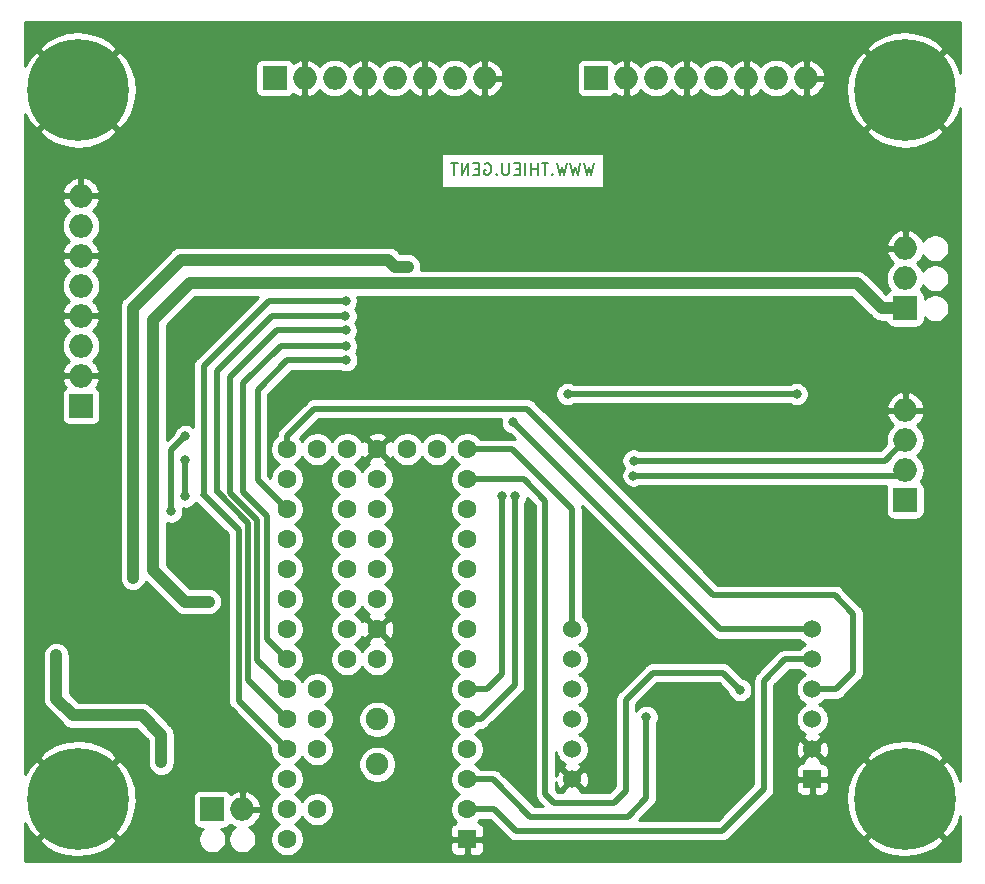
<source format=gbl>
G04 #@! TF.GenerationSoftware,KiCad,Pcbnew,(5.1.0)-1*
G04 #@! TF.CreationDate,2019-05-22T12:11:48+02:00*
G04 #@! TF.ProjectId,ArtNet_Node_WSLEDS,4172744e-6574-45f4-9e6f-64655f57534c,rev?*
G04 #@! TF.SameCoordinates,Original*
G04 #@! TF.FileFunction,Copper,L2,Bot*
G04 #@! TF.FilePolarity,Positive*
%FSLAX46Y46*%
G04 Gerber Fmt 4.6, Leading zero omitted, Abs format (unit mm)*
G04 Created by KiCad (PCBNEW (5.1.0)-1) date 2019-05-22 12:11:48*
%MOMM*%
%LPD*%
G04 APERTURE LIST*
%ADD10C,0.150000*%
%ADD11C,1.600000*%
%ADD12R,1.600000X1.600000*%
%ADD13C,1.900000*%
%ADD14R,1.998980X1.998980*%
%ADD15O,1.998980X1.998980*%
%ADD16R,1.524000X1.524000*%
%ADD17C,1.524000*%
%ADD18C,8.600000*%
%ADD19C,0.800000*%
%ADD20C,1.000000*%
%ADD21C,0.500000*%
%ADD22C,0.254000*%
G04 APERTURE END LIST*
D10*
X118672809Y-81189580D02*
X118434714Y-82189580D01*
X118244238Y-81475295D01*
X118053761Y-82189580D01*
X117815666Y-81189580D01*
X117529952Y-81189580D02*
X117291857Y-82189580D01*
X117101380Y-81475295D01*
X116910904Y-82189580D01*
X116672809Y-81189580D01*
X116387095Y-81189580D02*
X116149000Y-82189580D01*
X115958523Y-81475295D01*
X115768047Y-82189580D01*
X115529952Y-81189580D01*
X115149000Y-82094342D02*
X115101380Y-82141961D01*
X115149000Y-82189580D01*
X115196619Y-82141961D01*
X115149000Y-82094342D01*
X115149000Y-82189580D01*
X114815666Y-81189580D02*
X114244238Y-81189580D01*
X114529952Y-82189580D02*
X114529952Y-81189580D01*
X113910904Y-82189580D02*
X113910904Y-81189580D01*
X113910904Y-81665771D02*
X113339476Y-81665771D01*
X113339476Y-82189580D02*
X113339476Y-81189580D01*
X112863285Y-82189580D02*
X112863285Y-81189580D01*
X112387095Y-81665771D02*
X112053761Y-81665771D01*
X111910904Y-82189580D02*
X112387095Y-82189580D01*
X112387095Y-81189580D01*
X111910904Y-81189580D01*
X111482333Y-81189580D02*
X111482333Y-81999104D01*
X111434714Y-82094342D01*
X111387095Y-82141961D01*
X111291857Y-82189580D01*
X111101380Y-82189580D01*
X111006142Y-82141961D01*
X110958523Y-82094342D01*
X110910904Y-81999104D01*
X110910904Y-81189580D01*
X110434714Y-82094342D02*
X110387095Y-82141961D01*
X110434714Y-82189580D01*
X110482333Y-82141961D01*
X110434714Y-82094342D01*
X110434714Y-82189580D01*
X109434714Y-81237200D02*
X109529952Y-81189580D01*
X109672809Y-81189580D01*
X109815666Y-81237200D01*
X109910904Y-81332438D01*
X109958523Y-81427676D01*
X110006142Y-81618152D01*
X110006142Y-81761009D01*
X109958523Y-81951485D01*
X109910904Y-82046723D01*
X109815666Y-82141961D01*
X109672809Y-82189580D01*
X109577571Y-82189580D01*
X109434714Y-82141961D01*
X109387095Y-82094342D01*
X109387095Y-81761009D01*
X109577571Y-81761009D01*
X108958523Y-81665771D02*
X108625190Y-81665771D01*
X108482333Y-82189580D02*
X108958523Y-82189580D01*
X108958523Y-81189580D01*
X108482333Y-81189580D01*
X108053761Y-82189580D02*
X108053761Y-81189580D01*
X107482333Y-82189580D01*
X107482333Y-81189580D01*
X107149000Y-81189580D02*
X106577571Y-81189580D01*
X106863285Y-82189580D02*
X106863285Y-81189580D01*
D11*
X100330000Y-105410000D03*
X97790000Y-105410000D03*
X95250000Y-105410000D03*
X92710000Y-105410000D03*
X102870000Y-105410000D03*
X105410000Y-105410000D03*
X107950000Y-105410000D03*
X92710000Y-107950000D03*
X92710000Y-110490000D03*
X92710000Y-113030000D03*
X92710000Y-115570000D03*
X92710000Y-118110000D03*
X92710000Y-120650000D03*
X92710000Y-123190000D03*
X92710000Y-125730000D03*
X92710000Y-128270000D03*
X92710000Y-130810000D03*
X92710000Y-133350000D03*
X92710000Y-135890000D03*
X92710000Y-138430000D03*
X95250000Y-135890000D03*
X95250000Y-130810000D03*
X95250000Y-128270000D03*
X95250000Y-125730000D03*
X107950000Y-107950000D03*
X107950000Y-110490000D03*
X107950000Y-113030000D03*
X107950000Y-115570000D03*
X107950000Y-118110000D03*
X107950000Y-120650000D03*
X107950000Y-123190000D03*
X107950000Y-125730000D03*
X107950000Y-128270000D03*
X107950000Y-130810000D03*
X107950000Y-133350000D03*
X107950000Y-135890000D03*
D12*
X107950000Y-138430000D03*
D11*
X100330000Y-123190000D03*
X100330000Y-120650000D03*
X100330000Y-118110000D03*
X100330000Y-115570000D03*
X100330000Y-113030000D03*
X100330000Y-110490000D03*
X100330000Y-107950000D03*
X97790000Y-107950000D03*
X97790000Y-110490000D03*
X97790000Y-113030000D03*
X97790000Y-115570000D03*
X97790000Y-118110000D03*
X97790000Y-120650000D03*
X97790000Y-123190000D03*
D13*
X100330000Y-128270000D03*
X100330000Y-132080000D03*
D14*
X86360000Y-135890000D03*
D15*
X88900000Y-135890000D03*
X145034000Y-104648000D03*
X145034000Y-107188000D03*
D14*
X145034000Y-109728000D03*
D15*
X145034000Y-102108000D03*
X145034000Y-90932000D03*
D14*
X145034000Y-93472000D03*
D15*
X145034000Y-88392000D03*
X99263200Y-73990200D03*
D14*
X91643200Y-73990200D03*
D15*
X94183200Y-73990200D03*
X96723200Y-73990200D03*
X101803200Y-73990200D03*
X104343200Y-73990200D03*
X106883200Y-73990200D03*
X109423200Y-73990200D03*
X136652000Y-73990200D03*
X134112000Y-73990200D03*
X131572000Y-73990200D03*
X129032000Y-73990200D03*
X123952000Y-73990200D03*
X121412000Y-73990200D03*
D14*
X118872000Y-73990200D03*
D15*
X126492000Y-73990200D03*
D16*
X137160000Y-133350000D03*
D17*
X137160000Y-130810000D03*
X137160000Y-128270000D03*
X137160000Y-125730000D03*
X137160000Y-123190000D03*
X137160000Y-120650000D03*
X116840000Y-120650000D03*
X116840000Y-123190000D03*
X116840000Y-125730000D03*
X116840000Y-128270000D03*
X116840000Y-130810000D03*
X116840000Y-133350000D03*
D18*
X145000000Y-75000000D03*
X75000000Y-75000000D03*
X75000000Y-135000000D03*
X145000000Y-135000000D03*
D15*
X75247500Y-83947000D03*
X75247500Y-86487000D03*
X75247500Y-89027000D03*
X75247500Y-91567000D03*
X75247500Y-96647000D03*
X75247500Y-99187000D03*
D14*
X75247500Y-101727000D03*
D15*
X75247500Y-94107000D03*
D19*
X111988600Y-130302000D03*
X83997800Y-118313200D03*
X85064600Y-118313200D03*
X86080600Y-118313200D03*
X119405400Y-124688600D03*
X119380000Y-125780800D03*
X118059200Y-96774000D03*
X82981800Y-99212400D03*
X79654400Y-114249200D03*
X79654400Y-115265200D03*
X79654400Y-116306600D03*
X102920800Y-89941400D03*
X101828600Y-89941400D03*
X82042000Y-130937000D03*
X82042000Y-131927600D03*
X73152000Y-122859800D03*
X73152000Y-123825000D03*
X110896400Y-109397800D03*
X122047000Y-106375200D03*
X111988600Y-109397800D03*
X122021600Y-107645200D03*
X82880200Y-110667800D03*
X84099400Y-104292400D03*
X116459000Y-100736400D03*
X135839200Y-100736400D03*
X131064000Y-125780800D03*
X123126500Y-128079500D03*
X84099400Y-109397800D03*
X111810800Y-103124000D03*
X84099400Y-106324400D03*
X97688400Y-97866200D03*
X97663000Y-96672400D03*
X97663000Y-95351600D03*
X97637600Y-94132400D03*
X97663000Y-92837000D03*
D20*
X143034510Y-93472000D02*
X145034000Y-93472000D01*
X84023200Y-118313200D02*
X81381600Y-115671600D01*
X86080600Y-118313200D02*
X84023200Y-118313200D01*
X81381600Y-115671600D02*
X81381600Y-94437200D01*
X81381600Y-94437200D02*
X84455000Y-91363800D01*
X84455000Y-91363800D02*
X140926310Y-91363800D01*
X140926310Y-91363800D02*
X143034510Y-93472000D01*
X101828600Y-89941400D02*
X102920800Y-89941400D01*
X101269800Y-89382600D02*
X101828600Y-89941400D01*
X83693000Y-89382600D02*
X101269800Y-89382600D01*
X79654400Y-116306600D02*
X79654400Y-93421200D01*
X79654400Y-93421200D02*
X83693000Y-89382600D01*
X82042000Y-129565400D02*
X82042000Y-131927600D01*
X80416400Y-127939800D02*
X82042000Y-129565400D01*
X74574400Y-127939800D02*
X80416400Y-127939800D01*
X73152000Y-122859800D02*
X73152000Y-126517400D01*
X73152000Y-126517400D02*
X74574400Y-127939800D01*
D21*
X107950000Y-125730000D02*
X109626400Y-125730000D01*
X109626400Y-125730000D02*
X110896400Y-124460000D01*
X110896400Y-124460000D02*
X110896400Y-109397800D01*
X143306800Y-106375200D02*
X145034000Y-104648000D01*
X122047000Y-106375200D02*
X143306800Y-106375200D01*
X109081370Y-128270000D02*
X111988600Y-125362770D01*
X107950000Y-128270000D02*
X109081370Y-128270000D01*
X111988600Y-125362770D02*
X111988600Y-109397800D01*
X144576800Y-107645200D02*
X145034000Y-107188000D01*
X122021600Y-107645200D02*
X144576800Y-107645200D01*
X82880200Y-110667800D02*
X82880200Y-105511600D01*
X82880200Y-105511600D02*
X84099400Y-104292400D01*
X84099400Y-104292400D02*
X84099400Y-104292400D01*
X116459000Y-100736400D02*
X135839200Y-100736400D01*
X135839200Y-100736400D02*
X135839200Y-100736400D01*
X107950000Y-135890000D02*
X110236000Y-135890000D01*
X110236000Y-135890000D02*
X112064800Y-137718800D01*
X112064800Y-137718800D02*
X129514600Y-137718800D01*
X129514600Y-137718800D02*
X133070600Y-134162800D01*
X133070600Y-134162800D02*
X133070600Y-124993400D01*
X134874000Y-123190000D02*
X137160000Y-123190000D01*
X133070600Y-124993400D02*
X134874000Y-123190000D01*
X123672600Y-124333000D02*
X129616200Y-124333000D01*
X121386600Y-126619000D02*
X123672600Y-124333000D01*
X121361200Y-126619000D02*
X121386600Y-126619000D01*
X121361200Y-134315200D02*
X121361200Y-126619000D01*
X112725200Y-107950000D02*
X114579400Y-109804200D01*
X107950000Y-107950000D02*
X112725200Y-107950000D01*
X114579400Y-109804200D02*
X114579400Y-134620000D01*
X114579400Y-134620000D02*
X115290600Y-135331200D01*
X115290600Y-135331200D02*
X120345200Y-135331200D01*
X120345200Y-135331200D02*
X121361200Y-134315200D01*
X129616200Y-124333000D02*
X131064000Y-125780800D01*
X92710000Y-104278630D02*
X92710000Y-105410000D01*
X95007630Y-101981000D02*
X92710000Y-104278630D01*
X113030000Y-101981000D02*
X95007630Y-101981000D01*
X139217400Y-125730000D02*
X140639800Y-124307600D01*
X137160000Y-125730000D02*
X139217400Y-125730000D01*
X140639800Y-124307600D02*
X140639800Y-119329200D01*
X140639800Y-119329200D02*
X139065000Y-117754400D01*
X139065000Y-117754400D02*
X128803400Y-117754400D01*
X128803400Y-117754400D02*
X113030000Y-101981000D01*
X107950000Y-105410000D02*
X111760000Y-105410000D01*
X116840000Y-110490000D02*
X116840000Y-120650000D01*
X111760000Y-105410000D02*
X116840000Y-110490000D01*
X123126500Y-134937500D02*
X123126500Y-128079500D01*
X121539000Y-136525000D02*
X123126500Y-134937500D01*
X113284000Y-136525000D02*
X121539000Y-136525000D01*
X107950000Y-133350000D02*
X110109000Y-133350000D01*
X110109000Y-133350000D02*
X113284000Y-136525000D01*
X111836200Y-103124000D02*
X111810800Y-103124000D01*
X137160000Y-120650000D02*
X129362200Y-120650000D01*
X129362200Y-120650000D02*
X111836200Y-103124000D01*
X111810800Y-103124000D02*
X111810800Y-103124000D01*
X84099400Y-106324400D02*
X84099400Y-109397800D01*
X97688400Y-97866200D02*
X97688400Y-97866200D01*
X92735400Y-97866200D02*
X97688400Y-97866200D01*
X90220800Y-100380800D02*
X92735400Y-97866200D01*
X92710000Y-110490000D02*
X90220800Y-108000800D01*
X90220800Y-108000800D02*
X90220800Y-100380800D01*
X97663000Y-96672400D02*
X97663000Y-96672400D01*
X92151200Y-96672400D02*
X97663000Y-96672400D01*
X89001600Y-99822000D02*
X92151200Y-96672400D01*
X89001600Y-109067600D02*
X89001600Y-99822000D01*
X91033600Y-111099600D02*
X89001600Y-109067600D01*
X92710000Y-123190000D02*
X91033600Y-121513600D01*
X91033600Y-121513600D02*
X91033600Y-111099600D01*
X97663000Y-95351600D02*
X97663000Y-95351600D01*
X91821000Y-95351600D02*
X97663000Y-95351600D01*
X87884000Y-99288600D02*
X91821000Y-95351600D01*
X87884000Y-109118400D02*
X87884000Y-99288600D01*
X90195400Y-111429800D02*
X87884000Y-109118400D01*
X92710000Y-125730000D02*
X90195400Y-123215400D01*
X90195400Y-123215400D02*
X90195400Y-111429800D01*
X97637600Y-94132400D02*
X97637600Y-94132400D01*
X91440000Y-94132400D02*
X97637600Y-94132400D01*
X89408000Y-124968000D02*
X89408000Y-111632362D01*
X92710000Y-128270000D02*
X89408000Y-124968000D01*
X89408000Y-111632362D02*
X86843238Y-109067600D01*
X86843238Y-109067600D02*
X86791800Y-109067600D01*
X86791800Y-109067600D02*
X86791800Y-98780600D01*
X86791800Y-98780600D02*
X91440000Y-94132400D01*
X97663000Y-92837000D02*
X97663000Y-92837000D01*
X91135200Y-92837000D02*
X97663000Y-92837000D01*
X85648800Y-98323400D02*
X91135200Y-92837000D01*
X85623400Y-109321600D02*
X85648800Y-109296200D01*
X85648800Y-109296200D02*
X85648800Y-98323400D01*
X88595200Y-112242600D02*
X85648800Y-109296200D01*
X92710000Y-130810000D02*
X88595200Y-126695200D01*
X88595200Y-126695200D02*
X88595200Y-112242600D01*
D22*
G36*
X149708000Y-73515527D02*
G01*
X149606893Y-73165062D01*
X149160394Y-72301560D01*
X149085149Y-72188946D01*
X148482818Y-71696787D01*
X145179605Y-75000000D01*
X148482818Y-78303213D01*
X149085149Y-77811054D01*
X149555063Y-76960067D01*
X149708000Y-76479621D01*
X149708001Y-133515530D01*
X149606893Y-133165062D01*
X149160394Y-132301560D01*
X149085149Y-132188946D01*
X148482818Y-131696787D01*
X145179605Y-135000000D01*
X148482818Y-138303213D01*
X149085149Y-137811054D01*
X149555063Y-136960067D01*
X149708001Y-136479618D01*
X149708001Y-140310000D01*
X70510000Y-140310000D01*
X70510000Y-138482818D01*
X71696787Y-138482818D01*
X72188946Y-139085149D01*
X73039933Y-139555063D01*
X73966243Y-139849929D01*
X74932281Y-139958414D01*
X75900921Y-139876351D01*
X76834938Y-139606893D01*
X77698440Y-139160394D01*
X77811054Y-139085149D01*
X78303213Y-138482818D01*
X75000000Y-135179605D01*
X71696787Y-138482818D01*
X70510000Y-138482818D01*
X70510000Y-137061002D01*
X70839606Y-137698440D01*
X70914851Y-137811054D01*
X71517182Y-138303213D01*
X74820395Y-135000000D01*
X75179605Y-135000000D01*
X78482818Y-138303213D01*
X79085149Y-137811054D01*
X79555063Y-136960067D01*
X79849929Y-136033757D01*
X79958414Y-135067719D01*
X79943401Y-134890510D01*
X84722438Y-134890510D01*
X84722438Y-136889490D01*
X84734698Y-137013972D01*
X84771008Y-137133670D01*
X84829973Y-137243984D01*
X84909325Y-137340675D01*
X85006016Y-137420027D01*
X85116330Y-137478992D01*
X85236028Y-137515302D01*
X85360510Y-137527562D01*
X85586594Y-137527562D01*
X85439550Y-137674606D01*
X85309866Y-137868692D01*
X85220539Y-138084348D01*
X85175000Y-138313288D01*
X85175000Y-138546712D01*
X85220539Y-138775652D01*
X85309866Y-138991308D01*
X85439550Y-139185394D01*
X85604606Y-139350450D01*
X85798692Y-139480134D01*
X86014348Y-139569461D01*
X86243288Y-139615000D01*
X86476712Y-139615000D01*
X86705652Y-139569461D01*
X86921308Y-139480134D01*
X87115394Y-139350450D01*
X87280450Y-139185394D01*
X87410134Y-138991308D01*
X87499461Y-138775652D01*
X87545000Y-138546712D01*
X87545000Y-138313288D01*
X87499461Y-138084348D01*
X87410134Y-137868692D01*
X87280450Y-137674606D01*
X87133406Y-137527562D01*
X87359490Y-137527562D01*
X87483972Y-137515302D01*
X87603670Y-137478992D01*
X87713984Y-137420027D01*
X87810675Y-137340675D01*
X87890027Y-137243984D01*
X87917402Y-137192770D01*
X87940275Y-137213064D01*
X88216833Y-137374875D01*
X88302046Y-137404352D01*
X88144606Y-137509550D01*
X87979550Y-137674606D01*
X87849866Y-137868692D01*
X87760539Y-138084348D01*
X87715000Y-138313288D01*
X87715000Y-138546712D01*
X87760539Y-138775652D01*
X87849866Y-138991308D01*
X87979550Y-139185394D01*
X88144606Y-139350450D01*
X88338692Y-139480134D01*
X88554348Y-139569461D01*
X88783288Y-139615000D01*
X89016712Y-139615000D01*
X89245652Y-139569461D01*
X89461308Y-139480134D01*
X89655394Y-139350450D01*
X89820450Y-139185394D01*
X89950134Y-138991308D01*
X90039461Y-138775652D01*
X90085000Y-138546712D01*
X90085000Y-138313288D01*
X90039461Y-138084348D01*
X89950134Y-137868692D01*
X89820450Y-137674606D01*
X89655394Y-137509550D01*
X89497954Y-137404352D01*
X89583167Y-137374875D01*
X89859725Y-137213064D01*
X90099401Y-137000409D01*
X90292985Y-136745081D01*
X90433037Y-136456893D01*
X90489619Y-136270354D01*
X90370265Y-136017000D01*
X89027000Y-136017000D01*
X89027000Y-136037000D01*
X88773000Y-136037000D01*
X88773000Y-136017000D01*
X88753000Y-136017000D01*
X88753000Y-135763000D01*
X88773000Y-135763000D01*
X88773000Y-134419197D01*
X89027000Y-134419197D01*
X89027000Y-135763000D01*
X90370265Y-135763000D01*
X90489619Y-135509646D01*
X90433037Y-135323107D01*
X90292985Y-135034919D01*
X90099401Y-134779591D01*
X89859725Y-134566936D01*
X89583167Y-134405125D01*
X89280355Y-134300377D01*
X89027000Y-134419197D01*
X88773000Y-134419197D01*
X88519645Y-134300377D01*
X88216833Y-134405125D01*
X87940275Y-134566936D01*
X87917402Y-134587230D01*
X87890027Y-134536016D01*
X87810675Y-134439325D01*
X87713984Y-134359973D01*
X87603670Y-134301008D01*
X87483972Y-134264698D01*
X87359490Y-134252438D01*
X85360510Y-134252438D01*
X85236028Y-134264698D01*
X85116330Y-134301008D01*
X85006016Y-134359973D01*
X84909325Y-134439325D01*
X84829973Y-134536016D01*
X84771008Y-134646330D01*
X84734698Y-134766028D01*
X84722438Y-134890510D01*
X79943401Y-134890510D01*
X79876351Y-134099079D01*
X79606893Y-133165062D01*
X79160394Y-132301560D01*
X79085149Y-132188946D01*
X78482818Y-131696787D01*
X75179605Y-135000000D01*
X74820395Y-135000000D01*
X71517182Y-131696787D01*
X70914851Y-132188946D01*
X70510000Y-132922108D01*
X70510000Y-131517182D01*
X71696787Y-131517182D01*
X75000000Y-134820395D01*
X78303213Y-131517182D01*
X77811054Y-130914851D01*
X76960067Y-130444937D01*
X76033757Y-130150071D01*
X75067719Y-130041586D01*
X74099079Y-130123649D01*
X73165062Y-130393107D01*
X72301560Y-130839606D01*
X72188946Y-130914851D01*
X71696787Y-131517182D01*
X70510000Y-131517182D01*
X70510000Y-126517400D01*
X72011509Y-126517400D01*
X72033423Y-126739898D01*
X72098324Y-126953846D01*
X72141976Y-127035513D01*
X72203717Y-127151023D01*
X72345552Y-127323849D01*
X72388860Y-127359391D01*
X73732408Y-128702940D01*
X73767951Y-128746249D01*
X73940777Y-128888084D01*
X74137953Y-128993476D01*
X74351901Y-129058377D01*
X74518648Y-129074800D01*
X74518657Y-129074800D01*
X74574399Y-129080290D01*
X74630141Y-129074800D01*
X79946269Y-129074800D01*
X80907000Y-130035533D01*
X80907001Y-131983352D01*
X80923424Y-132150099D01*
X80988325Y-132364047D01*
X81093717Y-132561223D01*
X81235552Y-132734049D01*
X81408378Y-132875884D01*
X81605554Y-132981276D01*
X81819502Y-133046177D01*
X82042000Y-133068091D01*
X82264499Y-133046177D01*
X82478447Y-132981276D01*
X82675623Y-132875884D01*
X82848449Y-132734049D01*
X82990284Y-132561223D01*
X83095676Y-132364047D01*
X83160577Y-132150099D01*
X83177000Y-131983352D01*
X83177000Y-129621152D01*
X83182491Y-129565400D01*
X83160577Y-129342901D01*
X83095676Y-129128953D01*
X82990284Y-128931777D01*
X82883989Y-128802256D01*
X82883987Y-128802254D01*
X82848449Y-128758951D01*
X82805146Y-128723413D01*
X81258395Y-127176664D01*
X81222849Y-127133351D01*
X81050023Y-126991516D01*
X80852847Y-126886124D01*
X80638899Y-126821223D01*
X80472152Y-126804800D01*
X80472151Y-126804800D01*
X80416400Y-126799309D01*
X80360649Y-126804800D01*
X75044532Y-126804800D01*
X74287000Y-126047269D01*
X74287000Y-122804048D01*
X74270577Y-122637301D01*
X74205676Y-122423353D01*
X74100284Y-122226177D01*
X73958449Y-122053351D01*
X73785623Y-121911516D01*
X73588446Y-121806124D01*
X73374498Y-121741223D01*
X73152000Y-121719309D01*
X72929501Y-121741223D01*
X72715553Y-121806124D01*
X72518377Y-121911516D01*
X72345551Y-122053351D01*
X72203716Y-122226177D01*
X72098324Y-122423354D01*
X72033423Y-122637302D01*
X72017000Y-122804049D01*
X72017001Y-126461639D01*
X72011509Y-126517400D01*
X70510000Y-126517400D01*
X70510000Y-100727510D01*
X73609938Y-100727510D01*
X73609938Y-102726490D01*
X73622198Y-102850972D01*
X73658508Y-102970670D01*
X73717473Y-103080984D01*
X73796825Y-103177675D01*
X73893516Y-103257027D01*
X74003830Y-103315992D01*
X74123528Y-103352302D01*
X74248010Y-103364562D01*
X76246990Y-103364562D01*
X76371472Y-103352302D01*
X76491170Y-103315992D01*
X76601484Y-103257027D01*
X76698175Y-103177675D01*
X76777527Y-103080984D01*
X76836492Y-102970670D01*
X76872802Y-102850972D01*
X76885062Y-102726490D01*
X76885062Y-100727510D01*
X76872802Y-100603028D01*
X76836492Y-100483330D01*
X76777527Y-100373016D01*
X76698175Y-100276325D01*
X76601484Y-100196973D01*
X76550270Y-100169598D01*
X76570564Y-100146725D01*
X76732375Y-99870167D01*
X76837123Y-99567355D01*
X76718303Y-99314000D01*
X75374500Y-99314000D01*
X75374500Y-99334000D01*
X75120500Y-99334000D01*
X75120500Y-99314000D01*
X73776697Y-99314000D01*
X73657877Y-99567355D01*
X73762625Y-99870167D01*
X73924436Y-100146725D01*
X73944730Y-100169598D01*
X73893516Y-100196973D01*
X73796825Y-100276325D01*
X73717473Y-100373016D01*
X73658508Y-100483330D01*
X73622198Y-100603028D01*
X73609938Y-100727510D01*
X70510000Y-100727510D01*
X70510000Y-96647000D01*
X73605102Y-96647000D01*
X73636660Y-96967416D01*
X73730122Y-97275519D01*
X73881896Y-97559467D01*
X74086149Y-97808351D01*
X74224142Y-97921599D01*
X74137091Y-97987599D01*
X73924436Y-98227275D01*
X73762625Y-98503833D01*
X73657877Y-98806645D01*
X73776697Y-99060000D01*
X75120500Y-99060000D01*
X75120500Y-99040000D01*
X75374500Y-99040000D01*
X75374500Y-99060000D01*
X76718303Y-99060000D01*
X76837123Y-98806645D01*
X76732375Y-98503833D01*
X76570564Y-98227275D01*
X76357909Y-97987599D01*
X76270858Y-97921599D01*
X76408851Y-97808351D01*
X76613104Y-97559467D01*
X76764878Y-97275519D01*
X76858340Y-96967416D01*
X76889898Y-96647000D01*
X76858340Y-96326584D01*
X76764878Y-96018481D01*
X76613104Y-95734533D01*
X76408851Y-95485649D01*
X76270858Y-95372401D01*
X76357909Y-95306401D01*
X76570564Y-95066725D01*
X76732375Y-94790167D01*
X76837123Y-94487355D01*
X76718303Y-94234000D01*
X75374500Y-94234000D01*
X75374500Y-94254000D01*
X75120500Y-94254000D01*
X75120500Y-94234000D01*
X73776697Y-94234000D01*
X73657877Y-94487355D01*
X73762625Y-94790167D01*
X73924436Y-95066725D01*
X74137091Y-95306401D01*
X74224142Y-95372401D01*
X74086149Y-95485649D01*
X73881896Y-95734533D01*
X73730122Y-96018481D01*
X73636660Y-96326584D01*
X73605102Y-96647000D01*
X70510000Y-96647000D01*
X70510000Y-91567000D01*
X73605102Y-91567000D01*
X73636660Y-91887416D01*
X73730122Y-92195519D01*
X73881896Y-92479467D01*
X74086149Y-92728351D01*
X74224142Y-92841599D01*
X74137091Y-92907599D01*
X73924436Y-93147275D01*
X73762625Y-93423833D01*
X73657877Y-93726645D01*
X73776697Y-93980000D01*
X75120500Y-93980000D01*
X75120500Y-93960000D01*
X75374500Y-93960000D01*
X75374500Y-93980000D01*
X76718303Y-93980000D01*
X76837123Y-93726645D01*
X76732375Y-93423833D01*
X76730835Y-93421200D01*
X78513909Y-93421200D01*
X78519401Y-93476962D01*
X78519400Y-116362351D01*
X78535823Y-116529098D01*
X78600724Y-116743046D01*
X78706116Y-116940223D01*
X78847951Y-117113049D01*
X79020777Y-117254884D01*
X79217953Y-117360276D01*
X79431901Y-117425177D01*
X79654400Y-117447091D01*
X79876898Y-117425177D01*
X80090846Y-117360276D01*
X80288023Y-117254884D01*
X80460849Y-117113049D01*
X80602684Y-116940223D01*
X80708076Y-116743047D01*
X80740623Y-116635754D01*
X83181213Y-119076346D01*
X83216751Y-119119649D01*
X83260054Y-119155187D01*
X83260056Y-119155189D01*
X83389577Y-119261484D01*
X83586753Y-119366876D01*
X83800701Y-119431777D01*
X84023200Y-119453691D01*
X84078952Y-119448200D01*
X86136352Y-119448200D01*
X86303099Y-119431777D01*
X86517047Y-119366876D01*
X86714223Y-119261484D01*
X86887049Y-119119649D01*
X87028884Y-118946823D01*
X87134276Y-118749647D01*
X87199177Y-118535699D01*
X87221091Y-118313200D01*
X87199177Y-118090701D01*
X87134276Y-117876753D01*
X87028884Y-117679577D01*
X86887049Y-117506751D01*
X86714223Y-117364916D01*
X86517047Y-117259524D01*
X86303099Y-117194623D01*
X86136352Y-117178200D01*
X84493333Y-117178200D01*
X82516600Y-115201469D01*
X82516600Y-111637468D01*
X82578302Y-111663026D01*
X82778261Y-111702800D01*
X82982139Y-111702800D01*
X83182098Y-111663026D01*
X83370456Y-111585005D01*
X83539974Y-111471737D01*
X83684137Y-111327574D01*
X83797405Y-111158056D01*
X83875426Y-110969698D01*
X83915200Y-110769739D01*
X83915200Y-110565861D01*
X83884254Y-110410282D01*
X83997461Y-110432800D01*
X84201339Y-110432800D01*
X84401298Y-110393026D01*
X84589656Y-110315005D01*
X84759174Y-110201737D01*
X84903337Y-110057574D01*
X84983754Y-109937222D01*
X84994583Y-109950417D01*
X85129341Y-110061010D01*
X85199569Y-110098547D01*
X87710201Y-112609180D01*
X87710200Y-126651731D01*
X87705919Y-126695200D01*
X87710200Y-126738669D01*
X87710200Y-126738676D01*
X87716172Y-126799309D01*
X87723005Y-126868690D01*
X87728294Y-126886124D01*
X87773611Y-127035512D01*
X87855789Y-127189258D01*
X87966383Y-127324017D01*
X88000156Y-127351734D01*
X91281983Y-130633561D01*
X91275000Y-130668665D01*
X91275000Y-130951335D01*
X91330147Y-131228574D01*
X91438320Y-131489727D01*
X91595363Y-131724759D01*
X91795241Y-131924637D01*
X92027759Y-132080000D01*
X91795241Y-132235363D01*
X91595363Y-132435241D01*
X91438320Y-132670273D01*
X91330147Y-132931426D01*
X91275000Y-133208665D01*
X91275000Y-133491335D01*
X91330147Y-133768574D01*
X91438320Y-134029727D01*
X91595363Y-134264759D01*
X91795241Y-134464637D01*
X92027759Y-134620000D01*
X91795241Y-134775363D01*
X91595363Y-134975241D01*
X91438320Y-135210273D01*
X91330147Y-135471426D01*
X91275000Y-135748665D01*
X91275000Y-136031335D01*
X91330147Y-136308574D01*
X91438320Y-136569727D01*
X91595363Y-136804759D01*
X91795241Y-137004637D01*
X92027759Y-137160000D01*
X91795241Y-137315363D01*
X91595363Y-137515241D01*
X91438320Y-137750273D01*
X91330147Y-138011426D01*
X91275000Y-138288665D01*
X91275000Y-138571335D01*
X91330147Y-138848574D01*
X91438320Y-139109727D01*
X91595363Y-139344759D01*
X91795241Y-139544637D01*
X92030273Y-139701680D01*
X92291426Y-139809853D01*
X92568665Y-139865000D01*
X92851335Y-139865000D01*
X93128574Y-139809853D01*
X93389727Y-139701680D01*
X93624759Y-139544637D01*
X93824637Y-139344759D01*
X93901316Y-139230000D01*
X106511928Y-139230000D01*
X106524188Y-139354482D01*
X106560498Y-139474180D01*
X106619463Y-139584494D01*
X106698815Y-139681185D01*
X106795506Y-139760537D01*
X106905820Y-139819502D01*
X107025518Y-139855812D01*
X107150000Y-139868072D01*
X107664250Y-139865000D01*
X107823000Y-139706250D01*
X107823000Y-138557000D01*
X108077000Y-138557000D01*
X108077000Y-139706250D01*
X108235750Y-139865000D01*
X108750000Y-139868072D01*
X108874482Y-139855812D01*
X108994180Y-139819502D01*
X109104494Y-139760537D01*
X109201185Y-139681185D01*
X109280537Y-139584494D01*
X109339502Y-139474180D01*
X109375812Y-139354482D01*
X109388072Y-139230000D01*
X109385000Y-138715750D01*
X109226250Y-138557000D01*
X108077000Y-138557000D01*
X107823000Y-138557000D01*
X106673750Y-138557000D01*
X106515000Y-138715750D01*
X106511928Y-139230000D01*
X93901316Y-139230000D01*
X93981680Y-139109727D01*
X94089853Y-138848574D01*
X94145000Y-138571335D01*
X94145000Y-138288665D01*
X94089853Y-138011426D01*
X93981680Y-137750273D01*
X93824637Y-137515241D01*
X93624759Y-137315363D01*
X93392241Y-137160000D01*
X93624759Y-137004637D01*
X93824637Y-136804759D01*
X93980000Y-136572241D01*
X94135363Y-136804759D01*
X94335241Y-137004637D01*
X94570273Y-137161680D01*
X94831426Y-137269853D01*
X95108665Y-137325000D01*
X95391335Y-137325000D01*
X95668574Y-137269853D01*
X95929727Y-137161680D01*
X96164759Y-137004637D01*
X96364637Y-136804759D01*
X96521680Y-136569727D01*
X96629853Y-136308574D01*
X96685000Y-136031335D01*
X96685000Y-135748665D01*
X96629853Y-135471426D01*
X96521680Y-135210273D01*
X96364637Y-134975241D01*
X96164759Y-134775363D01*
X95929727Y-134618320D01*
X95668574Y-134510147D01*
X95391335Y-134455000D01*
X95108665Y-134455000D01*
X94831426Y-134510147D01*
X94570273Y-134618320D01*
X94335241Y-134775363D01*
X94135363Y-134975241D01*
X93980000Y-135207759D01*
X93824637Y-134975241D01*
X93624759Y-134775363D01*
X93392241Y-134620000D01*
X93624759Y-134464637D01*
X93824637Y-134264759D01*
X93981680Y-134029727D01*
X94089853Y-133768574D01*
X94145000Y-133491335D01*
X94145000Y-133208665D01*
X94089853Y-132931426D01*
X93981680Y-132670273D01*
X93824637Y-132435241D01*
X93624759Y-132235363D01*
X93392241Y-132080000D01*
X93624759Y-131924637D01*
X93824637Y-131724759D01*
X93980000Y-131492241D01*
X94135363Y-131724759D01*
X94335241Y-131924637D01*
X94570273Y-132081680D01*
X94831426Y-132189853D01*
X95108665Y-132245000D01*
X95391335Y-132245000D01*
X95668574Y-132189853D01*
X95929727Y-132081680D01*
X96164759Y-131924637D01*
X96165505Y-131923891D01*
X98745000Y-131923891D01*
X98745000Y-132236109D01*
X98805911Y-132542327D01*
X98925391Y-132830779D01*
X99098850Y-133090379D01*
X99319621Y-133311150D01*
X99579221Y-133484609D01*
X99867673Y-133604089D01*
X100173891Y-133665000D01*
X100486109Y-133665000D01*
X100792327Y-133604089D01*
X101080779Y-133484609D01*
X101340379Y-133311150D01*
X101561150Y-133090379D01*
X101734609Y-132830779D01*
X101854089Y-132542327D01*
X101915000Y-132236109D01*
X101915000Y-131923891D01*
X101854089Y-131617673D01*
X101734609Y-131329221D01*
X101561150Y-131069621D01*
X101340379Y-130848850D01*
X101080779Y-130675391D01*
X100792327Y-130555911D01*
X100486109Y-130495000D01*
X100173891Y-130495000D01*
X99867673Y-130555911D01*
X99579221Y-130675391D01*
X99319621Y-130848850D01*
X99098850Y-131069621D01*
X98925391Y-131329221D01*
X98805911Y-131617673D01*
X98745000Y-131923891D01*
X96165505Y-131923891D01*
X96364637Y-131724759D01*
X96521680Y-131489727D01*
X96629853Y-131228574D01*
X96685000Y-130951335D01*
X96685000Y-130668665D01*
X96629853Y-130391426D01*
X96521680Y-130130273D01*
X96364637Y-129895241D01*
X96164759Y-129695363D01*
X95932241Y-129540000D01*
X96164759Y-129384637D01*
X96364637Y-129184759D01*
X96521680Y-128949727D01*
X96629853Y-128688574D01*
X96685000Y-128411335D01*
X96685000Y-128128665D01*
X96682062Y-128113891D01*
X98745000Y-128113891D01*
X98745000Y-128426109D01*
X98805911Y-128732327D01*
X98925391Y-129020779D01*
X99098850Y-129280379D01*
X99319621Y-129501150D01*
X99579221Y-129674609D01*
X99867673Y-129794089D01*
X100173891Y-129855000D01*
X100486109Y-129855000D01*
X100792327Y-129794089D01*
X101080779Y-129674609D01*
X101340379Y-129501150D01*
X101561150Y-129280379D01*
X101734609Y-129020779D01*
X101854089Y-128732327D01*
X101915000Y-128426109D01*
X101915000Y-128113891D01*
X101854089Y-127807673D01*
X101734609Y-127519221D01*
X101561150Y-127259621D01*
X101340379Y-127038850D01*
X101080779Y-126865391D01*
X100792327Y-126745911D01*
X100486109Y-126685000D01*
X100173891Y-126685000D01*
X99867673Y-126745911D01*
X99579221Y-126865391D01*
X99319621Y-127038850D01*
X99098850Y-127259621D01*
X98925391Y-127519221D01*
X98805911Y-127807673D01*
X98745000Y-128113891D01*
X96682062Y-128113891D01*
X96629853Y-127851426D01*
X96521680Y-127590273D01*
X96364637Y-127355241D01*
X96164759Y-127155363D01*
X95932241Y-127000000D01*
X96164759Y-126844637D01*
X96364637Y-126644759D01*
X96521680Y-126409727D01*
X96629853Y-126148574D01*
X96685000Y-125871335D01*
X96685000Y-125588665D01*
X96629853Y-125311426D01*
X96521680Y-125050273D01*
X96364637Y-124815241D01*
X96164759Y-124615363D01*
X95929727Y-124458320D01*
X95668574Y-124350147D01*
X95391335Y-124295000D01*
X95108665Y-124295000D01*
X94831426Y-124350147D01*
X94570273Y-124458320D01*
X94335241Y-124615363D01*
X94135363Y-124815241D01*
X93980000Y-125047759D01*
X93824637Y-124815241D01*
X93624759Y-124615363D01*
X93392241Y-124460000D01*
X93624759Y-124304637D01*
X93824637Y-124104759D01*
X93981680Y-123869727D01*
X94089853Y-123608574D01*
X94145000Y-123331335D01*
X94145000Y-123048665D01*
X94089853Y-122771426D01*
X93981680Y-122510273D01*
X93824637Y-122275241D01*
X93624759Y-122075363D01*
X93392241Y-121920000D01*
X93624759Y-121764637D01*
X93824637Y-121564759D01*
X93981680Y-121329727D01*
X94089853Y-121068574D01*
X94145000Y-120791335D01*
X94145000Y-120508665D01*
X94089853Y-120231426D01*
X93981680Y-119970273D01*
X93824637Y-119735241D01*
X93624759Y-119535363D01*
X93392241Y-119380000D01*
X93624759Y-119224637D01*
X93824637Y-119024759D01*
X93981680Y-118789727D01*
X94089853Y-118528574D01*
X94145000Y-118251335D01*
X94145000Y-117968665D01*
X94089853Y-117691426D01*
X93981680Y-117430273D01*
X93824637Y-117195241D01*
X93624759Y-116995363D01*
X93392241Y-116840000D01*
X93624759Y-116684637D01*
X93824637Y-116484759D01*
X93981680Y-116249727D01*
X94089853Y-115988574D01*
X94145000Y-115711335D01*
X94145000Y-115428665D01*
X94089853Y-115151426D01*
X93981680Y-114890273D01*
X93824637Y-114655241D01*
X93624759Y-114455363D01*
X93392241Y-114300000D01*
X93624759Y-114144637D01*
X93824637Y-113944759D01*
X93981680Y-113709727D01*
X94089853Y-113448574D01*
X94145000Y-113171335D01*
X94145000Y-112888665D01*
X94089853Y-112611426D01*
X93981680Y-112350273D01*
X93824637Y-112115241D01*
X93624759Y-111915363D01*
X93392241Y-111760000D01*
X93624759Y-111604637D01*
X93824637Y-111404759D01*
X93981680Y-111169727D01*
X94089853Y-110908574D01*
X94145000Y-110631335D01*
X94145000Y-110348665D01*
X94089853Y-110071426D01*
X93981680Y-109810273D01*
X93824637Y-109575241D01*
X93624759Y-109375363D01*
X93392241Y-109220000D01*
X93624759Y-109064637D01*
X93824637Y-108864759D01*
X93981680Y-108629727D01*
X94089853Y-108368574D01*
X94145000Y-108091335D01*
X94145000Y-107808665D01*
X94089853Y-107531426D01*
X93981680Y-107270273D01*
X93824637Y-107035241D01*
X93624759Y-106835363D01*
X93392241Y-106680000D01*
X93624759Y-106524637D01*
X93824637Y-106324759D01*
X93980000Y-106092241D01*
X94135363Y-106324759D01*
X94335241Y-106524637D01*
X94570273Y-106681680D01*
X94831426Y-106789853D01*
X95108665Y-106845000D01*
X95391335Y-106845000D01*
X95668574Y-106789853D01*
X95929727Y-106681680D01*
X96164759Y-106524637D01*
X96364637Y-106324759D01*
X96520000Y-106092241D01*
X96675363Y-106324759D01*
X96875241Y-106524637D01*
X97107759Y-106680000D01*
X96875241Y-106835363D01*
X96675363Y-107035241D01*
X96518320Y-107270273D01*
X96410147Y-107531426D01*
X96355000Y-107808665D01*
X96355000Y-108091335D01*
X96410147Y-108368574D01*
X96518320Y-108629727D01*
X96675363Y-108864759D01*
X96875241Y-109064637D01*
X97107759Y-109220000D01*
X96875241Y-109375363D01*
X96675363Y-109575241D01*
X96518320Y-109810273D01*
X96410147Y-110071426D01*
X96355000Y-110348665D01*
X96355000Y-110631335D01*
X96410147Y-110908574D01*
X96518320Y-111169727D01*
X96675363Y-111404759D01*
X96875241Y-111604637D01*
X97107759Y-111760000D01*
X96875241Y-111915363D01*
X96675363Y-112115241D01*
X96518320Y-112350273D01*
X96410147Y-112611426D01*
X96355000Y-112888665D01*
X96355000Y-113171335D01*
X96410147Y-113448574D01*
X96518320Y-113709727D01*
X96675363Y-113944759D01*
X96875241Y-114144637D01*
X97107759Y-114300000D01*
X96875241Y-114455363D01*
X96675363Y-114655241D01*
X96518320Y-114890273D01*
X96410147Y-115151426D01*
X96355000Y-115428665D01*
X96355000Y-115711335D01*
X96410147Y-115988574D01*
X96518320Y-116249727D01*
X96675363Y-116484759D01*
X96875241Y-116684637D01*
X97107759Y-116840000D01*
X96875241Y-116995363D01*
X96675363Y-117195241D01*
X96518320Y-117430273D01*
X96410147Y-117691426D01*
X96355000Y-117968665D01*
X96355000Y-118251335D01*
X96410147Y-118528574D01*
X96518320Y-118789727D01*
X96675363Y-119024759D01*
X96875241Y-119224637D01*
X97107759Y-119380000D01*
X96875241Y-119535363D01*
X96675363Y-119735241D01*
X96518320Y-119970273D01*
X96410147Y-120231426D01*
X96355000Y-120508665D01*
X96355000Y-120791335D01*
X96410147Y-121068574D01*
X96518320Y-121329727D01*
X96675363Y-121564759D01*
X96875241Y-121764637D01*
X97107759Y-121920000D01*
X96875241Y-122075363D01*
X96675363Y-122275241D01*
X96518320Y-122510273D01*
X96410147Y-122771426D01*
X96355000Y-123048665D01*
X96355000Y-123331335D01*
X96410147Y-123608574D01*
X96518320Y-123869727D01*
X96675363Y-124104759D01*
X96875241Y-124304637D01*
X97110273Y-124461680D01*
X97371426Y-124569853D01*
X97648665Y-124625000D01*
X97931335Y-124625000D01*
X98208574Y-124569853D01*
X98469727Y-124461680D01*
X98704759Y-124304637D01*
X98904637Y-124104759D01*
X99060000Y-123872241D01*
X99215363Y-124104759D01*
X99415241Y-124304637D01*
X99650273Y-124461680D01*
X99911426Y-124569853D01*
X100188665Y-124625000D01*
X100471335Y-124625000D01*
X100748574Y-124569853D01*
X101009727Y-124461680D01*
X101244759Y-124304637D01*
X101444637Y-124104759D01*
X101601680Y-123869727D01*
X101709853Y-123608574D01*
X101765000Y-123331335D01*
X101765000Y-123048665D01*
X101709853Y-122771426D01*
X101601680Y-122510273D01*
X101444637Y-122275241D01*
X101244759Y-122075363D01*
X101010872Y-121919085D01*
X101071514Y-121886671D01*
X101143097Y-121642702D01*
X100330000Y-120829605D01*
X99516903Y-121642702D01*
X99588486Y-121886671D01*
X99652992Y-121917194D01*
X99650273Y-121918320D01*
X99415241Y-122075363D01*
X99215363Y-122275241D01*
X99060000Y-122507759D01*
X98904637Y-122275241D01*
X98704759Y-122075363D01*
X98472241Y-121920000D01*
X98704759Y-121764637D01*
X98904637Y-121564759D01*
X99060915Y-121330872D01*
X99093329Y-121391514D01*
X99337298Y-121463097D01*
X100150395Y-120650000D01*
X100509605Y-120650000D01*
X101322702Y-121463097D01*
X101566671Y-121391514D01*
X101687571Y-121136004D01*
X101756300Y-120861816D01*
X101770217Y-120579488D01*
X101728787Y-120299870D01*
X101633603Y-120033708D01*
X101566671Y-119908486D01*
X101322702Y-119836903D01*
X100509605Y-120650000D01*
X100150395Y-120650000D01*
X99337298Y-119836903D01*
X99093329Y-119908486D01*
X99062806Y-119972992D01*
X99061680Y-119970273D01*
X98904637Y-119735241D01*
X98704759Y-119535363D01*
X98472241Y-119380000D01*
X98704759Y-119224637D01*
X98904637Y-119024759D01*
X99060000Y-118792241D01*
X99215363Y-119024759D01*
X99415241Y-119224637D01*
X99649128Y-119380915D01*
X99588486Y-119413329D01*
X99516903Y-119657298D01*
X100330000Y-120470395D01*
X101143097Y-119657298D01*
X101071514Y-119413329D01*
X101007008Y-119382806D01*
X101009727Y-119381680D01*
X101244759Y-119224637D01*
X101444637Y-119024759D01*
X101601680Y-118789727D01*
X101709853Y-118528574D01*
X101765000Y-118251335D01*
X101765000Y-117968665D01*
X101709853Y-117691426D01*
X101601680Y-117430273D01*
X101444637Y-117195241D01*
X101244759Y-116995363D01*
X101012241Y-116840000D01*
X101244759Y-116684637D01*
X101444637Y-116484759D01*
X101601680Y-116249727D01*
X101709853Y-115988574D01*
X101765000Y-115711335D01*
X101765000Y-115428665D01*
X101709853Y-115151426D01*
X101601680Y-114890273D01*
X101444637Y-114655241D01*
X101244759Y-114455363D01*
X101012241Y-114300000D01*
X101244759Y-114144637D01*
X101444637Y-113944759D01*
X101601680Y-113709727D01*
X101709853Y-113448574D01*
X101765000Y-113171335D01*
X101765000Y-112888665D01*
X101709853Y-112611426D01*
X101601680Y-112350273D01*
X101444637Y-112115241D01*
X101244759Y-111915363D01*
X101012241Y-111760000D01*
X101244759Y-111604637D01*
X101444637Y-111404759D01*
X101601680Y-111169727D01*
X101709853Y-110908574D01*
X101765000Y-110631335D01*
X101765000Y-110348665D01*
X101709853Y-110071426D01*
X101601680Y-109810273D01*
X101444637Y-109575241D01*
X101244759Y-109375363D01*
X101012241Y-109220000D01*
X101244759Y-109064637D01*
X101444637Y-108864759D01*
X101601680Y-108629727D01*
X101709853Y-108368574D01*
X101765000Y-108091335D01*
X101765000Y-107808665D01*
X101709853Y-107531426D01*
X101601680Y-107270273D01*
X101444637Y-107035241D01*
X101244759Y-106835363D01*
X101010872Y-106679085D01*
X101071514Y-106646671D01*
X101143097Y-106402702D01*
X100330000Y-105589605D01*
X99516903Y-106402702D01*
X99588486Y-106646671D01*
X99652992Y-106677194D01*
X99650273Y-106678320D01*
X99415241Y-106835363D01*
X99215363Y-107035241D01*
X99060000Y-107267759D01*
X98904637Y-107035241D01*
X98704759Y-106835363D01*
X98472241Y-106680000D01*
X98704759Y-106524637D01*
X98904637Y-106324759D01*
X99060915Y-106090872D01*
X99093329Y-106151514D01*
X99337298Y-106223097D01*
X100150395Y-105410000D01*
X99337298Y-104596903D01*
X99093329Y-104668486D01*
X99062806Y-104732992D01*
X99061680Y-104730273D01*
X98904637Y-104495241D01*
X98826694Y-104417298D01*
X99516903Y-104417298D01*
X100330000Y-105230395D01*
X101143097Y-104417298D01*
X101071514Y-104173329D01*
X100816004Y-104052429D01*
X100541816Y-103983700D01*
X100259488Y-103969783D01*
X99979870Y-104011213D01*
X99713708Y-104106397D01*
X99588486Y-104173329D01*
X99516903Y-104417298D01*
X98826694Y-104417298D01*
X98704759Y-104295363D01*
X98469727Y-104138320D01*
X98208574Y-104030147D01*
X97931335Y-103975000D01*
X97648665Y-103975000D01*
X97371426Y-104030147D01*
X97110273Y-104138320D01*
X96875241Y-104295363D01*
X96675363Y-104495241D01*
X96520000Y-104727759D01*
X96364637Y-104495241D01*
X96164759Y-104295363D01*
X95929727Y-104138320D01*
X95668574Y-104030147D01*
X95391335Y-103975000D01*
X95108665Y-103975000D01*
X94831426Y-104030147D01*
X94570273Y-104138320D01*
X94335241Y-104295363D01*
X94135363Y-104495241D01*
X93980000Y-104727759D01*
X93824637Y-104495241D01*
X93784802Y-104455406D01*
X95374209Y-102866000D01*
X110806842Y-102866000D01*
X110775800Y-103022061D01*
X110775800Y-103225939D01*
X110815574Y-103425898D01*
X110893595Y-103614256D01*
X111006863Y-103783774D01*
X111151026Y-103927937D01*
X111320544Y-104041205D01*
X111508902Y-104119226D01*
X111597464Y-104136842D01*
X112026703Y-104566081D01*
X111933490Y-104537805D01*
X111803477Y-104525000D01*
X111803469Y-104525000D01*
X111760000Y-104520719D01*
X111716531Y-104525000D01*
X109084521Y-104525000D01*
X109064637Y-104495241D01*
X108864759Y-104295363D01*
X108629727Y-104138320D01*
X108368574Y-104030147D01*
X108091335Y-103975000D01*
X107808665Y-103975000D01*
X107531426Y-104030147D01*
X107270273Y-104138320D01*
X107035241Y-104295363D01*
X106835363Y-104495241D01*
X106680000Y-104727759D01*
X106524637Y-104495241D01*
X106324759Y-104295363D01*
X106089727Y-104138320D01*
X105828574Y-104030147D01*
X105551335Y-103975000D01*
X105268665Y-103975000D01*
X104991426Y-104030147D01*
X104730273Y-104138320D01*
X104495241Y-104295363D01*
X104295363Y-104495241D01*
X104140000Y-104727759D01*
X103984637Y-104495241D01*
X103784759Y-104295363D01*
X103549727Y-104138320D01*
X103288574Y-104030147D01*
X103011335Y-103975000D01*
X102728665Y-103975000D01*
X102451426Y-104030147D01*
X102190273Y-104138320D01*
X101955241Y-104295363D01*
X101755363Y-104495241D01*
X101599085Y-104729128D01*
X101566671Y-104668486D01*
X101322702Y-104596903D01*
X100509605Y-105410000D01*
X101322702Y-106223097D01*
X101566671Y-106151514D01*
X101597194Y-106087008D01*
X101598320Y-106089727D01*
X101755363Y-106324759D01*
X101955241Y-106524637D01*
X102190273Y-106681680D01*
X102451426Y-106789853D01*
X102728665Y-106845000D01*
X103011335Y-106845000D01*
X103288574Y-106789853D01*
X103549727Y-106681680D01*
X103784759Y-106524637D01*
X103984637Y-106324759D01*
X104140000Y-106092241D01*
X104295363Y-106324759D01*
X104495241Y-106524637D01*
X104730273Y-106681680D01*
X104991426Y-106789853D01*
X105268665Y-106845000D01*
X105551335Y-106845000D01*
X105828574Y-106789853D01*
X106089727Y-106681680D01*
X106324759Y-106524637D01*
X106524637Y-106324759D01*
X106680000Y-106092241D01*
X106835363Y-106324759D01*
X107035241Y-106524637D01*
X107267759Y-106680000D01*
X107035241Y-106835363D01*
X106835363Y-107035241D01*
X106678320Y-107270273D01*
X106570147Y-107531426D01*
X106515000Y-107808665D01*
X106515000Y-108091335D01*
X106570147Y-108368574D01*
X106678320Y-108629727D01*
X106835363Y-108864759D01*
X107035241Y-109064637D01*
X107267759Y-109220000D01*
X107035241Y-109375363D01*
X106835363Y-109575241D01*
X106678320Y-109810273D01*
X106570147Y-110071426D01*
X106515000Y-110348665D01*
X106515000Y-110631335D01*
X106570147Y-110908574D01*
X106678320Y-111169727D01*
X106835363Y-111404759D01*
X107035241Y-111604637D01*
X107267759Y-111760000D01*
X107035241Y-111915363D01*
X106835363Y-112115241D01*
X106678320Y-112350273D01*
X106570147Y-112611426D01*
X106515000Y-112888665D01*
X106515000Y-113171335D01*
X106570147Y-113448574D01*
X106678320Y-113709727D01*
X106835363Y-113944759D01*
X107035241Y-114144637D01*
X107267759Y-114300000D01*
X107035241Y-114455363D01*
X106835363Y-114655241D01*
X106678320Y-114890273D01*
X106570147Y-115151426D01*
X106515000Y-115428665D01*
X106515000Y-115711335D01*
X106570147Y-115988574D01*
X106678320Y-116249727D01*
X106835363Y-116484759D01*
X107035241Y-116684637D01*
X107267759Y-116840000D01*
X107035241Y-116995363D01*
X106835363Y-117195241D01*
X106678320Y-117430273D01*
X106570147Y-117691426D01*
X106515000Y-117968665D01*
X106515000Y-118251335D01*
X106570147Y-118528574D01*
X106678320Y-118789727D01*
X106835363Y-119024759D01*
X107035241Y-119224637D01*
X107267759Y-119380000D01*
X107035241Y-119535363D01*
X106835363Y-119735241D01*
X106678320Y-119970273D01*
X106570147Y-120231426D01*
X106515000Y-120508665D01*
X106515000Y-120791335D01*
X106570147Y-121068574D01*
X106678320Y-121329727D01*
X106835363Y-121564759D01*
X107035241Y-121764637D01*
X107267759Y-121920000D01*
X107035241Y-122075363D01*
X106835363Y-122275241D01*
X106678320Y-122510273D01*
X106570147Y-122771426D01*
X106515000Y-123048665D01*
X106515000Y-123331335D01*
X106570147Y-123608574D01*
X106678320Y-123869727D01*
X106835363Y-124104759D01*
X107035241Y-124304637D01*
X107267759Y-124460000D01*
X107035241Y-124615363D01*
X106835363Y-124815241D01*
X106678320Y-125050273D01*
X106570147Y-125311426D01*
X106515000Y-125588665D01*
X106515000Y-125871335D01*
X106570147Y-126148574D01*
X106678320Y-126409727D01*
X106835363Y-126644759D01*
X107035241Y-126844637D01*
X107267759Y-127000000D01*
X107035241Y-127155363D01*
X106835363Y-127355241D01*
X106678320Y-127590273D01*
X106570147Y-127851426D01*
X106515000Y-128128665D01*
X106515000Y-128411335D01*
X106570147Y-128688574D01*
X106678320Y-128949727D01*
X106835363Y-129184759D01*
X107035241Y-129384637D01*
X107267759Y-129540000D01*
X107035241Y-129695363D01*
X106835363Y-129895241D01*
X106678320Y-130130273D01*
X106570147Y-130391426D01*
X106515000Y-130668665D01*
X106515000Y-130951335D01*
X106570147Y-131228574D01*
X106678320Y-131489727D01*
X106835363Y-131724759D01*
X107035241Y-131924637D01*
X107267759Y-132080000D01*
X107035241Y-132235363D01*
X106835363Y-132435241D01*
X106678320Y-132670273D01*
X106570147Y-132931426D01*
X106515000Y-133208665D01*
X106515000Y-133491335D01*
X106570147Y-133768574D01*
X106678320Y-134029727D01*
X106835363Y-134264759D01*
X107035241Y-134464637D01*
X107267759Y-134620000D01*
X107035241Y-134775363D01*
X106835363Y-134975241D01*
X106678320Y-135210273D01*
X106570147Y-135471426D01*
X106515000Y-135748665D01*
X106515000Y-136031335D01*
X106570147Y-136308574D01*
X106678320Y-136569727D01*
X106835363Y-136804759D01*
X107033961Y-137003357D01*
X107025518Y-137004188D01*
X106905820Y-137040498D01*
X106795506Y-137099463D01*
X106698815Y-137178815D01*
X106619463Y-137275506D01*
X106560498Y-137385820D01*
X106524188Y-137505518D01*
X106511928Y-137630000D01*
X106515000Y-138144250D01*
X106673750Y-138303000D01*
X107823000Y-138303000D01*
X107823000Y-138283000D01*
X108077000Y-138283000D01*
X108077000Y-138303000D01*
X109226250Y-138303000D01*
X109385000Y-138144250D01*
X109388072Y-137630000D01*
X109375812Y-137505518D01*
X109339502Y-137385820D01*
X109280537Y-137275506D01*
X109201185Y-137178815D01*
X109104494Y-137099463D01*
X108994180Y-137040498D01*
X108874482Y-137004188D01*
X108866039Y-137003357D01*
X109064637Y-136804759D01*
X109084521Y-136775000D01*
X109869422Y-136775000D01*
X111408270Y-138313849D01*
X111435983Y-138347617D01*
X111469751Y-138375330D01*
X111469753Y-138375332D01*
X111570740Y-138458210D01*
X111570741Y-138458211D01*
X111724487Y-138540389D01*
X111891310Y-138590995D01*
X112021323Y-138603800D01*
X112021331Y-138603800D01*
X112064800Y-138608081D01*
X112108269Y-138603800D01*
X129471131Y-138603800D01*
X129514600Y-138608081D01*
X129558069Y-138603800D01*
X129558077Y-138603800D01*
X129688090Y-138590995D01*
X129854913Y-138540389D01*
X129962622Y-138482818D01*
X141696787Y-138482818D01*
X142188946Y-139085149D01*
X143039933Y-139555063D01*
X143966243Y-139849929D01*
X144932281Y-139958414D01*
X145900921Y-139876351D01*
X146834938Y-139606893D01*
X147698440Y-139160394D01*
X147811054Y-139085149D01*
X148303213Y-138482818D01*
X145000000Y-135179605D01*
X141696787Y-138482818D01*
X129962622Y-138482818D01*
X130008659Y-138458211D01*
X130143417Y-138347617D01*
X130171134Y-138313844D01*
X133552697Y-134932281D01*
X140041586Y-134932281D01*
X140123649Y-135900921D01*
X140393107Y-136834938D01*
X140839606Y-137698440D01*
X140914851Y-137811054D01*
X141517182Y-138303213D01*
X144820395Y-135000000D01*
X141517182Y-131696787D01*
X140914851Y-132188946D01*
X140444937Y-133039933D01*
X140150071Y-133966243D01*
X140041586Y-134932281D01*
X133552697Y-134932281D01*
X133665650Y-134819329D01*
X133699417Y-134791617D01*
X133733513Y-134750072D01*
X133785810Y-134686348D01*
X133810011Y-134656859D01*
X133892189Y-134503113D01*
X133942795Y-134336290D01*
X133955600Y-134206277D01*
X133955600Y-134206267D01*
X133959881Y-134162801D01*
X133955600Y-134119335D01*
X133955600Y-134112000D01*
X135759928Y-134112000D01*
X135772188Y-134236482D01*
X135808498Y-134356180D01*
X135867463Y-134466494D01*
X135946815Y-134563185D01*
X136043506Y-134642537D01*
X136153820Y-134701502D01*
X136273518Y-134737812D01*
X136398000Y-134750072D01*
X136874250Y-134747000D01*
X137033000Y-134588250D01*
X137033000Y-133477000D01*
X137287000Y-133477000D01*
X137287000Y-134588250D01*
X137445750Y-134747000D01*
X137922000Y-134750072D01*
X138046482Y-134737812D01*
X138166180Y-134701502D01*
X138276494Y-134642537D01*
X138373185Y-134563185D01*
X138452537Y-134466494D01*
X138511502Y-134356180D01*
X138547812Y-134236482D01*
X138560072Y-134112000D01*
X138557000Y-133635750D01*
X138398250Y-133477000D01*
X137287000Y-133477000D01*
X137033000Y-133477000D01*
X135921750Y-133477000D01*
X135763000Y-133635750D01*
X135759928Y-134112000D01*
X133955600Y-134112000D01*
X133955600Y-132588000D01*
X135759928Y-132588000D01*
X135763000Y-133064250D01*
X135921750Y-133223000D01*
X137033000Y-133223000D01*
X137033000Y-133203000D01*
X137287000Y-133203000D01*
X137287000Y-133223000D01*
X138398250Y-133223000D01*
X138557000Y-133064250D01*
X138560072Y-132588000D01*
X138547812Y-132463518D01*
X138511502Y-132343820D01*
X138452537Y-132233506D01*
X138373185Y-132136815D01*
X138276494Y-132057463D01*
X138166180Y-131998498D01*
X138046482Y-131962188D01*
X137922000Y-131949928D01*
X137897272Y-131950088D01*
X137945960Y-131775565D01*
X137160000Y-130989605D01*
X136374040Y-131775565D01*
X136422728Y-131950088D01*
X136398000Y-131949928D01*
X136273518Y-131962188D01*
X136153820Y-131998498D01*
X136043506Y-132057463D01*
X135946815Y-132136815D01*
X135867463Y-132233506D01*
X135808498Y-132343820D01*
X135772188Y-132463518D01*
X135759928Y-132588000D01*
X133955600Y-132588000D01*
X133955600Y-130882017D01*
X135758090Y-130882017D01*
X135799078Y-131154133D01*
X135892364Y-131413023D01*
X135954344Y-131528980D01*
X136194435Y-131595960D01*
X136980395Y-130810000D01*
X137339605Y-130810000D01*
X138125565Y-131595960D01*
X138365656Y-131528980D01*
X138371203Y-131517182D01*
X141696787Y-131517182D01*
X145000000Y-134820395D01*
X148303213Y-131517182D01*
X147811054Y-130914851D01*
X146960067Y-130444937D01*
X146033757Y-130150071D01*
X145067719Y-130041586D01*
X144099079Y-130123649D01*
X143165062Y-130393107D01*
X142301560Y-130839606D01*
X142188946Y-130914851D01*
X141696787Y-131517182D01*
X138371203Y-131517182D01*
X138482756Y-131279952D01*
X138549023Y-131012865D01*
X138561910Y-130737983D01*
X138520922Y-130465867D01*
X138427636Y-130206977D01*
X138365656Y-130091020D01*
X138125565Y-130024040D01*
X137339605Y-130810000D01*
X136980395Y-130810000D01*
X136194435Y-130024040D01*
X135954344Y-130091020D01*
X135837244Y-130340048D01*
X135770977Y-130607135D01*
X135758090Y-130882017D01*
X133955600Y-130882017D01*
X133955600Y-125359978D01*
X135240579Y-124075000D01*
X136071182Y-124075000D01*
X136074880Y-124080535D01*
X136269465Y-124275120D01*
X136498273Y-124428005D01*
X136575515Y-124460000D01*
X136498273Y-124491995D01*
X136269465Y-124644880D01*
X136074880Y-124839465D01*
X135921995Y-125068273D01*
X135816686Y-125322510D01*
X135763000Y-125592408D01*
X135763000Y-125867592D01*
X135816686Y-126137490D01*
X135921995Y-126391727D01*
X136074880Y-126620535D01*
X136269465Y-126815120D01*
X136498273Y-126968005D01*
X136575515Y-127000000D01*
X136498273Y-127031995D01*
X136269465Y-127184880D01*
X136074880Y-127379465D01*
X135921995Y-127608273D01*
X135816686Y-127862510D01*
X135763000Y-128132408D01*
X135763000Y-128407592D01*
X135816686Y-128677490D01*
X135921995Y-128931727D01*
X136074880Y-129160535D01*
X136269465Y-129355120D01*
X136498273Y-129508005D01*
X136569943Y-129537692D01*
X136556977Y-129542364D01*
X136441020Y-129604344D01*
X136374040Y-129844435D01*
X137160000Y-130630395D01*
X137945960Y-129844435D01*
X137878980Y-129604344D01*
X137743240Y-129540515D01*
X137821727Y-129508005D01*
X138050535Y-129355120D01*
X138245120Y-129160535D01*
X138398005Y-128931727D01*
X138503314Y-128677490D01*
X138557000Y-128407592D01*
X138557000Y-128132408D01*
X138503314Y-127862510D01*
X138398005Y-127608273D01*
X138245120Y-127379465D01*
X138050535Y-127184880D01*
X137821727Y-127031995D01*
X137744485Y-127000000D01*
X137821727Y-126968005D01*
X138050535Y-126815120D01*
X138245120Y-126620535D01*
X138248818Y-126615000D01*
X139173931Y-126615000D01*
X139217400Y-126619281D01*
X139260869Y-126615000D01*
X139260877Y-126615000D01*
X139390890Y-126602195D01*
X139557713Y-126551589D01*
X139711459Y-126469411D01*
X139846217Y-126358817D01*
X139873934Y-126325044D01*
X141234850Y-124964129D01*
X141268617Y-124936417D01*
X141331332Y-124860000D01*
X141379210Y-124801660D01*
X141379211Y-124801659D01*
X141461389Y-124647913D01*
X141511995Y-124481090D01*
X141524800Y-124351077D01*
X141524800Y-124351067D01*
X141529081Y-124307601D01*
X141524800Y-124264135D01*
X141524800Y-119372669D01*
X141529081Y-119329200D01*
X141524800Y-119285731D01*
X141524800Y-119285723D01*
X141511995Y-119155710D01*
X141461389Y-118988887D01*
X141461389Y-118988886D01*
X141379211Y-118835141D01*
X141296332Y-118734153D01*
X141296330Y-118734151D01*
X141268617Y-118700383D01*
X141234849Y-118672670D01*
X139721534Y-117159356D01*
X139693817Y-117125583D01*
X139559059Y-117014989D01*
X139405313Y-116932811D01*
X139238490Y-116882205D01*
X139108477Y-116869400D01*
X139108469Y-116869400D01*
X139065000Y-116865119D01*
X139021531Y-116869400D01*
X129169979Y-116869400D01*
X119843840Y-107543261D01*
X120986600Y-107543261D01*
X120986600Y-107747139D01*
X121026374Y-107947098D01*
X121104395Y-108135456D01*
X121217663Y-108304974D01*
X121361826Y-108449137D01*
X121531344Y-108562405D01*
X121719702Y-108640426D01*
X121919661Y-108680200D01*
X122123539Y-108680200D01*
X122323498Y-108640426D01*
X122511856Y-108562405D01*
X122560054Y-108530200D01*
X143431093Y-108530200D01*
X143408698Y-108604028D01*
X143396438Y-108728510D01*
X143396438Y-110727490D01*
X143408698Y-110851972D01*
X143445008Y-110971670D01*
X143503973Y-111081984D01*
X143583325Y-111178675D01*
X143680016Y-111258027D01*
X143790330Y-111316992D01*
X143910028Y-111353302D01*
X144034510Y-111365562D01*
X146033490Y-111365562D01*
X146157972Y-111353302D01*
X146277670Y-111316992D01*
X146387984Y-111258027D01*
X146484675Y-111178675D01*
X146564027Y-111081984D01*
X146622992Y-110971670D01*
X146659302Y-110851972D01*
X146671562Y-110727490D01*
X146671562Y-108728510D01*
X146659302Y-108604028D01*
X146622992Y-108484330D01*
X146564027Y-108374016D01*
X146484675Y-108277325D01*
X146387984Y-108197973D01*
X146340439Y-108172560D01*
X146399604Y-108100467D01*
X146551378Y-107816519D01*
X146644840Y-107508416D01*
X146676398Y-107188000D01*
X146644840Y-106867584D01*
X146551378Y-106559481D01*
X146399604Y-106275533D01*
X146195351Y-106026649D01*
X146062961Y-105918000D01*
X146195351Y-105809351D01*
X146399604Y-105560467D01*
X146551378Y-105276519D01*
X146644840Y-104968416D01*
X146676398Y-104648000D01*
X146644840Y-104327584D01*
X146551378Y-104019481D01*
X146399604Y-103735533D01*
X146195351Y-103486649D01*
X146057358Y-103373401D01*
X146144409Y-103307401D01*
X146357064Y-103067725D01*
X146518875Y-102791167D01*
X146623623Y-102488355D01*
X146504803Y-102235000D01*
X145161000Y-102235000D01*
X145161000Y-102255000D01*
X144907000Y-102255000D01*
X144907000Y-102235000D01*
X143563197Y-102235000D01*
X143444377Y-102488355D01*
X143549125Y-102791167D01*
X143710936Y-103067725D01*
X143923591Y-103307401D01*
X144010642Y-103373401D01*
X143872649Y-103486649D01*
X143668396Y-103735533D01*
X143516622Y-104019481D01*
X143423160Y-104327584D01*
X143391602Y-104648000D01*
X143423160Y-104968416D01*
X143432201Y-104998220D01*
X142940222Y-105490200D01*
X122585454Y-105490200D01*
X122537256Y-105457995D01*
X122348898Y-105379974D01*
X122148939Y-105340200D01*
X121945061Y-105340200D01*
X121745102Y-105379974D01*
X121556744Y-105457995D01*
X121387226Y-105571263D01*
X121243063Y-105715426D01*
X121129795Y-105884944D01*
X121051774Y-106073302D01*
X121012000Y-106273261D01*
X121012000Y-106477139D01*
X121051774Y-106677098D01*
X121129795Y-106865456D01*
X121213810Y-106991193D01*
X121104395Y-107154944D01*
X121026374Y-107343302D01*
X120986600Y-107543261D01*
X119843840Y-107543261D01*
X113686534Y-101385956D01*
X113658817Y-101352183D01*
X113524059Y-101241589D01*
X113370313Y-101159411D01*
X113203490Y-101108805D01*
X113073477Y-101096000D01*
X113073469Y-101096000D01*
X113030000Y-101091719D01*
X112986531Y-101096000D01*
X95051099Y-101096000D01*
X95007630Y-101091719D01*
X94964161Y-101096000D01*
X94964153Y-101096000D01*
X94834140Y-101108805D01*
X94667316Y-101159411D01*
X94513571Y-101241589D01*
X94412583Y-101324468D01*
X94412581Y-101324470D01*
X94378813Y-101352183D01*
X94351100Y-101385951D01*
X92114956Y-103622096D01*
X92081183Y-103649813D01*
X91970589Y-103784572D01*
X91888411Y-103938318D01*
X91837805Y-104105141D01*
X91825000Y-104235154D01*
X91825000Y-104235161D01*
X91820750Y-104278319D01*
X91795241Y-104295363D01*
X91595363Y-104495241D01*
X91438320Y-104730273D01*
X91330147Y-104991426D01*
X91275000Y-105268665D01*
X91275000Y-105551335D01*
X91330147Y-105828574D01*
X91438320Y-106089727D01*
X91595363Y-106324759D01*
X91795241Y-106524637D01*
X92027759Y-106680000D01*
X91795241Y-106835363D01*
X91595363Y-107035241D01*
X91438320Y-107270273D01*
X91330147Y-107531426D01*
X91275870Y-107804292D01*
X91105800Y-107634222D01*
X91105800Y-100747378D01*
X91218717Y-100634461D01*
X115424000Y-100634461D01*
X115424000Y-100838339D01*
X115463774Y-101038298D01*
X115541795Y-101226656D01*
X115655063Y-101396174D01*
X115799226Y-101540337D01*
X115968744Y-101653605D01*
X116157102Y-101731626D01*
X116357061Y-101771400D01*
X116560939Y-101771400D01*
X116760898Y-101731626D01*
X116949256Y-101653605D01*
X116997454Y-101621400D01*
X135300746Y-101621400D01*
X135348944Y-101653605D01*
X135537302Y-101731626D01*
X135737261Y-101771400D01*
X135941139Y-101771400D01*
X136141098Y-101731626D01*
X136150708Y-101727645D01*
X143444377Y-101727645D01*
X143563197Y-101981000D01*
X144907000Y-101981000D01*
X144907000Y-100637735D01*
X145161000Y-100637735D01*
X145161000Y-101981000D01*
X146504803Y-101981000D01*
X146623623Y-101727645D01*
X146518875Y-101424833D01*
X146357064Y-101148275D01*
X146144409Y-100908599D01*
X145889081Y-100715015D01*
X145600893Y-100574963D01*
X145414354Y-100518381D01*
X145161000Y-100637735D01*
X144907000Y-100637735D01*
X144653646Y-100518381D01*
X144467107Y-100574963D01*
X144178919Y-100715015D01*
X143923591Y-100908599D01*
X143710936Y-101148275D01*
X143549125Y-101424833D01*
X143444377Y-101727645D01*
X136150708Y-101727645D01*
X136329456Y-101653605D01*
X136498974Y-101540337D01*
X136643137Y-101396174D01*
X136756405Y-101226656D01*
X136834426Y-101038298D01*
X136874200Y-100838339D01*
X136874200Y-100634461D01*
X136834426Y-100434502D01*
X136756405Y-100246144D01*
X136643137Y-100076626D01*
X136498974Y-99932463D01*
X136329456Y-99819195D01*
X136141098Y-99741174D01*
X135941139Y-99701400D01*
X135737261Y-99701400D01*
X135537302Y-99741174D01*
X135348944Y-99819195D01*
X135300746Y-99851400D01*
X116997454Y-99851400D01*
X116949256Y-99819195D01*
X116760898Y-99741174D01*
X116560939Y-99701400D01*
X116357061Y-99701400D01*
X116157102Y-99741174D01*
X115968744Y-99819195D01*
X115799226Y-99932463D01*
X115655063Y-100076626D01*
X115541795Y-100246144D01*
X115463774Y-100434502D01*
X115424000Y-100634461D01*
X91218717Y-100634461D01*
X93101979Y-98751200D01*
X97149946Y-98751200D01*
X97198144Y-98783405D01*
X97386502Y-98861426D01*
X97586461Y-98901200D01*
X97790339Y-98901200D01*
X97990298Y-98861426D01*
X98178656Y-98783405D01*
X98348174Y-98670137D01*
X98492337Y-98525974D01*
X98605605Y-98356456D01*
X98683626Y-98168098D01*
X98723400Y-97968139D01*
X98723400Y-97764261D01*
X98683626Y-97564302D01*
X98605605Y-97375944D01*
X98521648Y-97250293D01*
X98580205Y-97162656D01*
X98658226Y-96974298D01*
X98698000Y-96774339D01*
X98698000Y-96570461D01*
X98658226Y-96370502D01*
X98580205Y-96182144D01*
X98466937Y-96012626D01*
X98466311Y-96012000D01*
X98466937Y-96011374D01*
X98580205Y-95841856D01*
X98658226Y-95653498D01*
X98698000Y-95453539D01*
X98698000Y-95249661D01*
X98658226Y-95049702D01*
X98580205Y-94861344D01*
X98487762Y-94722993D01*
X98554805Y-94622656D01*
X98632826Y-94434298D01*
X98672600Y-94234339D01*
X98672600Y-94030461D01*
X98632826Y-93830502D01*
X98554805Y-93642144D01*
X98461383Y-93502328D01*
X98466937Y-93496774D01*
X98580205Y-93327256D01*
X98658226Y-93138898D01*
X98698000Y-92938939D01*
X98698000Y-92735061D01*
X98658226Y-92535102D01*
X98643189Y-92498800D01*
X140456179Y-92498800D01*
X142192519Y-94235141D01*
X142228061Y-94278449D01*
X142400887Y-94420284D01*
X142591436Y-94522134D01*
X142598063Y-94525676D01*
X142812011Y-94590577D01*
X143034509Y-94612491D01*
X143090261Y-94607000D01*
X143412043Y-94607000D01*
X143445008Y-94715670D01*
X143503973Y-94825984D01*
X143583325Y-94922675D01*
X143680016Y-95002027D01*
X143790330Y-95060992D01*
X143910028Y-95097302D01*
X144034510Y-95109562D01*
X146033490Y-95109562D01*
X146157972Y-95097302D01*
X146277670Y-95060992D01*
X146387984Y-95002027D01*
X146484675Y-94922675D01*
X146564027Y-94825984D01*
X146622992Y-94715670D01*
X146659302Y-94595972D01*
X146671562Y-94471490D01*
X146671562Y-94245406D01*
X146818606Y-94392450D01*
X147012692Y-94522134D01*
X147228348Y-94611461D01*
X147457288Y-94657000D01*
X147690712Y-94657000D01*
X147919652Y-94611461D01*
X148135308Y-94522134D01*
X148329394Y-94392450D01*
X148494450Y-94227394D01*
X148624134Y-94033308D01*
X148713461Y-93817652D01*
X148759000Y-93588712D01*
X148759000Y-93355288D01*
X148713461Y-93126348D01*
X148624134Y-92910692D01*
X148494450Y-92716606D01*
X148329394Y-92551550D01*
X148135308Y-92421866D01*
X147919652Y-92332539D01*
X147690712Y-92287000D01*
X147457288Y-92287000D01*
X147228348Y-92332539D01*
X147012692Y-92421866D01*
X146818606Y-92551550D01*
X146671562Y-92698594D01*
X146671562Y-92472510D01*
X146659302Y-92348028D01*
X146622992Y-92228330D01*
X146564027Y-92118016D01*
X146484675Y-92021325D01*
X146387984Y-91941973D01*
X146340439Y-91916560D01*
X146399604Y-91844467D01*
X146551378Y-91560519D01*
X146556810Y-91542612D01*
X146653550Y-91687394D01*
X146818606Y-91852450D01*
X147012692Y-91982134D01*
X147228348Y-92071461D01*
X147457288Y-92117000D01*
X147690712Y-92117000D01*
X147919652Y-92071461D01*
X148135308Y-91982134D01*
X148329394Y-91852450D01*
X148494450Y-91687394D01*
X148624134Y-91493308D01*
X148713461Y-91277652D01*
X148759000Y-91048712D01*
X148759000Y-90815288D01*
X148713461Y-90586348D01*
X148624134Y-90370692D01*
X148494450Y-90176606D01*
X148329394Y-90011550D01*
X148135308Y-89881866D01*
X147919652Y-89792539D01*
X147690712Y-89747000D01*
X147457288Y-89747000D01*
X147228348Y-89792539D01*
X147012692Y-89881866D01*
X146818606Y-90011550D01*
X146653550Y-90176606D01*
X146556810Y-90321388D01*
X146551378Y-90303481D01*
X146399604Y-90019533D01*
X146195351Y-89770649D01*
X146057358Y-89657401D01*
X146144409Y-89591401D01*
X146357064Y-89351725D01*
X146518875Y-89075167D01*
X146548352Y-88989954D01*
X146653550Y-89147394D01*
X146818606Y-89312450D01*
X147012692Y-89442134D01*
X147228348Y-89531461D01*
X147457288Y-89577000D01*
X147690712Y-89577000D01*
X147919652Y-89531461D01*
X148135308Y-89442134D01*
X148329394Y-89312450D01*
X148494450Y-89147394D01*
X148624134Y-88953308D01*
X148713461Y-88737652D01*
X148759000Y-88508712D01*
X148759000Y-88275288D01*
X148713461Y-88046348D01*
X148624134Y-87830692D01*
X148494450Y-87636606D01*
X148329394Y-87471550D01*
X148135308Y-87341866D01*
X147919652Y-87252539D01*
X147690712Y-87207000D01*
X147457288Y-87207000D01*
X147228348Y-87252539D01*
X147012692Y-87341866D01*
X146818606Y-87471550D01*
X146653550Y-87636606D01*
X146548352Y-87794046D01*
X146518875Y-87708833D01*
X146357064Y-87432275D01*
X146144409Y-87192599D01*
X145889081Y-86999015D01*
X145600893Y-86858963D01*
X145414354Y-86802381D01*
X145161000Y-86921735D01*
X145161000Y-88265000D01*
X145181000Y-88265000D01*
X145181000Y-88519000D01*
X145161000Y-88519000D01*
X145161000Y-88539000D01*
X144907000Y-88539000D01*
X144907000Y-88519000D01*
X143563197Y-88519000D01*
X143444377Y-88772355D01*
X143549125Y-89075167D01*
X143710936Y-89351725D01*
X143923591Y-89591401D01*
X144010642Y-89657401D01*
X143872649Y-89770649D01*
X143668396Y-90019533D01*
X143516622Y-90303481D01*
X143423160Y-90611584D01*
X143391602Y-90932000D01*
X143423160Y-91252416D01*
X143516622Y-91560519D01*
X143668396Y-91844467D01*
X143727561Y-91916560D01*
X143680016Y-91941973D01*
X143583325Y-92021325D01*
X143503973Y-92118016D01*
X143445008Y-92228330D01*
X143433595Y-92265953D01*
X141768306Y-90600665D01*
X141732759Y-90557351D01*
X141559933Y-90415516D01*
X141362757Y-90310124D01*
X141148809Y-90245223D01*
X140982062Y-90228800D01*
X140982061Y-90228800D01*
X140926310Y-90223309D01*
X140870559Y-90228800D01*
X104019689Y-90228800D01*
X104039377Y-90163899D01*
X104061291Y-89941400D01*
X104039377Y-89718901D01*
X103974476Y-89504953D01*
X103869084Y-89307777D01*
X103727249Y-89134951D01*
X103554423Y-88993116D01*
X103357247Y-88887724D01*
X103143299Y-88822823D01*
X102976552Y-88806400D01*
X102298731Y-88806400D01*
X102111795Y-88619464D01*
X102076249Y-88576151D01*
X101903423Y-88434316D01*
X101706247Y-88328924D01*
X101492299Y-88264023D01*
X101325552Y-88247600D01*
X101325551Y-88247600D01*
X101269800Y-88242109D01*
X101214049Y-88247600D01*
X83748752Y-88247600D01*
X83693000Y-88242109D01*
X83637248Y-88247600D01*
X83470501Y-88264023D01*
X83256553Y-88328924D01*
X83059377Y-88434316D01*
X82886551Y-88576151D01*
X82851009Y-88619459D01*
X78891260Y-92579209D01*
X78847952Y-92614751D01*
X78706117Y-92787577D01*
X78679700Y-92837000D01*
X78600724Y-92984754D01*
X78535823Y-93198702D01*
X78513909Y-93421200D01*
X76730835Y-93421200D01*
X76570564Y-93147275D01*
X76357909Y-92907599D01*
X76270858Y-92841599D01*
X76408851Y-92728351D01*
X76613104Y-92479467D01*
X76764878Y-92195519D01*
X76858340Y-91887416D01*
X76889898Y-91567000D01*
X76858340Y-91246584D01*
X76764878Y-90938481D01*
X76613104Y-90654533D01*
X76408851Y-90405649D01*
X76270858Y-90292401D01*
X76357909Y-90226401D01*
X76570564Y-89986725D01*
X76732375Y-89710167D01*
X76837123Y-89407355D01*
X76718303Y-89154000D01*
X75374500Y-89154000D01*
X75374500Y-89174000D01*
X75120500Y-89174000D01*
X75120500Y-89154000D01*
X73776697Y-89154000D01*
X73657877Y-89407355D01*
X73762625Y-89710167D01*
X73924436Y-89986725D01*
X74137091Y-90226401D01*
X74224142Y-90292401D01*
X74086149Y-90405649D01*
X73881896Y-90654533D01*
X73730122Y-90938481D01*
X73636660Y-91246584D01*
X73605102Y-91567000D01*
X70510000Y-91567000D01*
X70510000Y-86487000D01*
X73605102Y-86487000D01*
X73636660Y-86807416D01*
X73730122Y-87115519D01*
X73881896Y-87399467D01*
X74086149Y-87648351D01*
X74224142Y-87761599D01*
X74137091Y-87827599D01*
X73924436Y-88067275D01*
X73762625Y-88343833D01*
X73657877Y-88646645D01*
X73776697Y-88900000D01*
X75120500Y-88900000D01*
X75120500Y-88880000D01*
X75374500Y-88880000D01*
X75374500Y-88900000D01*
X76718303Y-88900000D01*
X76837123Y-88646645D01*
X76732375Y-88343833D01*
X76570564Y-88067275D01*
X76521206Y-88011645D01*
X143444377Y-88011645D01*
X143563197Y-88265000D01*
X144907000Y-88265000D01*
X144907000Y-86921735D01*
X144653646Y-86802381D01*
X144467107Y-86858963D01*
X144178919Y-86999015D01*
X143923591Y-87192599D01*
X143710936Y-87432275D01*
X143549125Y-87708833D01*
X143444377Y-88011645D01*
X76521206Y-88011645D01*
X76357909Y-87827599D01*
X76270858Y-87761599D01*
X76408851Y-87648351D01*
X76613104Y-87399467D01*
X76764878Y-87115519D01*
X76858340Y-86807416D01*
X76889898Y-86487000D01*
X76858340Y-86166584D01*
X76764878Y-85858481D01*
X76613104Y-85574533D01*
X76408851Y-85325649D01*
X76270858Y-85212401D01*
X76357909Y-85146401D01*
X76570564Y-84906725D01*
X76732375Y-84630167D01*
X76837123Y-84327355D01*
X76718303Y-84074000D01*
X75374500Y-84074000D01*
X75374500Y-84094000D01*
X75120500Y-84094000D01*
X75120500Y-84074000D01*
X73776697Y-84074000D01*
X73657877Y-84327355D01*
X73762625Y-84630167D01*
X73924436Y-84906725D01*
X74137091Y-85146401D01*
X74224142Y-85212401D01*
X74086149Y-85325649D01*
X73881896Y-85574533D01*
X73730122Y-85858481D01*
X73636660Y-86166584D01*
X73605102Y-86487000D01*
X70510000Y-86487000D01*
X70510000Y-83566645D01*
X73657877Y-83566645D01*
X73776697Y-83820000D01*
X75120500Y-83820000D01*
X75120500Y-82476735D01*
X75374500Y-82476735D01*
X75374500Y-83820000D01*
X76718303Y-83820000D01*
X76837123Y-83566645D01*
X76732375Y-83263833D01*
X76570564Y-82987275D01*
X76357909Y-82747599D01*
X76102581Y-82554015D01*
X75814393Y-82413963D01*
X75627854Y-82357381D01*
X75374500Y-82476735D01*
X75120500Y-82476735D01*
X74867146Y-82357381D01*
X74680607Y-82413963D01*
X74392419Y-82554015D01*
X74137091Y-82747599D01*
X73924436Y-82987275D01*
X73762625Y-83263833D01*
X73657877Y-83566645D01*
X70510000Y-83566645D01*
X70510000Y-80344700D01*
X105772334Y-80344700D01*
X105772334Y-83264700D01*
X119525667Y-83264700D01*
X119525667Y-80344700D01*
X105772334Y-80344700D01*
X70510000Y-80344700D01*
X70510000Y-78482818D01*
X71696787Y-78482818D01*
X72188946Y-79085149D01*
X73039933Y-79555063D01*
X73966243Y-79849929D01*
X74932281Y-79958414D01*
X75900921Y-79876351D01*
X76834938Y-79606893D01*
X77698440Y-79160394D01*
X77811054Y-79085149D01*
X78303213Y-78482818D01*
X141696787Y-78482818D01*
X142188946Y-79085149D01*
X143039933Y-79555063D01*
X143966243Y-79849929D01*
X144932281Y-79958414D01*
X145900921Y-79876351D01*
X146834938Y-79606893D01*
X147698440Y-79160394D01*
X147811054Y-79085149D01*
X148303213Y-78482818D01*
X145000000Y-75179605D01*
X141696787Y-78482818D01*
X78303213Y-78482818D01*
X75000000Y-75179605D01*
X71696787Y-78482818D01*
X70510000Y-78482818D01*
X70510000Y-77061002D01*
X70839606Y-77698440D01*
X70914851Y-77811054D01*
X71517182Y-78303213D01*
X74820395Y-75000000D01*
X75179605Y-75000000D01*
X78482818Y-78303213D01*
X79085149Y-77811054D01*
X79555063Y-76960067D01*
X79849929Y-76033757D01*
X79958414Y-75067719D01*
X79876351Y-74099079D01*
X79606893Y-73165062D01*
X79516740Y-72990710D01*
X90005638Y-72990710D01*
X90005638Y-74989690D01*
X90017898Y-75114172D01*
X90054208Y-75233870D01*
X90113173Y-75344184D01*
X90192525Y-75440875D01*
X90289216Y-75520227D01*
X90399530Y-75579192D01*
X90519228Y-75615502D01*
X90643710Y-75627762D01*
X92642690Y-75627762D01*
X92767172Y-75615502D01*
X92886870Y-75579192D01*
X92997184Y-75520227D01*
X93093875Y-75440875D01*
X93173227Y-75344184D01*
X93200602Y-75292970D01*
X93223475Y-75313264D01*
X93500033Y-75475075D01*
X93802845Y-75579823D01*
X94056200Y-75461003D01*
X94056200Y-74117200D01*
X94036200Y-74117200D01*
X94036200Y-73863200D01*
X94056200Y-73863200D01*
X94056200Y-72519397D01*
X94310200Y-72519397D01*
X94310200Y-73863200D01*
X94330200Y-73863200D01*
X94330200Y-74117200D01*
X94310200Y-74117200D01*
X94310200Y-75461003D01*
X94563555Y-75579823D01*
X94866367Y-75475075D01*
X95142925Y-75313264D01*
X95382601Y-75100609D01*
X95448601Y-75013558D01*
X95561849Y-75151551D01*
X95810733Y-75355804D01*
X96094681Y-75507578D01*
X96402784Y-75601040D01*
X96642908Y-75624690D01*
X96803492Y-75624690D01*
X97043616Y-75601040D01*
X97351719Y-75507578D01*
X97635667Y-75355804D01*
X97884551Y-75151551D01*
X97997799Y-75013558D01*
X98063799Y-75100609D01*
X98303475Y-75313264D01*
X98580033Y-75475075D01*
X98882845Y-75579823D01*
X99136200Y-75461003D01*
X99136200Y-74117200D01*
X99116200Y-74117200D01*
X99116200Y-73863200D01*
X99136200Y-73863200D01*
X99136200Y-72519397D01*
X99390200Y-72519397D01*
X99390200Y-73863200D01*
X99410200Y-73863200D01*
X99410200Y-74117200D01*
X99390200Y-74117200D01*
X99390200Y-75461003D01*
X99643555Y-75579823D01*
X99946367Y-75475075D01*
X100222925Y-75313264D01*
X100462601Y-75100609D01*
X100528601Y-75013558D01*
X100641849Y-75151551D01*
X100890733Y-75355804D01*
X101174681Y-75507578D01*
X101482784Y-75601040D01*
X101722908Y-75624690D01*
X101883492Y-75624690D01*
X102123616Y-75601040D01*
X102431719Y-75507578D01*
X102715667Y-75355804D01*
X102964551Y-75151551D01*
X103077799Y-75013558D01*
X103143799Y-75100609D01*
X103383475Y-75313264D01*
X103660033Y-75475075D01*
X103962845Y-75579823D01*
X104216200Y-75461003D01*
X104216200Y-74117200D01*
X104196200Y-74117200D01*
X104196200Y-73863200D01*
X104216200Y-73863200D01*
X104216200Y-72519397D01*
X104470200Y-72519397D01*
X104470200Y-73863200D01*
X104490200Y-73863200D01*
X104490200Y-74117200D01*
X104470200Y-74117200D01*
X104470200Y-75461003D01*
X104723555Y-75579823D01*
X105026367Y-75475075D01*
X105302925Y-75313264D01*
X105542601Y-75100609D01*
X105608601Y-75013558D01*
X105721849Y-75151551D01*
X105970733Y-75355804D01*
X106254681Y-75507578D01*
X106562784Y-75601040D01*
X106802908Y-75624690D01*
X106963492Y-75624690D01*
X107203616Y-75601040D01*
X107511719Y-75507578D01*
X107795667Y-75355804D01*
X108044551Y-75151551D01*
X108157799Y-75013558D01*
X108223799Y-75100609D01*
X108463475Y-75313264D01*
X108740033Y-75475075D01*
X109042845Y-75579823D01*
X109296200Y-75461003D01*
X109296200Y-74117200D01*
X109550200Y-74117200D01*
X109550200Y-75461003D01*
X109803555Y-75579823D01*
X110106367Y-75475075D01*
X110382925Y-75313264D01*
X110622601Y-75100609D01*
X110816185Y-74845281D01*
X110956237Y-74557093D01*
X111012819Y-74370554D01*
X110893465Y-74117200D01*
X109550200Y-74117200D01*
X109296200Y-74117200D01*
X109276200Y-74117200D01*
X109276200Y-73863200D01*
X109296200Y-73863200D01*
X109296200Y-72519397D01*
X109550200Y-72519397D01*
X109550200Y-73863200D01*
X110893465Y-73863200D01*
X111012819Y-73609846D01*
X110956237Y-73423307D01*
X110816185Y-73135119D01*
X110706698Y-72990710D01*
X117234438Y-72990710D01*
X117234438Y-74989690D01*
X117246698Y-75114172D01*
X117283008Y-75233870D01*
X117341973Y-75344184D01*
X117421325Y-75440875D01*
X117518016Y-75520227D01*
X117628330Y-75579192D01*
X117748028Y-75615502D01*
X117872510Y-75627762D01*
X119871490Y-75627762D01*
X119995972Y-75615502D01*
X120115670Y-75579192D01*
X120225984Y-75520227D01*
X120322675Y-75440875D01*
X120402027Y-75344184D01*
X120429402Y-75292970D01*
X120452275Y-75313264D01*
X120728833Y-75475075D01*
X121031645Y-75579823D01*
X121285000Y-75461003D01*
X121285000Y-74117200D01*
X121265000Y-74117200D01*
X121265000Y-73863200D01*
X121285000Y-73863200D01*
X121285000Y-72519397D01*
X121539000Y-72519397D01*
X121539000Y-73863200D01*
X121559000Y-73863200D01*
X121559000Y-74117200D01*
X121539000Y-74117200D01*
X121539000Y-75461003D01*
X121792355Y-75579823D01*
X122095167Y-75475075D01*
X122371725Y-75313264D01*
X122611401Y-75100609D01*
X122677401Y-75013558D01*
X122790649Y-75151551D01*
X123039533Y-75355804D01*
X123323481Y-75507578D01*
X123631584Y-75601040D01*
X123871708Y-75624690D01*
X124032292Y-75624690D01*
X124272416Y-75601040D01*
X124580519Y-75507578D01*
X124864467Y-75355804D01*
X125113351Y-75151551D01*
X125226599Y-75013558D01*
X125292599Y-75100609D01*
X125532275Y-75313264D01*
X125808833Y-75475075D01*
X126111645Y-75579823D01*
X126365000Y-75461003D01*
X126365000Y-74117200D01*
X126345000Y-74117200D01*
X126345000Y-73863200D01*
X126365000Y-73863200D01*
X126365000Y-72519397D01*
X126619000Y-72519397D01*
X126619000Y-73863200D01*
X126639000Y-73863200D01*
X126639000Y-74117200D01*
X126619000Y-74117200D01*
X126619000Y-75461003D01*
X126872355Y-75579823D01*
X127175167Y-75475075D01*
X127451725Y-75313264D01*
X127691401Y-75100609D01*
X127757401Y-75013558D01*
X127870649Y-75151551D01*
X128119533Y-75355804D01*
X128403481Y-75507578D01*
X128711584Y-75601040D01*
X128951708Y-75624690D01*
X129112292Y-75624690D01*
X129352416Y-75601040D01*
X129660519Y-75507578D01*
X129944467Y-75355804D01*
X130193351Y-75151551D01*
X130306599Y-75013558D01*
X130372599Y-75100609D01*
X130612275Y-75313264D01*
X130888833Y-75475075D01*
X131191645Y-75579823D01*
X131445000Y-75461003D01*
X131445000Y-74117200D01*
X131425000Y-74117200D01*
X131425000Y-73863200D01*
X131445000Y-73863200D01*
X131445000Y-72519397D01*
X131699000Y-72519397D01*
X131699000Y-73863200D01*
X131719000Y-73863200D01*
X131719000Y-74117200D01*
X131699000Y-74117200D01*
X131699000Y-75461003D01*
X131952355Y-75579823D01*
X132255167Y-75475075D01*
X132531725Y-75313264D01*
X132771401Y-75100609D01*
X132837401Y-75013558D01*
X132950649Y-75151551D01*
X133199533Y-75355804D01*
X133483481Y-75507578D01*
X133791584Y-75601040D01*
X134031708Y-75624690D01*
X134192292Y-75624690D01*
X134432416Y-75601040D01*
X134740519Y-75507578D01*
X135024467Y-75355804D01*
X135273351Y-75151551D01*
X135386599Y-75013558D01*
X135452599Y-75100609D01*
X135692275Y-75313264D01*
X135968833Y-75475075D01*
X136271645Y-75579823D01*
X136525000Y-75461003D01*
X136525000Y-74117200D01*
X136779000Y-74117200D01*
X136779000Y-75461003D01*
X137032355Y-75579823D01*
X137335167Y-75475075D01*
X137611725Y-75313264D01*
X137851401Y-75100609D01*
X137979023Y-74932281D01*
X140041586Y-74932281D01*
X140123649Y-75900921D01*
X140393107Y-76834938D01*
X140839606Y-77698440D01*
X140914851Y-77811054D01*
X141517182Y-78303213D01*
X144820395Y-75000000D01*
X141517182Y-71696787D01*
X140914851Y-72188946D01*
X140444937Y-73039933D01*
X140150071Y-73966243D01*
X140041586Y-74932281D01*
X137979023Y-74932281D01*
X138044985Y-74845281D01*
X138185037Y-74557093D01*
X138241619Y-74370554D01*
X138122265Y-74117200D01*
X136779000Y-74117200D01*
X136525000Y-74117200D01*
X136505000Y-74117200D01*
X136505000Y-73863200D01*
X136525000Y-73863200D01*
X136525000Y-72519397D01*
X136779000Y-72519397D01*
X136779000Y-73863200D01*
X138122265Y-73863200D01*
X138241619Y-73609846D01*
X138185037Y-73423307D01*
X138044985Y-73135119D01*
X137851401Y-72879791D01*
X137611725Y-72667136D01*
X137335167Y-72505325D01*
X137032355Y-72400577D01*
X136779000Y-72519397D01*
X136525000Y-72519397D01*
X136271645Y-72400577D01*
X135968833Y-72505325D01*
X135692275Y-72667136D01*
X135452599Y-72879791D01*
X135386599Y-72966842D01*
X135273351Y-72828849D01*
X135024467Y-72624596D01*
X134740519Y-72472822D01*
X134432416Y-72379360D01*
X134192292Y-72355710D01*
X134031708Y-72355710D01*
X133791584Y-72379360D01*
X133483481Y-72472822D01*
X133199533Y-72624596D01*
X132950649Y-72828849D01*
X132837401Y-72966842D01*
X132771401Y-72879791D01*
X132531725Y-72667136D01*
X132255167Y-72505325D01*
X131952355Y-72400577D01*
X131699000Y-72519397D01*
X131445000Y-72519397D01*
X131191645Y-72400577D01*
X130888833Y-72505325D01*
X130612275Y-72667136D01*
X130372599Y-72879791D01*
X130306599Y-72966842D01*
X130193351Y-72828849D01*
X129944467Y-72624596D01*
X129660519Y-72472822D01*
X129352416Y-72379360D01*
X129112292Y-72355710D01*
X128951708Y-72355710D01*
X128711584Y-72379360D01*
X128403481Y-72472822D01*
X128119533Y-72624596D01*
X127870649Y-72828849D01*
X127757401Y-72966842D01*
X127691401Y-72879791D01*
X127451725Y-72667136D01*
X127175167Y-72505325D01*
X126872355Y-72400577D01*
X126619000Y-72519397D01*
X126365000Y-72519397D01*
X126111645Y-72400577D01*
X125808833Y-72505325D01*
X125532275Y-72667136D01*
X125292599Y-72879791D01*
X125226599Y-72966842D01*
X125113351Y-72828849D01*
X124864467Y-72624596D01*
X124580519Y-72472822D01*
X124272416Y-72379360D01*
X124032292Y-72355710D01*
X123871708Y-72355710D01*
X123631584Y-72379360D01*
X123323481Y-72472822D01*
X123039533Y-72624596D01*
X122790649Y-72828849D01*
X122677401Y-72966842D01*
X122611401Y-72879791D01*
X122371725Y-72667136D01*
X122095167Y-72505325D01*
X121792355Y-72400577D01*
X121539000Y-72519397D01*
X121285000Y-72519397D01*
X121031645Y-72400577D01*
X120728833Y-72505325D01*
X120452275Y-72667136D01*
X120429402Y-72687430D01*
X120402027Y-72636216D01*
X120322675Y-72539525D01*
X120225984Y-72460173D01*
X120115670Y-72401208D01*
X119995972Y-72364898D01*
X119871490Y-72352638D01*
X117872510Y-72352638D01*
X117748028Y-72364898D01*
X117628330Y-72401208D01*
X117518016Y-72460173D01*
X117421325Y-72539525D01*
X117341973Y-72636216D01*
X117283008Y-72746530D01*
X117246698Y-72866228D01*
X117234438Y-72990710D01*
X110706698Y-72990710D01*
X110622601Y-72879791D01*
X110382925Y-72667136D01*
X110106367Y-72505325D01*
X109803555Y-72400577D01*
X109550200Y-72519397D01*
X109296200Y-72519397D01*
X109042845Y-72400577D01*
X108740033Y-72505325D01*
X108463475Y-72667136D01*
X108223799Y-72879791D01*
X108157799Y-72966842D01*
X108044551Y-72828849D01*
X107795667Y-72624596D01*
X107511719Y-72472822D01*
X107203616Y-72379360D01*
X106963492Y-72355710D01*
X106802908Y-72355710D01*
X106562784Y-72379360D01*
X106254681Y-72472822D01*
X105970733Y-72624596D01*
X105721849Y-72828849D01*
X105608601Y-72966842D01*
X105542601Y-72879791D01*
X105302925Y-72667136D01*
X105026367Y-72505325D01*
X104723555Y-72400577D01*
X104470200Y-72519397D01*
X104216200Y-72519397D01*
X103962845Y-72400577D01*
X103660033Y-72505325D01*
X103383475Y-72667136D01*
X103143799Y-72879791D01*
X103077799Y-72966842D01*
X102964551Y-72828849D01*
X102715667Y-72624596D01*
X102431719Y-72472822D01*
X102123616Y-72379360D01*
X101883492Y-72355710D01*
X101722908Y-72355710D01*
X101482784Y-72379360D01*
X101174681Y-72472822D01*
X100890733Y-72624596D01*
X100641849Y-72828849D01*
X100528601Y-72966842D01*
X100462601Y-72879791D01*
X100222925Y-72667136D01*
X99946367Y-72505325D01*
X99643555Y-72400577D01*
X99390200Y-72519397D01*
X99136200Y-72519397D01*
X98882845Y-72400577D01*
X98580033Y-72505325D01*
X98303475Y-72667136D01*
X98063799Y-72879791D01*
X97997799Y-72966842D01*
X97884551Y-72828849D01*
X97635667Y-72624596D01*
X97351719Y-72472822D01*
X97043616Y-72379360D01*
X96803492Y-72355710D01*
X96642908Y-72355710D01*
X96402784Y-72379360D01*
X96094681Y-72472822D01*
X95810733Y-72624596D01*
X95561849Y-72828849D01*
X95448601Y-72966842D01*
X95382601Y-72879791D01*
X95142925Y-72667136D01*
X94866367Y-72505325D01*
X94563555Y-72400577D01*
X94310200Y-72519397D01*
X94056200Y-72519397D01*
X93802845Y-72400577D01*
X93500033Y-72505325D01*
X93223475Y-72667136D01*
X93200602Y-72687430D01*
X93173227Y-72636216D01*
X93093875Y-72539525D01*
X92997184Y-72460173D01*
X92886870Y-72401208D01*
X92767172Y-72364898D01*
X92642690Y-72352638D01*
X90643710Y-72352638D01*
X90519228Y-72364898D01*
X90399530Y-72401208D01*
X90289216Y-72460173D01*
X90192525Y-72539525D01*
X90113173Y-72636216D01*
X90054208Y-72746530D01*
X90017898Y-72866228D01*
X90005638Y-72990710D01*
X79516740Y-72990710D01*
X79160394Y-72301560D01*
X79085149Y-72188946D01*
X78482818Y-71696787D01*
X75179605Y-75000000D01*
X74820395Y-75000000D01*
X71517182Y-71696787D01*
X70914851Y-72188946D01*
X70510000Y-72922108D01*
X70510000Y-71517182D01*
X71696787Y-71517182D01*
X75000000Y-74820395D01*
X78303213Y-71517182D01*
X141696787Y-71517182D01*
X145000000Y-74820395D01*
X148303213Y-71517182D01*
X147811054Y-70914851D01*
X146960067Y-70444937D01*
X146033757Y-70150071D01*
X145067719Y-70041586D01*
X144099079Y-70123649D01*
X143165062Y-70393107D01*
X142301560Y-70839606D01*
X142188946Y-70914851D01*
X141696787Y-71517182D01*
X78303213Y-71517182D01*
X77811054Y-70914851D01*
X76960067Y-70444937D01*
X76033757Y-70150071D01*
X75067719Y-70041586D01*
X74099079Y-70123649D01*
X73165062Y-70393107D01*
X72301560Y-70839606D01*
X72188946Y-70914851D01*
X71696787Y-71517182D01*
X70510000Y-71517182D01*
X70510000Y-69240000D01*
X149708000Y-69240000D01*
X149708000Y-73515527D01*
X149708000Y-73515527D01*
G37*
X149708000Y-73515527D02*
X149606893Y-73165062D01*
X149160394Y-72301560D01*
X149085149Y-72188946D01*
X148482818Y-71696787D01*
X145179605Y-75000000D01*
X148482818Y-78303213D01*
X149085149Y-77811054D01*
X149555063Y-76960067D01*
X149708000Y-76479621D01*
X149708001Y-133515530D01*
X149606893Y-133165062D01*
X149160394Y-132301560D01*
X149085149Y-132188946D01*
X148482818Y-131696787D01*
X145179605Y-135000000D01*
X148482818Y-138303213D01*
X149085149Y-137811054D01*
X149555063Y-136960067D01*
X149708001Y-136479618D01*
X149708001Y-140310000D01*
X70510000Y-140310000D01*
X70510000Y-138482818D01*
X71696787Y-138482818D01*
X72188946Y-139085149D01*
X73039933Y-139555063D01*
X73966243Y-139849929D01*
X74932281Y-139958414D01*
X75900921Y-139876351D01*
X76834938Y-139606893D01*
X77698440Y-139160394D01*
X77811054Y-139085149D01*
X78303213Y-138482818D01*
X75000000Y-135179605D01*
X71696787Y-138482818D01*
X70510000Y-138482818D01*
X70510000Y-137061002D01*
X70839606Y-137698440D01*
X70914851Y-137811054D01*
X71517182Y-138303213D01*
X74820395Y-135000000D01*
X75179605Y-135000000D01*
X78482818Y-138303213D01*
X79085149Y-137811054D01*
X79555063Y-136960067D01*
X79849929Y-136033757D01*
X79958414Y-135067719D01*
X79943401Y-134890510D01*
X84722438Y-134890510D01*
X84722438Y-136889490D01*
X84734698Y-137013972D01*
X84771008Y-137133670D01*
X84829973Y-137243984D01*
X84909325Y-137340675D01*
X85006016Y-137420027D01*
X85116330Y-137478992D01*
X85236028Y-137515302D01*
X85360510Y-137527562D01*
X85586594Y-137527562D01*
X85439550Y-137674606D01*
X85309866Y-137868692D01*
X85220539Y-138084348D01*
X85175000Y-138313288D01*
X85175000Y-138546712D01*
X85220539Y-138775652D01*
X85309866Y-138991308D01*
X85439550Y-139185394D01*
X85604606Y-139350450D01*
X85798692Y-139480134D01*
X86014348Y-139569461D01*
X86243288Y-139615000D01*
X86476712Y-139615000D01*
X86705652Y-139569461D01*
X86921308Y-139480134D01*
X87115394Y-139350450D01*
X87280450Y-139185394D01*
X87410134Y-138991308D01*
X87499461Y-138775652D01*
X87545000Y-138546712D01*
X87545000Y-138313288D01*
X87499461Y-138084348D01*
X87410134Y-137868692D01*
X87280450Y-137674606D01*
X87133406Y-137527562D01*
X87359490Y-137527562D01*
X87483972Y-137515302D01*
X87603670Y-137478992D01*
X87713984Y-137420027D01*
X87810675Y-137340675D01*
X87890027Y-137243984D01*
X87917402Y-137192770D01*
X87940275Y-137213064D01*
X88216833Y-137374875D01*
X88302046Y-137404352D01*
X88144606Y-137509550D01*
X87979550Y-137674606D01*
X87849866Y-137868692D01*
X87760539Y-138084348D01*
X87715000Y-138313288D01*
X87715000Y-138546712D01*
X87760539Y-138775652D01*
X87849866Y-138991308D01*
X87979550Y-139185394D01*
X88144606Y-139350450D01*
X88338692Y-139480134D01*
X88554348Y-139569461D01*
X88783288Y-139615000D01*
X89016712Y-139615000D01*
X89245652Y-139569461D01*
X89461308Y-139480134D01*
X89655394Y-139350450D01*
X89820450Y-139185394D01*
X89950134Y-138991308D01*
X90039461Y-138775652D01*
X90085000Y-138546712D01*
X90085000Y-138313288D01*
X90039461Y-138084348D01*
X89950134Y-137868692D01*
X89820450Y-137674606D01*
X89655394Y-137509550D01*
X89497954Y-137404352D01*
X89583167Y-137374875D01*
X89859725Y-137213064D01*
X90099401Y-137000409D01*
X90292985Y-136745081D01*
X90433037Y-136456893D01*
X90489619Y-136270354D01*
X90370265Y-136017000D01*
X89027000Y-136017000D01*
X89027000Y-136037000D01*
X88773000Y-136037000D01*
X88773000Y-136017000D01*
X88753000Y-136017000D01*
X88753000Y-135763000D01*
X88773000Y-135763000D01*
X88773000Y-134419197D01*
X89027000Y-134419197D01*
X89027000Y-135763000D01*
X90370265Y-135763000D01*
X90489619Y-135509646D01*
X90433037Y-135323107D01*
X90292985Y-135034919D01*
X90099401Y-134779591D01*
X89859725Y-134566936D01*
X89583167Y-134405125D01*
X89280355Y-134300377D01*
X89027000Y-134419197D01*
X88773000Y-134419197D01*
X88519645Y-134300377D01*
X88216833Y-134405125D01*
X87940275Y-134566936D01*
X87917402Y-134587230D01*
X87890027Y-134536016D01*
X87810675Y-134439325D01*
X87713984Y-134359973D01*
X87603670Y-134301008D01*
X87483972Y-134264698D01*
X87359490Y-134252438D01*
X85360510Y-134252438D01*
X85236028Y-134264698D01*
X85116330Y-134301008D01*
X85006016Y-134359973D01*
X84909325Y-134439325D01*
X84829973Y-134536016D01*
X84771008Y-134646330D01*
X84734698Y-134766028D01*
X84722438Y-134890510D01*
X79943401Y-134890510D01*
X79876351Y-134099079D01*
X79606893Y-133165062D01*
X79160394Y-132301560D01*
X79085149Y-132188946D01*
X78482818Y-131696787D01*
X75179605Y-135000000D01*
X74820395Y-135000000D01*
X71517182Y-131696787D01*
X70914851Y-132188946D01*
X70510000Y-132922108D01*
X70510000Y-131517182D01*
X71696787Y-131517182D01*
X75000000Y-134820395D01*
X78303213Y-131517182D01*
X77811054Y-130914851D01*
X76960067Y-130444937D01*
X76033757Y-130150071D01*
X75067719Y-130041586D01*
X74099079Y-130123649D01*
X73165062Y-130393107D01*
X72301560Y-130839606D01*
X72188946Y-130914851D01*
X71696787Y-131517182D01*
X70510000Y-131517182D01*
X70510000Y-126517400D01*
X72011509Y-126517400D01*
X72033423Y-126739898D01*
X72098324Y-126953846D01*
X72141976Y-127035513D01*
X72203717Y-127151023D01*
X72345552Y-127323849D01*
X72388860Y-127359391D01*
X73732408Y-128702940D01*
X73767951Y-128746249D01*
X73940777Y-128888084D01*
X74137953Y-128993476D01*
X74351901Y-129058377D01*
X74518648Y-129074800D01*
X74518657Y-129074800D01*
X74574399Y-129080290D01*
X74630141Y-129074800D01*
X79946269Y-129074800D01*
X80907000Y-130035533D01*
X80907001Y-131983352D01*
X80923424Y-132150099D01*
X80988325Y-132364047D01*
X81093717Y-132561223D01*
X81235552Y-132734049D01*
X81408378Y-132875884D01*
X81605554Y-132981276D01*
X81819502Y-133046177D01*
X82042000Y-133068091D01*
X82264499Y-133046177D01*
X82478447Y-132981276D01*
X82675623Y-132875884D01*
X82848449Y-132734049D01*
X82990284Y-132561223D01*
X83095676Y-132364047D01*
X83160577Y-132150099D01*
X83177000Y-131983352D01*
X83177000Y-129621152D01*
X83182491Y-129565400D01*
X83160577Y-129342901D01*
X83095676Y-129128953D01*
X82990284Y-128931777D01*
X82883989Y-128802256D01*
X82883987Y-128802254D01*
X82848449Y-128758951D01*
X82805146Y-128723413D01*
X81258395Y-127176664D01*
X81222849Y-127133351D01*
X81050023Y-126991516D01*
X80852847Y-126886124D01*
X80638899Y-126821223D01*
X80472152Y-126804800D01*
X80472151Y-126804800D01*
X80416400Y-126799309D01*
X80360649Y-126804800D01*
X75044532Y-126804800D01*
X74287000Y-126047269D01*
X74287000Y-122804048D01*
X74270577Y-122637301D01*
X74205676Y-122423353D01*
X74100284Y-122226177D01*
X73958449Y-122053351D01*
X73785623Y-121911516D01*
X73588446Y-121806124D01*
X73374498Y-121741223D01*
X73152000Y-121719309D01*
X72929501Y-121741223D01*
X72715553Y-121806124D01*
X72518377Y-121911516D01*
X72345551Y-122053351D01*
X72203716Y-122226177D01*
X72098324Y-122423354D01*
X72033423Y-122637302D01*
X72017000Y-122804049D01*
X72017001Y-126461639D01*
X72011509Y-126517400D01*
X70510000Y-126517400D01*
X70510000Y-100727510D01*
X73609938Y-100727510D01*
X73609938Y-102726490D01*
X73622198Y-102850972D01*
X73658508Y-102970670D01*
X73717473Y-103080984D01*
X73796825Y-103177675D01*
X73893516Y-103257027D01*
X74003830Y-103315992D01*
X74123528Y-103352302D01*
X74248010Y-103364562D01*
X76246990Y-103364562D01*
X76371472Y-103352302D01*
X76491170Y-103315992D01*
X76601484Y-103257027D01*
X76698175Y-103177675D01*
X76777527Y-103080984D01*
X76836492Y-102970670D01*
X76872802Y-102850972D01*
X76885062Y-102726490D01*
X76885062Y-100727510D01*
X76872802Y-100603028D01*
X76836492Y-100483330D01*
X76777527Y-100373016D01*
X76698175Y-100276325D01*
X76601484Y-100196973D01*
X76550270Y-100169598D01*
X76570564Y-100146725D01*
X76732375Y-99870167D01*
X76837123Y-99567355D01*
X76718303Y-99314000D01*
X75374500Y-99314000D01*
X75374500Y-99334000D01*
X75120500Y-99334000D01*
X75120500Y-99314000D01*
X73776697Y-99314000D01*
X73657877Y-99567355D01*
X73762625Y-99870167D01*
X73924436Y-100146725D01*
X73944730Y-100169598D01*
X73893516Y-100196973D01*
X73796825Y-100276325D01*
X73717473Y-100373016D01*
X73658508Y-100483330D01*
X73622198Y-100603028D01*
X73609938Y-100727510D01*
X70510000Y-100727510D01*
X70510000Y-96647000D01*
X73605102Y-96647000D01*
X73636660Y-96967416D01*
X73730122Y-97275519D01*
X73881896Y-97559467D01*
X74086149Y-97808351D01*
X74224142Y-97921599D01*
X74137091Y-97987599D01*
X73924436Y-98227275D01*
X73762625Y-98503833D01*
X73657877Y-98806645D01*
X73776697Y-99060000D01*
X75120500Y-99060000D01*
X75120500Y-99040000D01*
X75374500Y-99040000D01*
X75374500Y-99060000D01*
X76718303Y-99060000D01*
X76837123Y-98806645D01*
X76732375Y-98503833D01*
X76570564Y-98227275D01*
X76357909Y-97987599D01*
X76270858Y-97921599D01*
X76408851Y-97808351D01*
X76613104Y-97559467D01*
X76764878Y-97275519D01*
X76858340Y-96967416D01*
X76889898Y-96647000D01*
X76858340Y-96326584D01*
X76764878Y-96018481D01*
X76613104Y-95734533D01*
X76408851Y-95485649D01*
X76270858Y-95372401D01*
X76357909Y-95306401D01*
X76570564Y-95066725D01*
X76732375Y-94790167D01*
X76837123Y-94487355D01*
X76718303Y-94234000D01*
X75374500Y-94234000D01*
X75374500Y-94254000D01*
X75120500Y-94254000D01*
X75120500Y-94234000D01*
X73776697Y-94234000D01*
X73657877Y-94487355D01*
X73762625Y-94790167D01*
X73924436Y-95066725D01*
X74137091Y-95306401D01*
X74224142Y-95372401D01*
X74086149Y-95485649D01*
X73881896Y-95734533D01*
X73730122Y-96018481D01*
X73636660Y-96326584D01*
X73605102Y-96647000D01*
X70510000Y-96647000D01*
X70510000Y-91567000D01*
X73605102Y-91567000D01*
X73636660Y-91887416D01*
X73730122Y-92195519D01*
X73881896Y-92479467D01*
X74086149Y-92728351D01*
X74224142Y-92841599D01*
X74137091Y-92907599D01*
X73924436Y-93147275D01*
X73762625Y-93423833D01*
X73657877Y-93726645D01*
X73776697Y-93980000D01*
X75120500Y-93980000D01*
X75120500Y-93960000D01*
X75374500Y-93960000D01*
X75374500Y-93980000D01*
X76718303Y-93980000D01*
X76837123Y-93726645D01*
X76732375Y-93423833D01*
X76730835Y-93421200D01*
X78513909Y-93421200D01*
X78519401Y-93476962D01*
X78519400Y-116362351D01*
X78535823Y-116529098D01*
X78600724Y-116743046D01*
X78706116Y-116940223D01*
X78847951Y-117113049D01*
X79020777Y-117254884D01*
X79217953Y-117360276D01*
X79431901Y-117425177D01*
X79654400Y-117447091D01*
X79876898Y-117425177D01*
X80090846Y-117360276D01*
X80288023Y-117254884D01*
X80460849Y-117113049D01*
X80602684Y-116940223D01*
X80708076Y-116743047D01*
X80740623Y-116635754D01*
X83181213Y-119076346D01*
X83216751Y-119119649D01*
X83260054Y-119155187D01*
X83260056Y-119155189D01*
X83389577Y-119261484D01*
X83586753Y-119366876D01*
X83800701Y-119431777D01*
X84023200Y-119453691D01*
X84078952Y-119448200D01*
X86136352Y-119448200D01*
X86303099Y-119431777D01*
X86517047Y-119366876D01*
X86714223Y-119261484D01*
X86887049Y-119119649D01*
X87028884Y-118946823D01*
X87134276Y-118749647D01*
X87199177Y-118535699D01*
X87221091Y-118313200D01*
X87199177Y-118090701D01*
X87134276Y-117876753D01*
X87028884Y-117679577D01*
X86887049Y-117506751D01*
X86714223Y-117364916D01*
X86517047Y-117259524D01*
X86303099Y-117194623D01*
X86136352Y-117178200D01*
X84493333Y-117178200D01*
X82516600Y-115201469D01*
X82516600Y-111637468D01*
X82578302Y-111663026D01*
X82778261Y-111702800D01*
X82982139Y-111702800D01*
X83182098Y-111663026D01*
X83370456Y-111585005D01*
X83539974Y-111471737D01*
X83684137Y-111327574D01*
X83797405Y-111158056D01*
X83875426Y-110969698D01*
X83915200Y-110769739D01*
X83915200Y-110565861D01*
X83884254Y-110410282D01*
X83997461Y-110432800D01*
X84201339Y-110432800D01*
X84401298Y-110393026D01*
X84589656Y-110315005D01*
X84759174Y-110201737D01*
X84903337Y-110057574D01*
X84983754Y-109937222D01*
X84994583Y-109950417D01*
X85129341Y-110061010D01*
X85199569Y-110098547D01*
X87710201Y-112609180D01*
X87710200Y-126651731D01*
X87705919Y-126695200D01*
X87710200Y-126738669D01*
X87710200Y-126738676D01*
X87716172Y-126799309D01*
X87723005Y-126868690D01*
X87728294Y-126886124D01*
X87773611Y-127035512D01*
X87855789Y-127189258D01*
X87966383Y-127324017D01*
X88000156Y-127351734D01*
X91281983Y-130633561D01*
X91275000Y-130668665D01*
X91275000Y-130951335D01*
X91330147Y-131228574D01*
X91438320Y-131489727D01*
X91595363Y-131724759D01*
X91795241Y-131924637D01*
X92027759Y-132080000D01*
X91795241Y-132235363D01*
X91595363Y-132435241D01*
X91438320Y-132670273D01*
X91330147Y-132931426D01*
X91275000Y-133208665D01*
X91275000Y-133491335D01*
X91330147Y-133768574D01*
X91438320Y-134029727D01*
X91595363Y-134264759D01*
X91795241Y-134464637D01*
X92027759Y-134620000D01*
X91795241Y-134775363D01*
X91595363Y-134975241D01*
X91438320Y-135210273D01*
X91330147Y-135471426D01*
X91275000Y-135748665D01*
X91275000Y-136031335D01*
X91330147Y-136308574D01*
X91438320Y-136569727D01*
X91595363Y-136804759D01*
X91795241Y-137004637D01*
X92027759Y-137160000D01*
X91795241Y-137315363D01*
X91595363Y-137515241D01*
X91438320Y-137750273D01*
X91330147Y-138011426D01*
X91275000Y-138288665D01*
X91275000Y-138571335D01*
X91330147Y-138848574D01*
X91438320Y-139109727D01*
X91595363Y-139344759D01*
X91795241Y-139544637D01*
X92030273Y-139701680D01*
X92291426Y-139809853D01*
X92568665Y-139865000D01*
X92851335Y-139865000D01*
X93128574Y-139809853D01*
X93389727Y-139701680D01*
X93624759Y-139544637D01*
X93824637Y-139344759D01*
X93901316Y-139230000D01*
X106511928Y-139230000D01*
X106524188Y-139354482D01*
X106560498Y-139474180D01*
X106619463Y-139584494D01*
X106698815Y-139681185D01*
X106795506Y-139760537D01*
X106905820Y-139819502D01*
X107025518Y-139855812D01*
X107150000Y-139868072D01*
X107664250Y-139865000D01*
X107823000Y-139706250D01*
X107823000Y-138557000D01*
X108077000Y-138557000D01*
X108077000Y-139706250D01*
X108235750Y-139865000D01*
X108750000Y-139868072D01*
X108874482Y-139855812D01*
X108994180Y-139819502D01*
X109104494Y-139760537D01*
X109201185Y-139681185D01*
X109280537Y-139584494D01*
X109339502Y-139474180D01*
X109375812Y-139354482D01*
X109388072Y-139230000D01*
X109385000Y-138715750D01*
X109226250Y-138557000D01*
X108077000Y-138557000D01*
X107823000Y-138557000D01*
X106673750Y-138557000D01*
X106515000Y-138715750D01*
X106511928Y-139230000D01*
X93901316Y-139230000D01*
X93981680Y-139109727D01*
X94089853Y-138848574D01*
X94145000Y-138571335D01*
X94145000Y-138288665D01*
X94089853Y-138011426D01*
X93981680Y-137750273D01*
X93824637Y-137515241D01*
X93624759Y-137315363D01*
X93392241Y-137160000D01*
X93624759Y-137004637D01*
X93824637Y-136804759D01*
X93980000Y-136572241D01*
X94135363Y-136804759D01*
X94335241Y-137004637D01*
X94570273Y-137161680D01*
X94831426Y-137269853D01*
X95108665Y-137325000D01*
X95391335Y-137325000D01*
X95668574Y-137269853D01*
X95929727Y-137161680D01*
X96164759Y-137004637D01*
X96364637Y-136804759D01*
X96521680Y-136569727D01*
X96629853Y-136308574D01*
X96685000Y-136031335D01*
X96685000Y-135748665D01*
X96629853Y-135471426D01*
X96521680Y-135210273D01*
X96364637Y-134975241D01*
X96164759Y-134775363D01*
X95929727Y-134618320D01*
X95668574Y-134510147D01*
X95391335Y-134455000D01*
X95108665Y-134455000D01*
X94831426Y-134510147D01*
X94570273Y-134618320D01*
X94335241Y-134775363D01*
X94135363Y-134975241D01*
X93980000Y-135207759D01*
X93824637Y-134975241D01*
X93624759Y-134775363D01*
X93392241Y-134620000D01*
X93624759Y-134464637D01*
X93824637Y-134264759D01*
X93981680Y-134029727D01*
X94089853Y-133768574D01*
X94145000Y-133491335D01*
X94145000Y-133208665D01*
X94089853Y-132931426D01*
X93981680Y-132670273D01*
X93824637Y-132435241D01*
X93624759Y-132235363D01*
X93392241Y-132080000D01*
X93624759Y-131924637D01*
X93824637Y-131724759D01*
X93980000Y-131492241D01*
X94135363Y-131724759D01*
X94335241Y-131924637D01*
X94570273Y-132081680D01*
X94831426Y-132189853D01*
X95108665Y-132245000D01*
X95391335Y-132245000D01*
X95668574Y-132189853D01*
X95929727Y-132081680D01*
X96164759Y-131924637D01*
X96165505Y-131923891D01*
X98745000Y-131923891D01*
X98745000Y-132236109D01*
X98805911Y-132542327D01*
X98925391Y-132830779D01*
X99098850Y-133090379D01*
X99319621Y-133311150D01*
X99579221Y-133484609D01*
X99867673Y-133604089D01*
X100173891Y-133665000D01*
X100486109Y-133665000D01*
X100792327Y-133604089D01*
X101080779Y-133484609D01*
X101340379Y-133311150D01*
X101561150Y-133090379D01*
X101734609Y-132830779D01*
X101854089Y-132542327D01*
X101915000Y-132236109D01*
X101915000Y-131923891D01*
X101854089Y-131617673D01*
X101734609Y-131329221D01*
X101561150Y-131069621D01*
X101340379Y-130848850D01*
X101080779Y-130675391D01*
X100792327Y-130555911D01*
X100486109Y-130495000D01*
X100173891Y-130495000D01*
X99867673Y-130555911D01*
X99579221Y-130675391D01*
X99319621Y-130848850D01*
X99098850Y-131069621D01*
X98925391Y-131329221D01*
X98805911Y-131617673D01*
X98745000Y-131923891D01*
X96165505Y-131923891D01*
X96364637Y-131724759D01*
X96521680Y-131489727D01*
X96629853Y-131228574D01*
X96685000Y-130951335D01*
X96685000Y-130668665D01*
X96629853Y-130391426D01*
X96521680Y-130130273D01*
X96364637Y-129895241D01*
X96164759Y-129695363D01*
X95932241Y-129540000D01*
X96164759Y-129384637D01*
X96364637Y-129184759D01*
X96521680Y-128949727D01*
X96629853Y-128688574D01*
X96685000Y-128411335D01*
X96685000Y-128128665D01*
X96682062Y-128113891D01*
X98745000Y-128113891D01*
X98745000Y-128426109D01*
X98805911Y-128732327D01*
X98925391Y-129020779D01*
X99098850Y-129280379D01*
X99319621Y-129501150D01*
X99579221Y-129674609D01*
X99867673Y-129794089D01*
X100173891Y-129855000D01*
X100486109Y-129855000D01*
X100792327Y-129794089D01*
X101080779Y-129674609D01*
X101340379Y-129501150D01*
X101561150Y-129280379D01*
X101734609Y-129020779D01*
X101854089Y-128732327D01*
X101915000Y-128426109D01*
X101915000Y-128113891D01*
X101854089Y-127807673D01*
X101734609Y-127519221D01*
X101561150Y-127259621D01*
X101340379Y-127038850D01*
X101080779Y-126865391D01*
X100792327Y-126745911D01*
X100486109Y-126685000D01*
X100173891Y-126685000D01*
X99867673Y-126745911D01*
X99579221Y-126865391D01*
X99319621Y-127038850D01*
X99098850Y-127259621D01*
X98925391Y-127519221D01*
X98805911Y-127807673D01*
X98745000Y-128113891D01*
X96682062Y-128113891D01*
X96629853Y-127851426D01*
X96521680Y-127590273D01*
X96364637Y-127355241D01*
X96164759Y-127155363D01*
X95932241Y-127000000D01*
X96164759Y-126844637D01*
X96364637Y-126644759D01*
X96521680Y-126409727D01*
X96629853Y-126148574D01*
X96685000Y-125871335D01*
X96685000Y-125588665D01*
X96629853Y-125311426D01*
X96521680Y-125050273D01*
X96364637Y-124815241D01*
X96164759Y-124615363D01*
X95929727Y-124458320D01*
X95668574Y-124350147D01*
X95391335Y-124295000D01*
X95108665Y-124295000D01*
X94831426Y-124350147D01*
X94570273Y-124458320D01*
X94335241Y-124615363D01*
X94135363Y-124815241D01*
X93980000Y-125047759D01*
X93824637Y-124815241D01*
X93624759Y-124615363D01*
X93392241Y-124460000D01*
X93624759Y-124304637D01*
X93824637Y-124104759D01*
X93981680Y-123869727D01*
X94089853Y-123608574D01*
X94145000Y-123331335D01*
X94145000Y-123048665D01*
X94089853Y-122771426D01*
X93981680Y-122510273D01*
X93824637Y-122275241D01*
X93624759Y-122075363D01*
X93392241Y-121920000D01*
X93624759Y-121764637D01*
X93824637Y-121564759D01*
X93981680Y-121329727D01*
X94089853Y-121068574D01*
X94145000Y-120791335D01*
X94145000Y-120508665D01*
X94089853Y-120231426D01*
X93981680Y-119970273D01*
X93824637Y-119735241D01*
X93624759Y-119535363D01*
X93392241Y-119380000D01*
X93624759Y-119224637D01*
X93824637Y-119024759D01*
X93981680Y-118789727D01*
X94089853Y-118528574D01*
X94145000Y-118251335D01*
X94145000Y-117968665D01*
X94089853Y-117691426D01*
X93981680Y-117430273D01*
X93824637Y-117195241D01*
X93624759Y-116995363D01*
X93392241Y-116840000D01*
X93624759Y-116684637D01*
X93824637Y-116484759D01*
X93981680Y-116249727D01*
X94089853Y-115988574D01*
X94145000Y-115711335D01*
X94145000Y-115428665D01*
X94089853Y-115151426D01*
X93981680Y-114890273D01*
X93824637Y-114655241D01*
X93624759Y-114455363D01*
X93392241Y-114300000D01*
X93624759Y-114144637D01*
X93824637Y-113944759D01*
X93981680Y-113709727D01*
X94089853Y-113448574D01*
X94145000Y-113171335D01*
X94145000Y-112888665D01*
X94089853Y-112611426D01*
X93981680Y-112350273D01*
X93824637Y-112115241D01*
X93624759Y-111915363D01*
X93392241Y-111760000D01*
X93624759Y-111604637D01*
X93824637Y-111404759D01*
X93981680Y-111169727D01*
X94089853Y-110908574D01*
X94145000Y-110631335D01*
X94145000Y-110348665D01*
X94089853Y-110071426D01*
X93981680Y-109810273D01*
X93824637Y-109575241D01*
X93624759Y-109375363D01*
X93392241Y-109220000D01*
X93624759Y-109064637D01*
X93824637Y-108864759D01*
X93981680Y-108629727D01*
X94089853Y-108368574D01*
X94145000Y-108091335D01*
X94145000Y-107808665D01*
X94089853Y-107531426D01*
X93981680Y-107270273D01*
X93824637Y-107035241D01*
X93624759Y-106835363D01*
X93392241Y-106680000D01*
X93624759Y-106524637D01*
X93824637Y-106324759D01*
X93980000Y-106092241D01*
X94135363Y-106324759D01*
X94335241Y-106524637D01*
X94570273Y-106681680D01*
X94831426Y-106789853D01*
X95108665Y-106845000D01*
X95391335Y-106845000D01*
X95668574Y-106789853D01*
X95929727Y-106681680D01*
X96164759Y-106524637D01*
X96364637Y-106324759D01*
X96520000Y-106092241D01*
X96675363Y-106324759D01*
X96875241Y-106524637D01*
X97107759Y-106680000D01*
X96875241Y-106835363D01*
X96675363Y-107035241D01*
X96518320Y-107270273D01*
X96410147Y-107531426D01*
X96355000Y-107808665D01*
X96355000Y-108091335D01*
X96410147Y-108368574D01*
X96518320Y-108629727D01*
X96675363Y-108864759D01*
X96875241Y-109064637D01*
X97107759Y-109220000D01*
X96875241Y-109375363D01*
X96675363Y-109575241D01*
X96518320Y-109810273D01*
X96410147Y-110071426D01*
X96355000Y-110348665D01*
X96355000Y-110631335D01*
X96410147Y-110908574D01*
X96518320Y-111169727D01*
X96675363Y-111404759D01*
X96875241Y-111604637D01*
X97107759Y-111760000D01*
X96875241Y-111915363D01*
X96675363Y-112115241D01*
X96518320Y-112350273D01*
X96410147Y-112611426D01*
X96355000Y-112888665D01*
X96355000Y-113171335D01*
X96410147Y-113448574D01*
X96518320Y-113709727D01*
X96675363Y-113944759D01*
X96875241Y-114144637D01*
X97107759Y-114300000D01*
X96875241Y-114455363D01*
X96675363Y-114655241D01*
X96518320Y-114890273D01*
X96410147Y-115151426D01*
X96355000Y-115428665D01*
X96355000Y-115711335D01*
X96410147Y-115988574D01*
X96518320Y-116249727D01*
X96675363Y-116484759D01*
X96875241Y-116684637D01*
X97107759Y-116840000D01*
X96875241Y-116995363D01*
X96675363Y-117195241D01*
X96518320Y-117430273D01*
X96410147Y-117691426D01*
X96355000Y-117968665D01*
X96355000Y-118251335D01*
X96410147Y-118528574D01*
X96518320Y-118789727D01*
X96675363Y-119024759D01*
X96875241Y-119224637D01*
X97107759Y-119380000D01*
X96875241Y-119535363D01*
X96675363Y-119735241D01*
X96518320Y-119970273D01*
X96410147Y-120231426D01*
X96355000Y-120508665D01*
X96355000Y-120791335D01*
X96410147Y-121068574D01*
X96518320Y-121329727D01*
X96675363Y-121564759D01*
X96875241Y-121764637D01*
X97107759Y-121920000D01*
X96875241Y-122075363D01*
X96675363Y-122275241D01*
X96518320Y-122510273D01*
X96410147Y-122771426D01*
X96355000Y-123048665D01*
X96355000Y-123331335D01*
X96410147Y-123608574D01*
X96518320Y-123869727D01*
X96675363Y-124104759D01*
X96875241Y-124304637D01*
X97110273Y-124461680D01*
X97371426Y-124569853D01*
X97648665Y-124625000D01*
X97931335Y-124625000D01*
X98208574Y-124569853D01*
X98469727Y-124461680D01*
X98704759Y-124304637D01*
X98904637Y-124104759D01*
X99060000Y-123872241D01*
X99215363Y-124104759D01*
X99415241Y-124304637D01*
X99650273Y-124461680D01*
X99911426Y-124569853D01*
X100188665Y-124625000D01*
X100471335Y-124625000D01*
X100748574Y-124569853D01*
X101009727Y-124461680D01*
X101244759Y-124304637D01*
X101444637Y-124104759D01*
X101601680Y-123869727D01*
X101709853Y-123608574D01*
X101765000Y-123331335D01*
X101765000Y-123048665D01*
X101709853Y-122771426D01*
X101601680Y-122510273D01*
X101444637Y-122275241D01*
X101244759Y-122075363D01*
X101010872Y-121919085D01*
X101071514Y-121886671D01*
X101143097Y-121642702D01*
X100330000Y-120829605D01*
X99516903Y-121642702D01*
X99588486Y-121886671D01*
X99652992Y-121917194D01*
X99650273Y-121918320D01*
X99415241Y-122075363D01*
X99215363Y-122275241D01*
X99060000Y-122507759D01*
X98904637Y-122275241D01*
X98704759Y-122075363D01*
X98472241Y-121920000D01*
X98704759Y-121764637D01*
X98904637Y-121564759D01*
X99060915Y-121330872D01*
X99093329Y-121391514D01*
X99337298Y-121463097D01*
X100150395Y-120650000D01*
X100509605Y-120650000D01*
X101322702Y-121463097D01*
X101566671Y-121391514D01*
X101687571Y-121136004D01*
X101756300Y-120861816D01*
X101770217Y-120579488D01*
X101728787Y-120299870D01*
X101633603Y-120033708D01*
X101566671Y-119908486D01*
X101322702Y-119836903D01*
X100509605Y-120650000D01*
X100150395Y-120650000D01*
X99337298Y-119836903D01*
X99093329Y-119908486D01*
X99062806Y-119972992D01*
X99061680Y-119970273D01*
X98904637Y-119735241D01*
X98704759Y-119535363D01*
X98472241Y-119380000D01*
X98704759Y-119224637D01*
X98904637Y-119024759D01*
X99060000Y-118792241D01*
X99215363Y-119024759D01*
X99415241Y-119224637D01*
X99649128Y-119380915D01*
X99588486Y-119413329D01*
X99516903Y-119657298D01*
X100330000Y-120470395D01*
X101143097Y-119657298D01*
X101071514Y-119413329D01*
X101007008Y-119382806D01*
X101009727Y-119381680D01*
X101244759Y-119224637D01*
X101444637Y-119024759D01*
X101601680Y-118789727D01*
X101709853Y-118528574D01*
X101765000Y-118251335D01*
X101765000Y-117968665D01*
X101709853Y-117691426D01*
X101601680Y-117430273D01*
X101444637Y-117195241D01*
X101244759Y-116995363D01*
X101012241Y-116840000D01*
X101244759Y-116684637D01*
X101444637Y-116484759D01*
X101601680Y-116249727D01*
X101709853Y-115988574D01*
X101765000Y-115711335D01*
X101765000Y-115428665D01*
X101709853Y-115151426D01*
X101601680Y-114890273D01*
X101444637Y-114655241D01*
X101244759Y-114455363D01*
X101012241Y-114300000D01*
X101244759Y-114144637D01*
X101444637Y-113944759D01*
X101601680Y-113709727D01*
X101709853Y-113448574D01*
X101765000Y-113171335D01*
X101765000Y-112888665D01*
X101709853Y-112611426D01*
X101601680Y-112350273D01*
X101444637Y-112115241D01*
X101244759Y-111915363D01*
X101012241Y-111760000D01*
X101244759Y-111604637D01*
X101444637Y-111404759D01*
X101601680Y-111169727D01*
X101709853Y-110908574D01*
X101765000Y-110631335D01*
X101765000Y-110348665D01*
X101709853Y-110071426D01*
X101601680Y-109810273D01*
X101444637Y-109575241D01*
X101244759Y-109375363D01*
X101012241Y-109220000D01*
X101244759Y-109064637D01*
X101444637Y-108864759D01*
X101601680Y-108629727D01*
X101709853Y-108368574D01*
X101765000Y-108091335D01*
X101765000Y-107808665D01*
X101709853Y-107531426D01*
X101601680Y-107270273D01*
X101444637Y-107035241D01*
X101244759Y-106835363D01*
X101010872Y-106679085D01*
X101071514Y-106646671D01*
X101143097Y-106402702D01*
X100330000Y-105589605D01*
X99516903Y-106402702D01*
X99588486Y-106646671D01*
X99652992Y-106677194D01*
X99650273Y-106678320D01*
X99415241Y-106835363D01*
X99215363Y-107035241D01*
X99060000Y-107267759D01*
X98904637Y-107035241D01*
X98704759Y-106835363D01*
X98472241Y-106680000D01*
X98704759Y-106524637D01*
X98904637Y-106324759D01*
X99060915Y-106090872D01*
X99093329Y-106151514D01*
X99337298Y-106223097D01*
X100150395Y-105410000D01*
X99337298Y-104596903D01*
X99093329Y-104668486D01*
X99062806Y-104732992D01*
X99061680Y-104730273D01*
X98904637Y-104495241D01*
X98826694Y-104417298D01*
X99516903Y-104417298D01*
X100330000Y-105230395D01*
X101143097Y-104417298D01*
X101071514Y-104173329D01*
X100816004Y-104052429D01*
X100541816Y-103983700D01*
X100259488Y-103969783D01*
X99979870Y-104011213D01*
X99713708Y-104106397D01*
X99588486Y-104173329D01*
X99516903Y-104417298D01*
X98826694Y-104417298D01*
X98704759Y-104295363D01*
X98469727Y-104138320D01*
X98208574Y-104030147D01*
X97931335Y-103975000D01*
X97648665Y-103975000D01*
X97371426Y-104030147D01*
X97110273Y-104138320D01*
X96875241Y-104295363D01*
X96675363Y-104495241D01*
X96520000Y-104727759D01*
X96364637Y-104495241D01*
X96164759Y-104295363D01*
X95929727Y-104138320D01*
X95668574Y-104030147D01*
X95391335Y-103975000D01*
X95108665Y-103975000D01*
X94831426Y-104030147D01*
X94570273Y-104138320D01*
X94335241Y-104295363D01*
X94135363Y-104495241D01*
X93980000Y-104727759D01*
X93824637Y-104495241D01*
X93784802Y-104455406D01*
X95374209Y-102866000D01*
X110806842Y-102866000D01*
X110775800Y-103022061D01*
X110775800Y-103225939D01*
X110815574Y-103425898D01*
X110893595Y-103614256D01*
X111006863Y-103783774D01*
X111151026Y-103927937D01*
X111320544Y-104041205D01*
X111508902Y-104119226D01*
X111597464Y-104136842D01*
X112026703Y-104566081D01*
X111933490Y-104537805D01*
X111803477Y-104525000D01*
X111803469Y-104525000D01*
X111760000Y-104520719D01*
X111716531Y-104525000D01*
X109084521Y-104525000D01*
X109064637Y-104495241D01*
X108864759Y-104295363D01*
X108629727Y-104138320D01*
X108368574Y-104030147D01*
X108091335Y-103975000D01*
X107808665Y-103975000D01*
X107531426Y-104030147D01*
X107270273Y-104138320D01*
X107035241Y-104295363D01*
X106835363Y-104495241D01*
X106680000Y-104727759D01*
X106524637Y-104495241D01*
X106324759Y-104295363D01*
X106089727Y-104138320D01*
X105828574Y-104030147D01*
X105551335Y-103975000D01*
X105268665Y-103975000D01*
X104991426Y-104030147D01*
X104730273Y-104138320D01*
X104495241Y-104295363D01*
X104295363Y-104495241D01*
X104140000Y-104727759D01*
X103984637Y-104495241D01*
X103784759Y-104295363D01*
X103549727Y-104138320D01*
X103288574Y-104030147D01*
X103011335Y-103975000D01*
X102728665Y-103975000D01*
X102451426Y-104030147D01*
X102190273Y-104138320D01*
X101955241Y-104295363D01*
X101755363Y-104495241D01*
X101599085Y-104729128D01*
X101566671Y-104668486D01*
X101322702Y-104596903D01*
X100509605Y-105410000D01*
X101322702Y-106223097D01*
X101566671Y-106151514D01*
X101597194Y-106087008D01*
X101598320Y-106089727D01*
X101755363Y-106324759D01*
X101955241Y-106524637D01*
X102190273Y-106681680D01*
X102451426Y-106789853D01*
X102728665Y-106845000D01*
X103011335Y-106845000D01*
X103288574Y-106789853D01*
X103549727Y-106681680D01*
X103784759Y-106524637D01*
X103984637Y-106324759D01*
X104140000Y-106092241D01*
X104295363Y-106324759D01*
X104495241Y-106524637D01*
X104730273Y-106681680D01*
X104991426Y-106789853D01*
X105268665Y-106845000D01*
X105551335Y-106845000D01*
X105828574Y-106789853D01*
X106089727Y-106681680D01*
X106324759Y-106524637D01*
X106524637Y-106324759D01*
X106680000Y-106092241D01*
X106835363Y-106324759D01*
X107035241Y-106524637D01*
X107267759Y-106680000D01*
X107035241Y-106835363D01*
X106835363Y-107035241D01*
X106678320Y-107270273D01*
X106570147Y-107531426D01*
X106515000Y-107808665D01*
X106515000Y-108091335D01*
X106570147Y-108368574D01*
X106678320Y-108629727D01*
X106835363Y-108864759D01*
X107035241Y-109064637D01*
X107267759Y-109220000D01*
X107035241Y-109375363D01*
X106835363Y-109575241D01*
X106678320Y-109810273D01*
X106570147Y-110071426D01*
X106515000Y-110348665D01*
X106515000Y-110631335D01*
X106570147Y-110908574D01*
X106678320Y-111169727D01*
X106835363Y-111404759D01*
X107035241Y-111604637D01*
X107267759Y-111760000D01*
X107035241Y-111915363D01*
X106835363Y-112115241D01*
X106678320Y-112350273D01*
X106570147Y-112611426D01*
X106515000Y-112888665D01*
X106515000Y-113171335D01*
X106570147Y-113448574D01*
X106678320Y-113709727D01*
X106835363Y-113944759D01*
X107035241Y-114144637D01*
X107267759Y-114300000D01*
X107035241Y-114455363D01*
X106835363Y-114655241D01*
X106678320Y-114890273D01*
X106570147Y-115151426D01*
X106515000Y-115428665D01*
X106515000Y-115711335D01*
X106570147Y-115988574D01*
X106678320Y-116249727D01*
X106835363Y-116484759D01*
X107035241Y-116684637D01*
X107267759Y-116840000D01*
X107035241Y-116995363D01*
X106835363Y-117195241D01*
X106678320Y-117430273D01*
X106570147Y-117691426D01*
X106515000Y-117968665D01*
X106515000Y-118251335D01*
X106570147Y-118528574D01*
X106678320Y-118789727D01*
X106835363Y-119024759D01*
X107035241Y-119224637D01*
X107267759Y-119380000D01*
X107035241Y-119535363D01*
X106835363Y-119735241D01*
X106678320Y-119970273D01*
X106570147Y-120231426D01*
X106515000Y-120508665D01*
X106515000Y-120791335D01*
X106570147Y-121068574D01*
X106678320Y-121329727D01*
X106835363Y-121564759D01*
X107035241Y-121764637D01*
X107267759Y-121920000D01*
X107035241Y-122075363D01*
X106835363Y-122275241D01*
X106678320Y-122510273D01*
X106570147Y-122771426D01*
X106515000Y-123048665D01*
X106515000Y-123331335D01*
X106570147Y-123608574D01*
X106678320Y-123869727D01*
X106835363Y-124104759D01*
X107035241Y-124304637D01*
X107267759Y-124460000D01*
X107035241Y-124615363D01*
X106835363Y-124815241D01*
X106678320Y-125050273D01*
X106570147Y-125311426D01*
X106515000Y-125588665D01*
X106515000Y-125871335D01*
X106570147Y-126148574D01*
X106678320Y-126409727D01*
X106835363Y-126644759D01*
X107035241Y-126844637D01*
X107267759Y-127000000D01*
X107035241Y-127155363D01*
X106835363Y-127355241D01*
X106678320Y-127590273D01*
X106570147Y-127851426D01*
X106515000Y-128128665D01*
X106515000Y-128411335D01*
X106570147Y-128688574D01*
X106678320Y-128949727D01*
X106835363Y-129184759D01*
X107035241Y-129384637D01*
X107267759Y-129540000D01*
X107035241Y-129695363D01*
X106835363Y-129895241D01*
X106678320Y-130130273D01*
X106570147Y-130391426D01*
X106515000Y-130668665D01*
X106515000Y-130951335D01*
X106570147Y-131228574D01*
X106678320Y-131489727D01*
X106835363Y-131724759D01*
X107035241Y-131924637D01*
X107267759Y-132080000D01*
X107035241Y-132235363D01*
X106835363Y-132435241D01*
X106678320Y-132670273D01*
X106570147Y-132931426D01*
X106515000Y-133208665D01*
X106515000Y-133491335D01*
X106570147Y-133768574D01*
X106678320Y-134029727D01*
X106835363Y-134264759D01*
X107035241Y-134464637D01*
X107267759Y-134620000D01*
X107035241Y-134775363D01*
X106835363Y-134975241D01*
X106678320Y-135210273D01*
X106570147Y-135471426D01*
X106515000Y-135748665D01*
X106515000Y-136031335D01*
X106570147Y-136308574D01*
X106678320Y-136569727D01*
X106835363Y-136804759D01*
X107033961Y-137003357D01*
X107025518Y-137004188D01*
X106905820Y-137040498D01*
X106795506Y-137099463D01*
X106698815Y-137178815D01*
X106619463Y-137275506D01*
X106560498Y-137385820D01*
X106524188Y-137505518D01*
X106511928Y-137630000D01*
X106515000Y-138144250D01*
X106673750Y-138303000D01*
X107823000Y-138303000D01*
X107823000Y-138283000D01*
X108077000Y-138283000D01*
X108077000Y-138303000D01*
X109226250Y-138303000D01*
X109385000Y-138144250D01*
X109388072Y-137630000D01*
X109375812Y-137505518D01*
X109339502Y-137385820D01*
X109280537Y-137275506D01*
X109201185Y-137178815D01*
X109104494Y-137099463D01*
X108994180Y-137040498D01*
X108874482Y-137004188D01*
X108866039Y-137003357D01*
X109064637Y-136804759D01*
X109084521Y-136775000D01*
X109869422Y-136775000D01*
X111408270Y-138313849D01*
X111435983Y-138347617D01*
X111469751Y-138375330D01*
X111469753Y-138375332D01*
X111570740Y-138458210D01*
X111570741Y-138458211D01*
X111724487Y-138540389D01*
X111891310Y-138590995D01*
X112021323Y-138603800D01*
X112021331Y-138603800D01*
X112064800Y-138608081D01*
X112108269Y-138603800D01*
X129471131Y-138603800D01*
X129514600Y-138608081D01*
X129558069Y-138603800D01*
X129558077Y-138603800D01*
X129688090Y-138590995D01*
X129854913Y-138540389D01*
X129962622Y-138482818D01*
X141696787Y-138482818D01*
X142188946Y-139085149D01*
X143039933Y-139555063D01*
X143966243Y-139849929D01*
X144932281Y-139958414D01*
X145900921Y-139876351D01*
X146834938Y-139606893D01*
X147698440Y-139160394D01*
X147811054Y-139085149D01*
X148303213Y-138482818D01*
X145000000Y-135179605D01*
X141696787Y-138482818D01*
X129962622Y-138482818D01*
X130008659Y-138458211D01*
X130143417Y-138347617D01*
X130171134Y-138313844D01*
X133552697Y-134932281D01*
X140041586Y-134932281D01*
X140123649Y-135900921D01*
X140393107Y-136834938D01*
X140839606Y-137698440D01*
X140914851Y-137811054D01*
X141517182Y-138303213D01*
X144820395Y-135000000D01*
X141517182Y-131696787D01*
X140914851Y-132188946D01*
X140444937Y-133039933D01*
X140150071Y-133966243D01*
X140041586Y-134932281D01*
X133552697Y-134932281D01*
X133665650Y-134819329D01*
X133699417Y-134791617D01*
X133733513Y-134750072D01*
X133785810Y-134686348D01*
X133810011Y-134656859D01*
X133892189Y-134503113D01*
X133942795Y-134336290D01*
X133955600Y-134206277D01*
X133955600Y-134206267D01*
X133959881Y-134162801D01*
X133955600Y-134119335D01*
X133955600Y-134112000D01*
X135759928Y-134112000D01*
X135772188Y-134236482D01*
X135808498Y-134356180D01*
X135867463Y-134466494D01*
X135946815Y-134563185D01*
X136043506Y-134642537D01*
X136153820Y-134701502D01*
X136273518Y-134737812D01*
X136398000Y-134750072D01*
X136874250Y-134747000D01*
X137033000Y-134588250D01*
X137033000Y-133477000D01*
X137287000Y-133477000D01*
X137287000Y-134588250D01*
X137445750Y-134747000D01*
X137922000Y-134750072D01*
X138046482Y-134737812D01*
X138166180Y-134701502D01*
X138276494Y-134642537D01*
X138373185Y-134563185D01*
X138452537Y-134466494D01*
X138511502Y-134356180D01*
X138547812Y-134236482D01*
X138560072Y-134112000D01*
X138557000Y-133635750D01*
X138398250Y-133477000D01*
X137287000Y-133477000D01*
X137033000Y-133477000D01*
X135921750Y-133477000D01*
X135763000Y-133635750D01*
X135759928Y-134112000D01*
X133955600Y-134112000D01*
X133955600Y-132588000D01*
X135759928Y-132588000D01*
X135763000Y-133064250D01*
X135921750Y-133223000D01*
X137033000Y-133223000D01*
X137033000Y-133203000D01*
X137287000Y-133203000D01*
X137287000Y-133223000D01*
X138398250Y-133223000D01*
X138557000Y-133064250D01*
X138560072Y-132588000D01*
X138547812Y-132463518D01*
X138511502Y-132343820D01*
X138452537Y-132233506D01*
X138373185Y-132136815D01*
X138276494Y-132057463D01*
X138166180Y-131998498D01*
X138046482Y-131962188D01*
X137922000Y-131949928D01*
X137897272Y-131950088D01*
X137945960Y-131775565D01*
X137160000Y-130989605D01*
X136374040Y-131775565D01*
X136422728Y-131950088D01*
X136398000Y-131949928D01*
X136273518Y-131962188D01*
X136153820Y-131998498D01*
X136043506Y-132057463D01*
X135946815Y-132136815D01*
X135867463Y-132233506D01*
X135808498Y-132343820D01*
X135772188Y-132463518D01*
X135759928Y-132588000D01*
X133955600Y-132588000D01*
X133955600Y-130882017D01*
X135758090Y-130882017D01*
X135799078Y-131154133D01*
X135892364Y-131413023D01*
X135954344Y-131528980D01*
X136194435Y-131595960D01*
X136980395Y-130810000D01*
X137339605Y-130810000D01*
X138125565Y-131595960D01*
X138365656Y-131528980D01*
X138371203Y-131517182D01*
X141696787Y-131517182D01*
X145000000Y-134820395D01*
X148303213Y-131517182D01*
X147811054Y-130914851D01*
X146960067Y-130444937D01*
X146033757Y-130150071D01*
X145067719Y-130041586D01*
X144099079Y-130123649D01*
X143165062Y-130393107D01*
X142301560Y-130839606D01*
X142188946Y-130914851D01*
X141696787Y-131517182D01*
X138371203Y-131517182D01*
X138482756Y-131279952D01*
X138549023Y-131012865D01*
X138561910Y-130737983D01*
X138520922Y-130465867D01*
X138427636Y-130206977D01*
X138365656Y-130091020D01*
X138125565Y-130024040D01*
X137339605Y-130810000D01*
X136980395Y-130810000D01*
X136194435Y-130024040D01*
X135954344Y-130091020D01*
X135837244Y-130340048D01*
X135770977Y-130607135D01*
X135758090Y-130882017D01*
X133955600Y-130882017D01*
X133955600Y-125359978D01*
X135240579Y-124075000D01*
X136071182Y-124075000D01*
X136074880Y-124080535D01*
X136269465Y-124275120D01*
X136498273Y-124428005D01*
X136575515Y-124460000D01*
X136498273Y-124491995D01*
X136269465Y-124644880D01*
X136074880Y-124839465D01*
X135921995Y-125068273D01*
X135816686Y-125322510D01*
X135763000Y-125592408D01*
X135763000Y-125867592D01*
X135816686Y-126137490D01*
X135921995Y-126391727D01*
X136074880Y-126620535D01*
X136269465Y-126815120D01*
X136498273Y-126968005D01*
X136575515Y-127000000D01*
X136498273Y-127031995D01*
X136269465Y-127184880D01*
X136074880Y-127379465D01*
X135921995Y-127608273D01*
X135816686Y-127862510D01*
X135763000Y-128132408D01*
X135763000Y-128407592D01*
X135816686Y-128677490D01*
X135921995Y-128931727D01*
X136074880Y-129160535D01*
X136269465Y-129355120D01*
X136498273Y-129508005D01*
X136569943Y-129537692D01*
X136556977Y-129542364D01*
X136441020Y-129604344D01*
X136374040Y-129844435D01*
X137160000Y-130630395D01*
X137945960Y-129844435D01*
X137878980Y-129604344D01*
X137743240Y-129540515D01*
X137821727Y-129508005D01*
X138050535Y-129355120D01*
X138245120Y-129160535D01*
X138398005Y-128931727D01*
X138503314Y-128677490D01*
X138557000Y-128407592D01*
X138557000Y-128132408D01*
X138503314Y-127862510D01*
X138398005Y-127608273D01*
X138245120Y-127379465D01*
X138050535Y-127184880D01*
X137821727Y-127031995D01*
X137744485Y-127000000D01*
X137821727Y-126968005D01*
X138050535Y-126815120D01*
X138245120Y-126620535D01*
X138248818Y-126615000D01*
X139173931Y-126615000D01*
X139217400Y-126619281D01*
X139260869Y-126615000D01*
X139260877Y-126615000D01*
X139390890Y-126602195D01*
X139557713Y-126551589D01*
X139711459Y-126469411D01*
X139846217Y-126358817D01*
X139873934Y-126325044D01*
X141234850Y-124964129D01*
X141268617Y-124936417D01*
X141331332Y-124860000D01*
X141379210Y-124801660D01*
X141379211Y-124801659D01*
X141461389Y-124647913D01*
X141511995Y-124481090D01*
X141524800Y-124351077D01*
X141524800Y-124351067D01*
X141529081Y-124307601D01*
X141524800Y-124264135D01*
X141524800Y-119372669D01*
X141529081Y-119329200D01*
X141524800Y-119285731D01*
X141524800Y-119285723D01*
X141511995Y-119155710D01*
X141461389Y-118988887D01*
X141461389Y-118988886D01*
X141379211Y-118835141D01*
X141296332Y-118734153D01*
X141296330Y-118734151D01*
X141268617Y-118700383D01*
X141234849Y-118672670D01*
X139721534Y-117159356D01*
X139693817Y-117125583D01*
X139559059Y-117014989D01*
X139405313Y-116932811D01*
X139238490Y-116882205D01*
X139108477Y-116869400D01*
X139108469Y-116869400D01*
X139065000Y-116865119D01*
X139021531Y-116869400D01*
X129169979Y-116869400D01*
X119843840Y-107543261D01*
X120986600Y-107543261D01*
X120986600Y-107747139D01*
X121026374Y-107947098D01*
X121104395Y-108135456D01*
X121217663Y-108304974D01*
X121361826Y-108449137D01*
X121531344Y-108562405D01*
X121719702Y-108640426D01*
X121919661Y-108680200D01*
X122123539Y-108680200D01*
X122323498Y-108640426D01*
X122511856Y-108562405D01*
X122560054Y-108530200D01*
X143431093Y-108530200D01*
X143408698Y-108604028D01*
X143396438Y-108728510D01*
X143396438Y-110727490D01*
X143408698Y-110851972D01*
X143445008Y-110971670D01*
X143503973Y-111081984D01*
X143583325Y-111178675D01*
X143680016Y-111258027D01*
X143790330Y-111316992D01*
X143910028Y-111353302D01*
X144034510Y-111365562D01*
X146033490Y-111365562D01*
X146157972Y-111353302D01*
X146277670Y-111316992D01*
X146387984Y-111258027D01*
X146484675Y-111178675D01*
X146564027Y-111081984D01*
X146622992Y-110971670D01*
X146659302Y-110851972D01*
X146671562Y-110727490D01*
X146671562Y-108728510D01*
X146659302Y-108604028D01*
X146622992Y-108484330D01*
X146564027Y-108374016D01*
X146484675Y-108277325D01*
X146387984Y-108197973D01*
X146340439Y-108172560D01*
X146399604Y-108100467D01*
X146551378Y-107816519D01*
X146644840Y-107508416D01*
X146676398Y-107188000D01*
X146644840Y-106867584D01*
X146551378Y-106559481D01*
X146399604Y-106275533D01*
X146195351Y-106026649D01*
X146062961Y-105918000D01*
X146195351Y-105809351D01*
X146399604Y-105560467D01*
X146551378Y-105276519D01*
X146644840Y-104968416D01*
X146676398Y-104648000D01*
X146644840Y-104327584D01*
X146551378Y-104019481D01*
X146399604Y-103735533D01*
X146195351Y-103486649D01*
X146057358Y-103373401D01*
X146144409Y-103307401D01*
X146357064Y-103067725D01*
X146518875Y-102791167D01*
X146623623Y-102488355D01*
X146504803Y-102235000D01*
X145161000Y-102235000D01*
X145161000Y-102255000D01*
X144907000Y-102255000D01*
X144907000Y-102235000D01*
X143563197Y-102235000D01*
X143444377Y-102488355D01*
X143549125Y-102791167D01*
X143710936Y-103067725D01*
X143923591Y-103307401D01*
X144010642Y-103373401D01*
X143872649Y-103486649D01*
X143668396Y-103735533D01*
X143516622Y-104019481D01*
X143423160Y-104327584D01*
X143391602Y-104648000D01*
X143423160Y-104968416D01*
X143432201Y-104998220D01*
X142940222Y-105490200D01*
X122585454Y-105490200D01*
X122537256Y-105457995D01*
X122348898Y-105379974D01*
X122148939Y-105340200D01*
X121945061Y-105340200D01*
X121745102Y-105379974D01*
X121556744Y-105457995D01*
X121387226Y-105571263D01*
X121243063Y-105715426D01*
X121129795Y-105884944D01*
X121051774Y-106073302D01*
X121012000Y-106273261D01*
X121012000Y-106477139D01*
X121051774Y-106677098D01*
X121129795Y-106865456D01*
X121213810Y-106991193D01*
X121104395Y-107154944D01*
X121026374Y-107343302D01*
X120986600Y-107543261D01*
X119843840Y-107543261D01*
X113686534Y-101385956D01*
X113658817Y-101352183D01*
X113524059Y-101241589D01*
X113370313Y-101159411D01*
X113203490Y-101108805D01*
X113073477Y-101096000D01*
X113073469Y-101096000D01*
X113030000Y-101091719D01*
X112986531Y-101096000D01*
X95051099Y-101096000D01*
X95007630Y-101091719D01*
X94964161Y-101096000D01*
X94964153Y-101096000D01*
X94834140Y-101108805D01*
X94667316Y-101159411D01*
X94513571Y-101241589D01*
X94412583Y-101324468D01*
X94412581Y-101324470D01*
X94378813Y-101352183D01*
X94351100Y-101385951D01*
X92114956Y-103622096D01*
X92081183Y-103649813D01*
X91970589Y-103784572D01*
X91888411Y-103938318D01*
X91837805Y-104105141D01*
X91825000Y-104235154D01*
X91825000Y-104235161D01*
X91820750Y-104278319D01*
X91795241Y-104295363D01*
X91595363Y-104495241D01*
X91438320Y-104730273D01*
X91330147Y-104991426D01*
X91275000Y-105268665D01*
X91275000Y-105551335D01*
X91330147Y-105828574D01*
X91438320Y-106089727D01*
X91595363Y-106324759D01*
X91795241Y-106524637D01*
X92027759Y-106680000D01*
X91795241Y-106835363D01*
X91595363Y-107035241D01*
X91438320Y-107270273D01*
X91330147Y-107531426D01*
X91275870Y-107804292D01*
X91105800Y-107634222D01*
X91105800Y-100747378D01*
X91218717Y-100634461D01*
X115424000Y-100634461D01*
X115424000Y-100838339D01*
X115463774Y-101038298D01*
X115541795Y-101226656D01*
X115655063Y-101396174D01*
X115799226Y-101540337D01*
X115968744Y-101653605D01*
X116157102Y-101731626D01*
X116357061Y-101771400D01*
X116560939Y-101771400D01*
X116760898Y-101731626D01*
X116949256Y-101653605D01*
X116997454Y-101621400D01*
X135300746Y-101621400D01*
X135348944Y-101653605D01*
X135537302Y-101731626D01*
X135737261Y-101771400D01*
X135941139Y-101771400D01*
X136141098Y-101731626D01*
X136150708Y-101727645D01*
X143444377Y-101727645D01*
X143563197Y-101981000D01*
X144907000Y-101981000D01*
X144907000Y-100637735D01*
X145161000Y-100637735D01*
X145161000Y-101981000D01*
X146504803Y-101981000D01*
X146623623Y-101727645D01*
X146518875Y-101424833D01*
X146357064Y-101148275D01*
X146144409Y-100908599D01*
X145889081Y-100715015D01*
X145600893Y-100574963D01*
X145414354Y-100518381D01*
X145161000Y-100637735D01*
X144907000Y-100637735D01*
X144653646Y-100518381D01*
X144467107Y-100574963D01*
X144178919Y-100715015D01*
X143923591Y-100908599D01*
X143710936Y-101148275D01*
X143549125Y-101424833D01*
X143444377Y-101727645D01*
X136150708Y-101727645D01*
X136329456Y-101653605D01*
X136498974Y-101540337D01*
X136643137Y-101396174D01*
X136756405Y-101226656D01*
X136834426Y-101038298D01*
X136874200Y-100838339D01*
X136874200Y-100634461D01*
X136834426Y-100434502D01*
X136756405Y-100246144D01*
X136643137Y-100076626D01*
X136498974Y-99932463D01*
X136329456Y-99819195D01*
X136141098Y-99741174D01*
X135941139Y-99701400D01*
X135737261Y-99701400D01*
X135537302Y-99741174D01*
X135348944Y-99819195D01*
X135300746Y-99851400D01*
X116997454Y-99851400D01*
X116949256Y-99819195D01*
X116760898Y-99741174D01*
X116560939Y-99701400D01*
X116357061Y-99701400D01*
X116157102Y-99741174D01*
X115968744Y-99819195D01*
X115799226Y-99932463D01*
X115655063Y-100076626D01*
X115541795Y-100246144D01*
X115463774Y-100434502D01*
X115424000Y-100634461D01*
X91218717Y-100634461D01*
X93101979Y-98751200D01*
X97149946Y-98751200D01*
X97198144Y-98783405D01*
X97386502Y-98861426D01*
X97586461Y-98901200D01*
X97790339Y-98901200D01*
X97990298Y-98861426D01*
X98178656Y-98783405D01*
X98348174Y-98670137D01*
X98492337Y-98525974D01*
X98605605Y-98356456D01*
X98683626Y-98168098D01*
X98723400Y-97968139D01*
X98723400Y-97764261D01*
X98683626Y-97564302D01*
X98605605Y-97375944D01*
X98521648Y-97250293D01*
X98580205Y-97162656D01*
X98658226Y-96974298D01*
X98698000Y-96774339D01*
X98698000Y-96570461D01*
X98658226Y-96370502D01*
X98580205Y-96182144D01*
X98466937Y-96012626D01*
X98466311Y-96012000D01*
X98466937Y-96011374D01*
X98580205Y-95841856D01*
X98658226Y-95653498D01*
X98698000Y-95453539D01*
X98698000Y-95249661D01*
X98658226Y-95049702D01*
X98580205Y-94861344D01*
X98487762Y-94722993D01*
X98554805Y-94622656D01*
X98632826Y-94434298D01*
X98672600Y-94234339D01*
X98672600Y-94030461D01*
X98632826Y-93830502D01*
X98554805Y-93642144D01*
X98461383Y-93502328D01*
X98466937Y-93496774D01*
X98580205Y-93327256D01*
X98658226Y-93138898D01*
X98698000Y-92938939D01*
X98698000Y-92735061D01*
X98658226Y-92535102D01*
X98643189Y-92498800D01*
X140456179Y-92498800D01*
X142192519Y-94235141D01*
X142228061Y-94278449D01*
X142400887Y-94420284D01*
X142591436Y-94522134D01*
X142598063Y-94525676D01*
X142812011Y-94590577D01*
X143034509Y-94612491D01*
X143090261Y-94607000D01*
X143412043Y-94607000D01*
X143445008Y-94715670D01*
X143503973Y-94825984D01*
X143583325Y-94922675D01*
X143680016Y-95002027D01*
X143790330Y-95060992D01*
X143910028Y-95097302D01*
X144034510Y-95109562D01*
X146033490Y-95109562D01*
X146157972Y-95097302D01*
X146277670Y-95060992D01*
X146387984Y-95002027D01*
X146484675Y-94922675D01*
X146564027Y-94825984D01*
X146622992Y-94715670D01*
X146659302Y-94595972D01*
X146671562Y-94471490D01*
X146671562Y-94245406D01*
X146818606Y-94392450D01*
X147012692Y-94522134D01*
X147228348Y-94611461D01*
X147457288Y-94657000D01*
X147690712Y-94657000D01*
X147919652Y-94611461D01*
X148135308Y-94522134D01*
X148329394Y-94392450D01*
X148494450Y-94227394D01*
X148624134Y-94033308D01*
X148713461Y-93817652D01*
X148759000Y-93588712D01*
X148759000Y-93355288D01*
X148713461Y-93126348D01*
X148624134Y-92910692D01*
X148494450Y-92716606D01*
X148329394Y-92551550D01*
X148135308Y-92421866D01*
X147919652Y-92332539D01*
X147690712Y-92287000D01*
X147457288Y-92287000D01*
X147228348Y-92332539D01*
X147012692Y-92421866D01*
X146818606Y-92551550D01*
X146671562Y-92698594D01*
X146671562Y-92472510D01*
X146659302Y-92348028D01*
X146622992Y-92228330D01*
X146564027Y-92118016D01*
X146484675Y-92021325D01*
X146387984Y-91941973D01*
X146340439Y-91916560D01*
X146399604Y-91844467D01*
X146551378Y-91560519D01*
X146556810Y-91542612D01*
X146653550Y-91687394D01*
X146818606Y-91852450D01*
X147012692Y-91982134D01*
X147228348Y-92071461D01*
X147457288Y-92117000D01*
X147690712Y-92117000D01*
X147919652Y-92071461D01*
X148135308Y-91982134D01*
X148329394Y-91852450D01*
X148494450Y-91687394D01*
X148624134Y-91493308D01*
X148713461Y-91277652D01*
X148759000Y-91048712D01*
X148759000Y-90815288D01*
X148713461Y-90586348D01*
X148624134Y-90370692D01*
X148494450Y-90176606D01*
X148329394Y-90011550D01*
X148135308Y-89881866D01*
X147919652Y-89792539D01*
X147690712Y-89747000D01*
X147457288Y-89747000D01*
X147228348Y-89792539D01*
X147012692Y-89881866D01*
X146818606Y-90011550D01*
X146653550Y-90176606D01*
X146556810Y-90321388D01*
X146551378Y-90303481D01*
X146399604Y-90019533D01*
X146195351Y-89770649D01*
X146057358Y-89657401D01*
X146144409Y-89591401D01*
X146357064Y-89351725D01*
X146518875Y-89075167D01*
X146548352Y-88989954D01*
X146653550Y-89147394D01*
X146818606Y-89312450D01*
X147012692Y-89442134D01*
X147228348Y-89531461D01*
X147457288Y-89577000D01*
X147690712Y-89577000D01*
X147919652Y-89531461D01*
X148135308Y-89442134D01*
X148329394Y-89312450D01*
X148494450Y-89147394D01*
X148624134Y-88953308D01*
X148713461Y-88737652D01*
X148759000Y-88508712D01*
X148759000Y-88275288D01*
X148713461Y-88046348D01*
X148624134Y-87830692D01*
X148494450Y-87636606D01*
X148329394Y-87471550D01*
X148135308Y-87341866D01*
X147919652Y-87252539D01*
X147690712Y-87207000D01*
X147457288Y-87207000D01*
X147228348Y-87252539D01*
X147012692Y-87341866D01*
X146818606Y-87471550D01*
X146653550Y-87636606D01*
X146548352Y-87794046D01*
X146518875Y-87708833D01*
X146357064Y-87432275D01*
X146144409Y-87192599D01*
X145889081Y-86999015D01*
X145600893Y-86858963D01*
X145414354Y-86802381D01*
X145161000Y-86921735D01*
X145161000Y-88265000D01*
X145181000Y-88265000D01*
X145181000Y-88519000D01*
X145161000Y-88519000D01*
X145161000Y-88539000D01*
X144907000Y-88539000D01*
X144907000Y-88519000D01*
X143563197Y-88519000D01*
X143444377Y-88772355D01*
X143549125Y-89075167D01*
X143710936Y-89351725D01*
X143923591Y-89591401D01*
X144010642Y-89657401D01*
X143872649Y-89770649D01*
X143668396Y-90019533D01*
X143516622Y-90303481D01*
X143423160Y-90611584D01*
X143391602Y-90932000D01*
X143423160Y-91252416D01*
X143516622Y-91560519D01*
X143668396Y-91844467D01*
X143727561Y-91916560D01*
X143680016Y-91941973D01*
X143583325Y-92021325D01*
X143503973Y-92118016D01*
X143445008Y-92228330D01*
X143433595Y-92265953D01*
X141768306Y-90600665D01*
X141732759Y-90557351D01*
X141559933Y-90415516D01*
X141362757Y-90310124D01*
X141148809Y-90245223D01*
X140982062Y-90228800D01*
X140982061Y-90228800D01*
X140926310Y-90223309D01*
X140870559Y-90228800D01*
X104019689Y-90228800D01*
X104039377Y-90163899D01*
X104061291Y-89941400D01*
X104039377Y-89718901D01*
X103974476Y-89504953D01*
X103869084Y-89307777D01*
X103727249Y-89134951D01*
X103554423Y-88993116D01*
X103357247Y-88887724D01*
X103143299Y-88822823D01*
X102976552Y-88806400D01*
X102298731Y-88806400D01*
X102111795Y-88619464D01*
X102076249Y-88576151D01*
X101903423Y-88434316D01*
X101706247Y-88328924D01*
X101492299Y-88264023D01*
X101325552Y-88247600D01*
X101325551Y-88247600D01*
X101269800Y-88242109D01*
X101214049Y-88247600D01*
X83748752Y-88247600D01*
X83693000Y-88242109D01*
X83637248Y-88247600D01*
X83470501Y-88264023D01*
X83256553Y-88328924D01*
X83059377Y-88434316D01*
X82886551Y-88576151D01*
X82851009Y-88619459D01*
X78891260Y-92579209D01*
X78847952Y-92614751D01*
X78706117Y-92787577D01*
X78679700Y-92837000D01*
X78600724Y-92984754D01*
X78535823Y-93198702D01*
X78513909Y-93421200D01*
X76730835Y-93421200D01*
X76570564Y-93147275D01*
X76357909Y-92907599D01*
X76270858Y-92841599D01*
X76408851Y-92728351D01*
X76613104Y-92479467D01*
X76764878Y-92195519D01*
X76858340Y-91887416D01*
X76889898Y-91567000D01*
X76858340Y-91246584D01*
X76764878Y-90938481D01*
X76613104Y-90654533D01*
X76408851Y-90405649D01*
X76270858Y-90292401D01*
X76357909Y-90226401D01*
X76570564Y-89986725D01*
X76732375Y-89710167D01*
X76837123Y-89407355D01*
X76718303Y-89154000D01*
X75374500Y-89154000D01*
X75374500Y-89174000D01*
X75120500Y-89174000D01*
X75120500Y-89154000D01*
X73776697Y-89154000D01*
X73657877Y-89407355D01*
X73762625Y-89710167D01*
X73924436Y-89986725D01*
X74137091Y-90226401D01*
X74224142Y-90292401D01*
X74086149Y-90405649D01*
X73881896Y-90654533D01*
X73730122Y-90938481D01*
X73636660Y-91246584D01*
X73605102Y-91567000D01*
X70510000Y-91567000D01*
X70510000Y-86487000D01*
X73605102Y-86487000D01*
X73636660Y-86807416D01*
X73730122Y-87115519D01*
X73881896Y-87399467D01*
X74086149Y-87648351D01*
X74224142Y-87761599D01*
X74137091Y-87827599D01*
X73924436Y-88067275D01*
X73762625Y-88343833D01*
X73657877Y-88646645D01*
X73776697Y-88900000D01*
X75120500Y-88900000D01*
X75120500Y-88880000D01*
X75374500Y-88880000D01*
X75374500Y-88900000D01*
X76718303Y-88900000D01*
X76837123Y-88646645D01*
X76732375Y-88343833D01*
X76570564Y-88067275D01*
X76521206Y-88011645D01*
X143444377Y-88011645D01*
X143563197Y-88265000D01*
X144907000Y-88265000D01*
X144907000Y-86921735D01*
X144653646Y-86802381D01*
X144467107Y-86858963D01*
X144178919Y-86999015D01*
X143923591Y-87192599D01*
X143710936Y-87432275D01*
X143549125Y-87708833D01*
X143444377Y-88011645D01*
X76521206Y-88011645D01*
X76357909Y-87827599D01*
X76270858Y-87761599D01*
X76408851Y-87648351D01*
X76613104Y-87399467D01*
X76764878Y-87115519D01*
X76858340Y-86807416D01*
X76889898Y-86487000D01*
X76858340Y-86166584D01*
X76764878Y-85858481D01*
X76613104Y-85574533D01*
X76408851Y-85325649D01*
X76270858Y-85212401D01*
X76357909Y-85146401D01*
X76570564Y-84906725D01*
X76732375Y-84630167D01*
X76837123Y-84327355D01*
X76718303Y-84074000D01*
X75374500Y-84074000D01*
X75374500Y-84094000D01*
X75120500Y-84094000D01*
X75120500Y-84074000D01*
X73776697Y-84074000D01*
X73657877Y-84327355D01*
X73762625Y-84630167D01*
X73924436Y-84906725D01*
X74137091Y-85146401D01*
X74224142Y-85212401D01*
X74086149Y-85325649D01*
X73881896Y-85574533D01*
X73730122Y-85858481D01*
X73636660Y-86166584D01*
X73605102Y-86487000D01*
X70510000Y-86487000D01*
X70510000Y-83566645D01*
X73657877Y-83566645D01*
X73776697Y-83820000D01*
X75120500Y-83820000D01*
X75120500Y-82476735D01*
X75374500Y-82476735D01*
X75374500Y-83820000D01*
X76718303Y-83820000D01*
X76837123Y-83566645D01*
X76732375Y-83263833D01*
X76570564Y-82987275D01*
X76357909Y-82747599D01*
X76102581Y-82554015D01*
X75814393Y-82413963D01*
X75627854Y-82357381D01*
X75374500Y-82476735D01*
X75120500Y-82476735D01*
X74867146Y-82357381D01*
X74680607Y-82413963D01*
X74392419Y-82554015D01*
X74137091Y-82747599D01*
X73924436Y-82987275D01*
X73762625Y-83263833D01*
X73657877Y-83566645D01*
X70510000Y-83566645D01*
X70510000Y-80344700D01*
X105772334Y-80344700D01*
X105772334Y-83264700D01*
X119525667Y-83264700D01*
X119525667Y-80344700D01*
X105772334Y-80344700D01*
X70510000Y-80344700D01*
X70510000Y-78482818D01*
X71696787Y-78482818D01*
X72188946Y-79085149D01*
X73039933Y-79555063D01*
X73966243Y-79849929D01*
X74932281Y-79958414D01*
X75900921Y-79876351D01*
X76834938Y-79606893D01*
X77698440Y-79160394D01*
X77811054Y-79085149D01*
X78303213Y-78482818D01*
X141696787Y-78482818D01*
X142188946Y-79085149D01*
X143039933Y-79555063D01*
X143966243Y-79849929D01*
X144932281Y-79958414D01*
X145900921Y-79876351D01*
X146834938Y-79606893D01*
X147698440Y-79160394D01*
X147811054Y-79085149D01*
X148303213Y-78482818D01*
X145000000Y-75179605D01*
X141696787Y-78482818D01*
X78303213Y-78482818D01*
X75000000Y-75179605D01*
X71696787Y-78482818D01*
X70510000Y-78482818D01*
X70510000Y-77061002D01*
X70839606Y-77698440D01*
X70914851Y-77811054D01*
X71517182Y-78303213D01*
X74820395Y-75000000D01*
X75179605Y-75000000D01*
X78482818Y-78303213D01*
X79085149Y-77811054D01*
X79555063Y-76960067D01*
X79849929Y-76033757D01*
X79958414Y-75067719D01*
X79876351Y-74099079D01*
X79606893Y-73165062D01*
X79516740Y-72990710D01*
X90005638Y-72990710D01*
X90005638Y-74989690D01*
X90017898Y-75114172D01*
X90054208Y-75233870D01*
X90113173Y-75344184D01*
X90192525Y-75440875D01*
X90289216Y-75520227D01*
X90399530Y-75579192D01*
X90519228Y-75615502D01*
X90643710Y-75627762D01*
X92642690Y-75627762D01*
X92767172Y-75615502D01*
X92886870Y-75579192D01*
X92997184Y-75520227D01*
X93093875Y-75440875D01*
X93173227Y-75344184D01*
X93200602Y-75292970D01*
X93223475Y-75313264D01*
X93500033Y-75475075D01*
X93802845Y-75579823D01*
X94056200Y-75461003D01*
X94056200Y-74117200D01*
X94036200Y-74117200D01*
X94036200Y-73863200D01*
X94056200Y-73863200D01*
X94056200Y-72519397D01*
X94310200Y-72519397D01*
X94310200Y-73863200D01*
X94330200Y-73863200D01*
X94330200Y-74117200D01*
X94310200Y-74117200D01*
X94310200Y-75461003D01*
X94563555Y-75579823D01*
X94866367Y-75475075D01*
X95142925Y-75313264D01*
X95382601Y-75100609D01*
X95448601Y-75013558D01*
X95561849Y-75151551D01*
X95810733Y-75355804D01*
X96094681Y-75507578D01*
X96402784Y-75601040D01*
X96642908Y-75624690D01*
X96803492Y-75624690D01*
X97043616Y-75601040D01*
X97351719Y-75507578D01*
X97635667Y-75355804D01*
X97884551Y-75151551D01*
X97997799Y-75013558D01*
X98063799Y-75100609D01*
X98303475Y-75313264D01*
X98580033Y-75475075D01*
X98882845Y-75579823D01*
X99136200Y-75461003D01*
X99136200Y-74117200D01*
X99116200Y-74117200D01*
X99116200Y-73863200D01*
X99136200Y-73863200D01*
X99136200Y-72519397D01*
X99390200Y-72519397D01*
X99390200Y-73863200D01*
X99410200Y-73863200D01*
X99410200Y-74117200D01*
X99390200Y-74117200D01*
X99390200Y-75461003D01*
X99643555Y-75579823D01*
X99946367Y-75475075D01*
X100222925Y-75313264D01*
X100462601Y-75100609D01*
X100528601Y-75013558D01*
X100641849Y-75151551D01*
X100890733Y-75355804D01*
X101174681Y-75507578D01*
X101482784Y-75601040D01*
X101722908Y-75624690D01*
X101883492Y-75624690D01*
X102123616Y-75601040D01*
X102431719Y-75507578D01*
X102715667Y-75355804D01*
X102964551Y-75151551D01*
X103077799Y-75013558D01*
X103143799Y-75100609D01*
X103383475Y-75313264D01*
X103660033Y-75475075D01*
X103962845Y-75579823D01*
X104216200Y-75461003D01*
X104216200Y-74117200D01*
X104196200Y-74117200D01*
X104196200Y-73863200D01*
X104216200Y-73863200D01*
X104216200Y-72519397D01*
X104470200Y-72519397D01*
X104470200Y-73863200D01*
X104490200Y-73863200D01*
X104490200Y-74117200D01*
X104470200Y-74117200D01*
X104470200Y-75461003D01*
X104723555Y-75579823D01*
X105026367Y-75475075D01*
X105302925Y-75313264D01*
X105542601Y-75100609D01*
X105608601Y-75013558D01*
X105721849Y-75151551D01*
X105970733Y-75355804D01*
X106254681Y-75507578D01*
X106562784Y-75601040D01*
X106802908Y-75624690D01*
X106963492Y-75624690D01*
X107203616Y-75601040D01*
X107511719Y-75507578D01*
X107795667Y-75355804D01*
X108044551Y-75151551D01*
X108157799Y-75013558D01*
X108223799Y-75100609D01*
X108463475Y-75313264D01*
X108740033Y-75475075D01*
X109042845Y-75579823D01*
X109296200Y-75461003D01*
X109296200Y-74117200D01*
X109550200Y-74117200D01*
X109550200Y-75461003D01*
X109803555Y-75579823D01*
X110106367Y-75475075D01*
X110382925Y-75313264D01*
X110622601Y-75100609D01*
X110816185Y-74845281D01*
X110956237Y-74557093D01*
X111012819Y-74370554D01*
X110893465Y-74117200D01*
X109550200Y-74117200D01*
X109296200Y-74117200D01*
X109276200Y-74117200D01*
X109276200Y-73863200D01*
X109296200Y-73863200D01*
X109296200Y-72519397D01*
X109550200Y-72519397D01*
X109550200Y-73863200D01*
X110893465Y-73863200D01*
X111012819Y-73609846D01*
X110956237Y-73423307D01*
X110816185Y-73135119D01*
X110706698Y-72990710D01*
X117234438Y-72990710D01*
X117234438Y-74989690D01*
X117246698Y-75114172D01*
X117283008Y-75233870D01*
X117341973Y-75344184D01*
X117421325Y-75440875D01*
X117518016Y-75520227D01*
X117628330Y-75579192D01*
X117748028Y-75615502D01*
X117872510Y-75627762D01*
X119871490Y-75627762D01*
X119995972Y-75615502D01*
X120115670Y-75579192D01*
X120225984Y-75520227D01*
X120322675Y-75440875D01*
X120402027Y-75344184D01*
X120429402Y-75292970D01*
X120452275Y-75313264D01*
X120728833Y-75475075D01*
X121031645Y-75579823D01*
X121285000Y-75461003D01*
X121285000Y-74117200D01*
X121265000Y-74117200D01*
X121265000Y-73863200D01*
X121285000Y-73863200D01*
X121285000Y-72519397D01*
X121539000Y-72519397D01*
X121539000Y-73863200D01*
X121559000Y-73863200D01*
X121559000Y-74117200D01*
X121539000Y-74117200D01*
X121539000Y-75461003D01*
X121792355Y-75579823D01*
X122095167Y-75475075D01*
X122371725Y-75313264D01*
X122611401Y-75100609D01*
X122677401Y-75013558D01*
X122790649Y-75151551D01*
X123039533Y-75355804D01*
X123323481Y-75507578D01*
X123631584Y-75601040D01*
X123871708Y-75624690D01*
X124032292Y-75624690D01*
X124272416Y-75601040D01*
X124580519Y-75507578D01*
X124864467Y-75355804D01*
X125113351Y-75151551D01*
X125226599Y-75013558D01*
X125292599Y-75100609D01*
X125532275Y-75313264D01*
X125808833Y-75475075D01*
X126111645Y-75579823D01*
X126365000Y-75461003D01*
X126365000Y-74117200D01*
X126345000Y-74117200D01*
X126345000Y-73863200D01*
X126365000Y-73863200D01*
X126365000Y-72519397D01*
X126619000Y-72519397D01*
X126619000Y-73863200D01*
X126639000Y-73863200D01*
X126639000Y-74117200D01*
X126619000Y-74117200D01*
X126619000Y-75461003D01*
X126872355Y-75579823D01*
X127175167Y-75475075D01*
X127451725Y-75313264D01*
X127691401Y-75100609D01*
X127757401Y-75013558D01*
X127870649Y-75151551D01*
X128119533Y-75355804D01*
X128403481Y-75507578D01*
X128711584Y-75601040D01*
X128951708Y-75624690D01*
X129112292Y-75624690D01*
X129352416Y-75601040D01*
X129660519Y-75507578D01*
X129944467Y-75355804D01*
X130193351Y-75151551D01*
X130306599Y-75013558D01*
X130372599Y-75100609D01*
X130612275Y-75313264D01*
X130888833Y-75475075D01*
X131191645Y-75579823D01*
X131445000Y-75461003D01*
X131445000Y-74117200D01*
X131425000Y-74117200D01*
X131425000Y-73863200D01*
X131445000Y-73863200D01*
X131445000Y-72519397D01*
X131699000Y-72519397D01*
X131699000Y-73863200D01*
X131719000Y-73863200D01*
X131719000Y-74117200D01*
X131699000Y-74117200D01*
X131699000Y-75461003D01*
X131952355Y-75579823D01*
X132255167Y-75475075D01*
X132531725Y-75313264D01*
X132771401Y-75100609D01*
X132837401Y-75013558D01*
X132950649Y-75151551D01*
X133199533Y-75355804D01*
X133483481Y-75507578D01*
X133791584Y-75601040D01*
X134031708Y-75624690D01*
X134192292Y-75624690D01*
X134432416Y-75601040D01*
X134740519Y-75507578D01*
X135024467Y-75355804D01*
X135273351Y-75151551D01*
X135386599Y-75013558D01*
X135452599Y-75100609D01*
X135692275Y-75313264D01*
X135968833Y-75475075D01*
X136271645Y-75579823D01*
X136525000Y-75461003D01*
X136525000Y-74117200D01*
X136779000Y-74117200D01*
X136779000Y-75461003D01*
X137032355Y-75579823D01*
X137335167Y-75475075D01*
X137611725Y-75313264D01*
X137851401Y-75100609D01*
X137979023Y-74932281D01*
X140041586Y-74932281D01*
X140123649Y-75900921D01*
X140393107Y-76834938D01*
X140839606Y-77698440D01*
X140914851Y-77811054D01*
X141517182Y-78303213D01*
X144820395Y-75000000D01*
X141517182Y-71696787D01*
X140914851Y-72188946D01*
X140444937Y-73039933D01*
X140150071Y-73966243D01*
X140041586Y-74932281D01*
X137979023Y-74932281D01*
X138044985Y-74845281D01*
X138185037Y-74557093D01*
X138241619Y-74370554D01*
X138122265Y-74117200D01*
X136779000Y-74117200D01*
X136525000Y-74117200D01*
X136505000Y-74117200D01*
X136505000Y-73863200D01*
X136525000Y-73863200D01*
X136525000Y-72519397D01*
X136779000Y-72519397D01*
X136779000Y-73863200D01*
X138122265Y-73863200D01*
X138241619Y-73609846D01*
X138185037Y-73423307D01*
X138044985Y-73135119D01*
X137851401Y-72879791D01*
X137611725Y-72667136D01*
X137335167Y-72505325D01*
X137032355Y-72400577D01*
X136779000Y-72519397D01*
X136525000Y-72519397D01*
X136271645Y-72400577D01*
X135968833Y-72505325D01*
X135692275Y-72667136D01*
X135452599Y-72879791D01*
X135386599Y-72966842D01*
X135273351Y-72828849D01*
X135024467Y-72624596D01*
X134740519Y-72472822D01*
X134432416Y-72379360D01*
X134192292Y-72355710D01*
X134031708Y-72355710D01*
X133791584Y-72379360D01*
X133483481Y-72472822D01*
X133199533Y-72624596D01*
X132950649Y-72828849D01*
X132837401Y-72966842D01*
X132771401Y-72879791D01*
X132531725Y-72667136D01*
X132255167Y-72505325D01*
X131952355Y-72400577D01*
X131699000Y-72519397D01*
X131445000Y-72519397D01*
X131191645Y-72400577D01*
X130888833Y-72505325D01*
X130612275Y-72667136D01*
X130372599Y-72879791D01*
X130306599Y-72966842D01*
X130193351Y-72828849D01*
X129944467Y-72624596D01*
X129660519Y-72472822D01*
X129352416Y-72379360D01*
X129112292Y-72355710D01*
X128951708Y-72355710D01*
X128711584Y-72379360D01*
X128403481Y-72472822D01*
X128119533Y-72624596D01*
X127870649Y-72828849D01*
X127757401Y-72966842D01*
X127691401Y-72879791D01*
X127451725Y-72667136D01*
X127175167Y-72505325D01*
X126872355Y-72400577D01*
X126619000Y-72519397D01*
X126365000Y-72519397D01*
X126111645Y-72400577D01*
X125808833Y-72505325D01*
X125532275Y-72667136D01*
X125292599Y-72879791D01*
X125226599Y-72966842D01*
X125113351Y-72828849D01*
X124864467Y-72624596D01*
X124580519Y-72472822D01*
X124272416Y-72379360D01*
X124032292Y-72355710D01*
X123871708Y-72355710D01*
X123631584Y-72379360D01*
X123323481Y-72472822D01*
X123039533Y-72624596D01*
X122790649Y-72828849D01*
X122677401Y-72966842D01*
X122611401Y-72879791D01*
X122371725Y-72667136D01*
X122095167Y-72505325D01*
X121792355Y-72400577D01*
X121539000Y-72519397D01*
X121285000Y-72519397D01*
X121031645Y-72400577D01*
X120728833Y-72505325D01*
X120452275Y-72667136D01*
X120429402Y-72687430D01*
X120402027Y-72636216D01*
X120322675Y-72539525D01*
X120225984Y-72460173D01*
X120115670Y-72401208D01*
X119995972Y-72364898D01*
X119871490Y-72352638D01*
X117872510Y-72352638D01*
X117748028Y-72364898D01*
X117628330Y-72401208D01*
X117518016Y-72460173D01*
X117421325Y-72539525D01*
X117341973Y-72636216D01*
X117283008Y-72746530D01*
X117246698Y-72866228D01*
X117234438Y-72990710D01*
X110706698Y-72990710D01*
X110622601Y-72879791D01*
X110382925Y-72667136D01*
X110106367Y-72505325D01*
X109803555Y-72400577D01*
X109550200Y-72519397D01*
X109296200Y-72519397D01*
X109042845Y-72400577D01*
X108740033Y-72505325D01*
X108463475Y-72667136D01*
X108223799Y-72879791D01*
X108157799Y-72966842D01*
X108044551Y-72828849D01*
X107795667Y-72624596D01*
X107511719Y-72472822D01*
X107203616Y-72379360D01*
X106963492Y-72355710D01*
X106802908Y-72355710D01*
X106562784Y-72379360D01*
X106254681Y-72472822D01*
X105970733Y-72624596D01*
X105721849Y-72828849D01*
X105608601Y-72966842D01*
X105542601Y-72879791D01*
X105302925Y-72667136D01*
X105026367Y-72505325D01*
X104723555Y-72400577D01*
X104470200Y-72519397D01*
X104216200Y-72519397D01*
X103962845Y-72400577D01*
X103660033Y-72505325D01*
X103383475Y-72667136D01*
X103143799Y-72879791D01*
X103077799Y-72966842D01*
X102964551Y-72828849D01*
X102715667Y-72624596D01*
X102431719Y-72472822D01*
X102123616Y-72379360D01*
X101883492Y-72355710D01*
X101722908Y-72355710D01*
X101482784Y-72379360D01*
X101174681Y-72472822D01*
X100890733Y-72624596D01*
X100641849Y-72828849D01*
X100528601Y-72966842D01*
X100462601Y-72879791D01*
X100222925Y-72667136D01*
X99946367Y-72505325D01*
X99643555Y-72400577D01*
X99390200Y-72519397D01*
X99136200Y-72519397D01*
X98882845Y-72400577D01*
X98580033Y-72505325D01*
X98303475Y-72667136D01*
X98063799Y-72879791D01*
X97997799Y-72966842D01*
X97884551Y-72828849D01*
X97635667Y-72624596D01*
X97351719Y-72472822D01*
X97043616Y-72379360D01*
X96803492Y-72355710D01*
X96642908Y-72355710D01*
X96402784Y-72379360D01*
X96094681Y-72472822D01*
X95810733Y-72624596D01*
X95561849Y-72828849D01*
X95448601Y-72966842D01*
X95382601Y-72879791D01*
X95142925Y-72667136D01*
X94866367Y-72505325D01*
X94563555Y-72400577D01*
X94310200Y-72519397D01*
X94056200Y-72519397D01*
X93802845Y-72400577D01*
X93500033Y-72505325D01*
X93223475Y-72667136D01*
X93200602Y-72687430D01*
X93173227Y-72636216D01*
X93093875Y-72539525D01*
X92997184Y-72460173D01*
X92886870Y-72401208D01*
X92767172Y-72364898D01*
X92642690Y-72352638D01*
X90643710Y-72352638D01*
X90519228Y-72364898D01*
X90399530Y-72401208D01*
X90289216Y-72460173D01*
X90192525Y-72539525D01*
X90113173Y-72636216D01*
X90054208Y-72746530D01*
X90017898Y-72866228D01*
X90005638Y-72990710D01*
X79516740Y-72990710D01*
X79160394Y-72301560D01*
X79085149Y-72188946D01*
X78482818Y-71696787D01*
X75179605Y-75000000D01*
X74820395Y-75000000D01*
X71517182Y-71696787D01*
X70914851Y-72188946D01*
X70510000Y-72922108D01*
X70510000Y-71517182D01*
X71696787Y-71517182D01*
X75000000Y-74820395D01*
X78303213Y-71517182D01*
X141696787Y-71517182D01*
X145000000Y-74820395D01*
X148303213Y-71517182D01*
X147811054Y-70914851D01*
X146960067Y-70444937D01*
X146033757Y-70150071D01*
X145067719Y-70041586D01*
X144099079Y-70123649D01*
X143165062Y-70393107D01*
X142301560Y-70839606D01*
X142188946Y-70914851D01*
X141696787Y-71517182D01*
X78303213Y-71517182D01*
X77811054Y-70914851D01*
X76960067Y-70444937D01*
X76033757Y-70150071D01*
X75067719Y-70041586D01*
X74099079Y-70123649D01*
X73165062Y-70393107D01*
X72301560Y-70839606D01*
X72188946Y-70914851D01*
X71696787Y-71517182D01*
X70510000Y-71517182D01*
X70510000Y-69240000D01*
X149708000Y-69240000D01*
X149708000Y-73515527D01*
G36*
X128705670Y-121245049D02*
G01*
X128733383Y-121278817D01*
X128767151Y-121306530D01*
X128767153Y-121306532D01*
X128795416Y-121329727D01*
X128868141Y-121389411D01*
X129021887Y-121471589D01*
X129188710Y-121522195D01*
X129318723Y-121535000D01*
X129318731Y-121535000D01*
X129362200Y-121539281D01*
X129405669Y-121535000D01*
X136071182Y-121535000D01*
X136074880Y-121540535D01*
X136269465Y-121735120D01*
X136498273Y-121888005D01*
X136575515Y-121920000D01*
X136498273Y-121951995D01*
X136269465Y-122104880D01*
X136074880Y-122299465D01*
X136071182Y-122305000D01*
X134917469Y-122305000D01*
X134874000Y-122300719D01*
X134830531Y-122305000D01*
X134830523Y-122305000D01*
X134700510Y-122317805D01*
X134533687Y-122368411D01*
X134486165Y-122393812D01*
X134379941Y-122450589D01*
X134278953Y-122533468D01*
X134278951Y-122533470D01*
X134245183Y-122561183D01*
X134217470Y-122594951D01*
X132475551Y-124336871D01*
X132441784Y-124364583D01*
X132414071Y-124398351D01*
X132414068Y-124398354D01*
X132331190Y-124499341D01*
X132249012Y-124653087D01*
X132198405Y-124819910D01*
X132181319Y-124993400D01*
X132185601Y-125036879D01*
X132185600Y-133796221D01*
X129148022Y-136833800D01*
X122481778Y-136833800D01*
X123721550Y-135594029D01*
X123755317Y-135566317D01*
X123805894Y-135504690D01*
X123841710Y-135461048D01*
X123865911Y-135431559D01*
X123948089Y-135277813D01*
X123998695Y-135110990D01*
X124011500Y-134980977D01*
X124011500Y-134980967D01*
X124015781Y-134937501D01*
X124011500Y-134894034D01*
X124011500Y-128617954D01*
X124043705Y-128569756D01*
X124121726Y-128381398D01*
X124161500Y-128181439D01*
X124161500Y-127977561D01*
X124121726Y-127777602D01*
X124043705Y-127589244D01*
X123930437Y-127419726D01*
X123786274Y-127275563D01*
X123616756Y-127162295D01*
X123428398Y-127084274D01*
X123228439Y-127044500D01*
X123024561Y-127044500D01*
X122824602Y-127084274D01*
X122636244Y-127162295D01*
X122466726Y-127275563D01*
X122322563Y-127419726D01*
X122246200Y-127534012D01*
X122246200Y-127010978D01*
X124039179Y-125218000D01*
X129249622Y-125218000D01*
X130057465Y-126025844D01*
X130068774Y-126082698D01*
X130146795Y-126271056D01*
X130260063Y-126440574D01*
X130404226Y-126584737D01*
X130573744Y-126698005D01*
X130762102Y-126776026D01*
X130962061Y-126815800D01*
X131165939Y-126815800D01*
X131365898Y-126776026D01*
X131554256Y-126698005D01*
X131723774Y-126584737D01*
X131867937Y-126440574D01*
X131981205Y-126271056D01*
X132059226Y-126082698D01*
X132099000Y-125882739D01*
X132099000Y-125678861D01*
X132059226Y-125478902D01*
X131981205Y-125290544D01*
X131867937Y-125121026D01*
X131723774Y-124976863D01*
X131554256Y-124863595D01*
X131365898Y-124785574D01*
X131309044Y-124774265D01*
X130272734Y-123737956D01*
X130245017Y-123704183D01*
X130110259Y-123593589D01*
X129956513Y-123511411D01*
X129789690Y-123460805D01*
X129659677Y-123448000D01*
X129659669Y-123448000D01*
X129616200Y-123443719D01*
X129572731Y-123448000D01*
X123716065Y-123448000D01*
X123672599Y-123443719D01*
X123629133Y-123448000D01*
X123629123Y-123448000D01*
X123499110Y-123460805D01*
X123332287Y-123511411D01*
X123178541Y-123593589D01*
X123178539Y-123593590D01*
X123178540Y-123593590D01*
X123077553Y-123676468D01*
X123077551Y-123676470D01*
X123043783Y-123704183D01*
X123016070Y-123737951D01*
X120882806Y-125871216D01*
X120867141Y-125879589D01*
X120732383Y-125990183D01*
X120621789Y-126124941D01*
X120539611Y-126278687D01*
X120489005Y-126445510D01*
X120471918Y-126619000D01*
X120476201Y-126662487D01*
X120476200Y-133948621D01*
X119978622Y-134446200D01*
X117589516Y-134446200D01*
X117625960Y-134315565D01*
X116840000Y-133529605D01*
X116054040Y-134315565D01*
X116090484Y-134446200D01*
X115657179Y-134446200D01*
X115464400Y-134253422D01*
X115464400Y-133596687D01*
X115479078Y-133694133D01*
X115572364Y-133953023D01*
X115634344Y-134068980D01*
X115874435Y-134135960D01*
X116660395Y-133350000D01*
X117019605Y-133350000D01*
X117805565Y-134135960D01*
X118045656Y-134068980D01*
X118162756Y-133819952D01*
X118229023Y-133552865D01*
X118241910Y-133277983D01*
X118200922Y-133005867D01*
X118107636Y-132746977D01*
X118045656Y-132631020D01*
X117805565Y-132564040D01*
X117019605Y-133350000D01*
X116660395Y-133350000D01*
X115874435Y-132564040D01*
X115634344Y-132631020D01*
X115517244Y-132880048D01*
X115464400Y-133093034D01*
X115464400Y-131055177D01*
X115496686Y-131217490D01*
X115601995Y-131471727D01*
X115754880Y-131700535D01*
X115949465Y-131895120D01*
X116178273Y-132048005D01*
X116249943Y-132077692D01*
X116236977Y-132082364D01*
X116121020Y-132144344D01*
X116054040Y-132384435D01*
X116840000Y-133170395D01*
X117625960Y-132384435D01*
X117558980Y-132144344D01*
X117423240Y-132080515D01*
X117501727Y-132048005D01*
X117730535Y-131895120D01*
X117925120Y-131700535D01*
X118078005Y-131471727D01*
X118183314Y-131217490D01*
X118237000Y-130947592D01*
X118237000Y-130672408D01*
X118183314Y-130402510D01*
X118078005Y-130148273D01*
X117925120Y-129919465D01*
X117730535Y-129724880D01*
X117501727Y-129571995D01*
X117424485Y-129540000D01*
X117501727Y-129508005D01*
X117730535Y-129355120D01*
X117925120Y-129160535D01*
X118078005Y-128931727D01*
X118183314Y-128677490D01*
X118237000Y-128407592D01*
X118237000Y-128132408D01*
X118183314Y-127862510D01*
X118078005Y-127608273D01*
X117925120Y-127379465D01*
X117730535Y-127184880D01*
X117501727Y-127031995D01*
X117424485Y-127000000D01*
X117501727Y-126968005D01*
X117730535Y-126815120D01*
X117925120Y-126620535D01*
X118078005Y-126391727D01*
X118183314Y-126137490D01*
X118237000Y-125867592D01*
X118237000Y-125592408D01*
X118183314Y-125322510D01*
X118078005Y-125068273D01*
X117925120Y-124839465D01*
X117730535Y-124644880D01*
X117501727Y-124491995D01*
X117424485Y-124460000D01*
X117501727Y-124428005D01*
X117730535Y-124275120D01*
X117925120Y-124080535D01*
X118078005Y-123851727D01*
X118183314Y-123597490D01*
X118237000Y-123327592D01*
X118237000Y-123052408D01*
X118183314Y-122782510D01*
X118078005Y-122528273D01*
X117925120Y-122299465D01*
X117730535Y-122104880D01*
X117501727Y-121951995D01*
X117424485Y-121920000D01*
X117501727Y-121888005D01*
X117730535Y-121735120D01*
X117925120Y-121540535D01*
X118078005Y-121311727D01*
X118183314Y-121057490D01*
X118237000Y-120787592D01*
X118237000Y-120512408D01*
X118183314Y-120242510D01*
X118078005Y-119988273D01*
X117925120Y-119759465D01*
X117730535Y-119564880D01*
X117725000Y-119561182D01*
X117725000Y-110533469D01*
X117729281Y-110490000D01*
X117725000Y-110446531D01*
X117725000Y-110446523D01*
X117712195Y-110316510D01*
X117683919Y-110223297D01*
X128705670Y-121245049D01*
X128705670Y-121245049D01*
G37*
X128705670Y-121245049D02*
X128733383Y-121278817D01*
X128767151Y-121306530D01*
X128767153Y-121306532D01*
X128795416Y-121329727D01*
X128868141Y-121389411D01*
X129021887Y-121471589D01*
X129188710Y-121522195D01*
X129318723Y-121535000D01*
X129318731Y-121535000D01*
X129362200Y-121539281D01*
X129405669Y-121535000D01*
X136071182Y-121535000D01*
X136074880Y-121540535D01*
X136269465Y-121735120D01*
X136498273Y-121888005D01*
X136575515Y-121920000D01*
X136498273Y-121951995D01*
X136269465Y-122104880D01*
X136074880Y-122299465D01*
X136071182Y-122305000D01*
X134917469Y-122305000D01*
X134874000Y-122300719D01*
X134830531Y-122305000D01*
X134830523Y-122305000D01*
X134700510Y-122317805D01*
X134533687Y-122368411D01*
X134486165Y-122393812D01*
X134379941Y-122450589D01*
X134278953Y-122533468D01*
X134278951Y-122533470D01*
X134245183Y-122561183D01*
X134217470Y-122594951D01*
X132475551Y-124336871D01*
X132441784Y-124364583D01*
X132414071Y-124398351D01*
X132414068Y-124398354D01*
X132331190Y-124499341D01*
X132249012Y-124653087D01*
X132198405Y-124819910D01*
X132181319Y-124993400D01*
X132185601Y-125036879D01*
X132185600Y-133796221D01*
X129148022Y-136833800D01*
X122481778Y-136833800D01*
X123721550Y-135594029D01*
X123755317Y-135566317D01*
X123805894Y-135504690D01*
X123841710Y-135461048D01*
X123865911Y-135431559D01*
X123948089Y-135277813D01*
X123998695Y-135110990D01*
X124011500Y-134980977D01*
X124011500Y-134980967D01*
X124015781Y-134937501D01*
X124011500Y-134894034D01*
X124011500Y-128617954D01*
X124043705Y-128569756D01*
X124121726Y-128381398D01*
X124161500Y-128181439D01*
X124161500Y-127977561D01*
X124121726Y-127777602D01*
X124043705Y-127589244D01*
X123930437Y-127419726D01*
X123786274Y-127275563D01*
X123616756Y-127162295D01*
X123428398Y-127084274D01*
X123228439Y-127044500D01*
X123024561Y-127044500D01*
X122824602Y-127084274D01*
X122636244Y-127162295D01*
X122466726Y-127275563D01*
X122322563Y-127419726D01*
X122246200Y-127534012D01*
X122246200Y-127010978D01*
X124039179Y-125218000D01*
X129249622Y-125218000D01*
X130057465Y-126025844D01*
X130068774Y-126082698D01*
X130146795Y-126271056D01*
X130260063Y-126440574D01*
X130404226Y-126584737D01*
X130573744Y-126698005D01*
X130762102Y-126776026D01*
X130962061Y-126815800D01*
X131165939Y-126815800D01*
X131365898Y-126776026D01*
X131554256Y-126698005D01*
X131723774Y-126584737D01*
X131867937Y-126440574D01*
X131981205Y-126271056D01*
X132059226Y-126082698D01*
X132099000Y-125882739D01*
X132099000Y-125678861D01*
X132059226Y-125478902D01*
X131981205Y-125290544D01*
X131867937Y-125121026D01*
X131723774Y-124976863D01*
X131554256Y-124863595D01*
X131365898Y-124785574D01*
X131309044Y-124774265D01*
X130272734Y-123737956D01*
X130245017Y-123704183D01*
X130110259Y-123593589D01*
X129956513Y-123511411D01*
X129789690Y-123460805D01*
X129659677Y-123448000D01*
X129659669Y-123448000D01*
X129616200Y-123443719D01*
X129572731Y-123448000D01*
X123716065Y-123448000D01*
X123672599Y-123443719D01*
X123629133Y-123448000D01*
X123629123Y-123448000D01*
X123499110Y-123460805D01*
X123332287Y-123511411D01*
X123178541Y-123593589D01*
X123178539Y-123593590D01*
X123178540Y-123593590D01*
X123077553Y-123676468D01*
X123077551Y-123676470D01*
X123043783Y-123704183D01*
X123016070Y-123737951D01*
X120882806Y-125871216D01*
X120867141Y-125879589D01*
X120732383Y-125990183D01*
X120621789Y-126124941D01*
X120539611Y-126278687D01*
X120489005Y-126445510D01*
X120471918Y-126619000D01*
X120476201Y-126662487D01*
X120476200Y-133948621D01*
X119978622Y-134446200D01*
X117589516Y-134446200D01*
X117625960Y-134315565D01*
X116840000Y-133529605D01*
X116054040Y-134315565D01*
X116090484Y-134446200D01*
X115657179Y-134446200D01*
X115464400Y-134253422D01*
X115464400Y-133596687D01*
X115479078Y-133694133D01*
X115572364Y-133953023D01*
X115634344Y-134068980D01*
X115874435Y-134135960D01*
X116660395Y-133350000D01*
X117019605Y-133350000D01*
X117805565Y-134135960D01*
X118045656Y-134068980D01*
X118162756Y-133819952D01*
X118229023Y-133552865D01*
X118241910Y-133277983D01*
X118200922Y-133005867D01*
X118107636Y-132746977D01*
X118045656Y-132631020D01*
X117805565Y-132564040D01*
X117019605Y-133350000D01*
X116660395Y-133350000D01*
X115874435Y-132564040D01*
X115634344Y-132631020D01*
X115517244Y-132880048D01*
X115464400Y-133093034D01*
X115464400Y-131055177D01*
X115496686Y-131217490D01*
X115601995Y-131471727D01*
X115754880Y-131700535D01*
X115949465Y-131895120D01*
X116178273Y-132048005D01*
X116249943Y-132077692D01*
X116236977Y-132082364D01*
X116121020Y-132144344D01*
X116054040Y-132384435D01*
X116840000Y-133170395D01*
X117625960Y-132384435D01*
X117558980Y-132144344D01*
X117423240Y-132080515D01*
X117501727Y-132048005D01*
X117730535Y-131895120D01*
X117925120Y-131700535D01*
X118078005Y-131471727D01*
X118183314Y-131217490D01*
X118237000Y-130947592D01*
X118237000Y-130672408D01*
X118183314Y-130402510D01*
X118078005Y-130148273D01*
X117925120Y-129919465D01*
X117730535Y-129724880D01*
X117501727Y-129571995D01*
X117424485Y-129540000D01*
X117501727Y-129508005D01*
X117730535Y-129355120D01*
X117925120Y-129160535D01*
X118078005Y-128931727D01*
X118183314Y-128677490D01*
X118237000Y-128407592D01*
X118237000Y-128132408D01*
X118183314Y-127862510D01*
X118078005Y-127608273D01*
X117925120Y-127379465D01*
X117730535Y-127184880D01*
X117501727Y-127031995D01*
X117424485Y-127000000D01*
X117501727Y-126968005D01*
X117730535Y-126815120D01*
X117925120Y-126620535D01*
X118078005Y-126391727D01*
X118183314Y-126137490D01*
X118237000Y-125867592D01*
X118237000Y-125592408D01*
X118183314Y-125322510D01*
X118078005Y-125068273D01*
X117925120Y-124839465D01*
X117730535Y-124644880D01*
X117501727Y-124491995D01*
X117424485Y-124460000D01*
X117501727Y-124428005D01*
X117730535Y-124275120D01*
X117925120Y-124080535D01*
X118078005Y-123851727D01*
X118183314Y-123597490D01*
X118237000Y-123327592D01*
X118237000Y-123052408D01*
X118183314Y-122782510D01*
X118078005Y-122528273D01*
X117925120Y-122299465D01*
X117730535Y-122104880D01*
X117501727Y-121951995D01*
X117424485Y-121920000D01*
X117501727Y-121888005D01*
X117730535Y-121735120D01*
X117925120Y-121540535D01*
X118078005Y-121311727D01*
X118183314Y-121057490D01*
X118237000Y-120787592D01*
X118237000Y-120512408D01*
X118183314Y-120242510D01*
X118078005Y-119988273D01*
X117925120Y-119759465D01*
X117730535Y-119564880D01*
X117725000Y-119561182D01*
X117725000Y-110533469D01*
X117729281Y-110490000D01*
X117725000Y-110446531D01*
X117725000Y-110446523D01*
X117712195Y-110316510D01*
X117683919Y-110223297D01*
X128705670Y-121245049D01*
G36*
X113694400Y-110170779D02*
G01*
X113694401Y-134576521D01*
X113690119Y-134620000D01*
X113707205Y-134793490D01*
X113757812Y-134960313D01*
X113839990Y-135114059D01*
X113922868Y-135215046D01*
X113922871Y-135215049D01*
X113950584Y-135248817D01*
X113984351Y-135276529D01*
X114347821Y-135640000D01*
X113650579Y-135640000D01*
X110765534Y-132754956D01*
X110737817Y-132721183D01*
X110603059Y-132610589D01*
X110449313Y-132528411D01*
X110282490Y-132477805D01*
X110152477Y-132465000D01*
X110152469Y-132465000D01*
X110109000Y-132460719D01*
X110065531Y-132465000D01*
X109084521Y-132465000D01*
X109064637Y-132435241D01*
X108864759Y-132235363D01*
X108632241Y-132080000D01*
X108864759Y-131924637D01*
X109064637Y-131724759D01*
X109221680Y-131489727D01*
X109329853Y-131228574D01*
X109385000Y-130951335D01*
X109385000Y-130668665D01*
X109329853Y-130391426D01*
X109221680Y-130130273D01*
X109064637Y-129895241D01*
X108864759Y-129695363D01*
X108632241Y-129540000D01*
X108864759Y-129384637D01*
X109064637Y-129184759D01*
X109081681Y-129159250D01*
X109124839Y-129155000D01*
X109124847Y-129155000D01*
X109254860Y-129142195D01*
X109421683Y-129091589D01*
X109575429Y-129009411D01*
X109710187Y-128898817D01*
X109737904Y-128865044D01*
X112583650Y-126019299D01*
X112617417Y-125991587D01*
X112646796Y-125955790D01*
X112728010Y-125856830D01*
X112728011Y-125856829D01*
X112810189Y-125703083D01*
X112860795Y-125536260D01*
X112873600Y-125406247D01*
X112873600Y-125406237D01*
X112877881Y-125362771D01*
X112873600Y-125319305D01*
X112873600Y-109936254D01*
X112905805Y-109888056D01*
X112983826Y-109699698D01*
X113023560Y-109499939D01*
X113694400Y-110170779D01*
X113694400Y-110170779D01*
G37*
X113694400Y-110170779D02*
X113694401Y-134576521D01*
X113690119Y-134620000D01*
X113707205Y-134793490D01*
X113757812Y-134960313D01*
X113839990Y-135114059D01*
X113922868Y-135215046D01*
X113922871Y-135215049D01*
X113950584Y-135248817D01*
X113984351Y-135276529D01*
X114347821Y-135640000D01*
X113650579Y-135640000D01*
X110765534Y-132754956D01*
X110737817Y-132721183D01*
X110603059Y-132610589D01*
X110449313Y-132528411D01*
X110282490Y-132477805D01*
X110152477Y-132465000D01*
X110152469Y-132465000D01*
X110109000Y-132460719D01*
X110065531Y-132465000D01*
X109084521Y-132465000D01*
X109064637Y-132435241D01*
X108864759Y-132235363D01*
X108632241Y-132080000D01*
X108864759Y-131924637D01*
X109064637Y-131724759D01*
X109221680Y-131489727D01*
X109329853Y-131228574D01*
X109385000Y-130951335D01*
X109385000Y-130668665D01*
X109329853Y-130391426D01*
X109221680Y-130130273D01*
X109064637Y-129895241D01*
X108864759Y-129695363D01*
X108632241Y-129540000D01*
X108864759Y-129384637D01*
X109064637Y-129184759D01*
X109081681Y-129159250D01*
X109124839Y-129155000D01*
X109124847Y-129155000D01*
X109254860Y-129142195D01*
X109421683Y-129091589D01*
X109575429Y-129009411D01*
X109710187Y-128898817D01*
X109737904Y-128865044D01*
X112583650Y-126019299D01*
X112617417Y-125991587D01*
X112646796Y-125955790D01*
X112728010Y-125856830D01*
X112728011Y-125856829D01*
X112810189Y-125703083D01*
X112860795Y-125536260D01*
X112873600Y-125406247D01*
X112873600Y-125406237D01*
X112877881Y-125362771D01*
X112873600Y-125319305D01*
X112873600Y-109936254D01*
X112905805Y-109888056D01*
X112983826Y-109699698D01*
X113023560Y-109499939D01*
X113694400Y-110170779D01*
G36*
X85053752Y-97666870D02*
G01*
X85019984Y-97694583D01*
X84992271Y-97728351D01*
X84992268Y-97728354D01*
X84909390Y-97829341D01*
X84827212Y-97983087D01*
X84776605Y-98149910D01*
X84759519Y-98323400D01*
X84763801Y-98366879D01*
X84763801Y-103493090D01*
X84759174Y-103488463D01*
X84589656Y-103375195D01*
X84401298Y-103297174D01*
X84201339Y-103257400D01*
X83997461Y-103257400D01*
X83797502Y-103297174D01*
X83609144Y-103375195D01*
X83439626Y-103488463D01*
X83295463Y-103632626D01*
X83182195Y-103802144D01*
X83104174Y-103990502D01*
X83092865Y-104047356D01*
X82516600Y-104623622D01*
X82516600Y-94907331D01*
X84925132Y-92498800D01*
X90221821Y-92498800D01*
X85053752Y-97666870D01*
X85053752Y-97666870D01*
G37*
X85053752Y-97666870D02*
X85019984Y-97694583D01*
X84992271Y-97728351D01*
X84992268Y-97728354D01*
X84909390Y-97829341D01*
X84827212Y-97983087D01*
X84776605Y-98149910D01*
X84759519Y-98323400D01*
X84763801Y-98366879D01*
X84763801Y-103493090D01*
X84759174Y-103488463D01*
X84589656Y-103375195D01*
X84401298Y-103297174D01*
X84201339Y-103257400D01*
X83997461Y-103257400D01*
X83797502Y-103297174D01*
X83609144Y-103375195D01*
X83439626Y-103488463D01*
X83295463Y-103632626D01*
X83182195Y-103802144D01*
X83104174Y-103990502D01*
X83092865Y-104047356D01*
X82516600Y-104623622D01*
X82516600Y-94907331D01*
X84925132Y-92498800D01*
X90221821Y-92498800D01*
X85053752Y-97666870D01*
M02*

</source>
